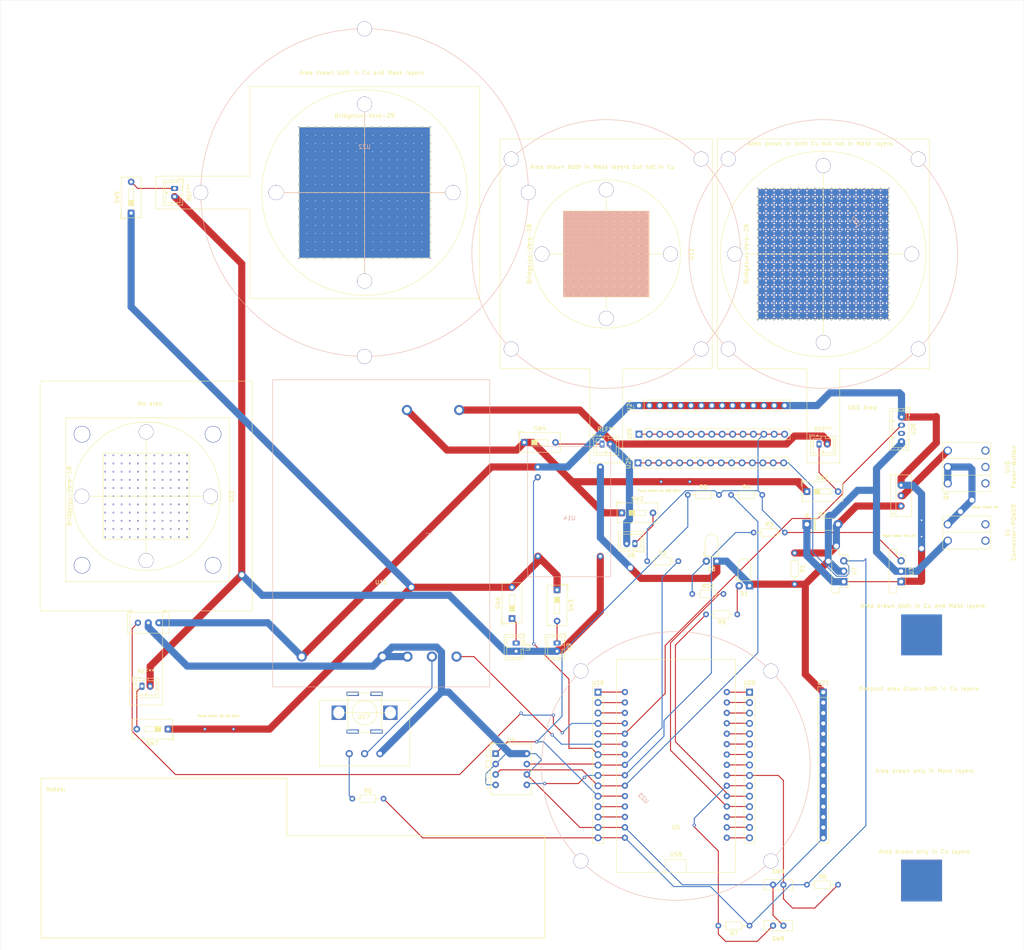
<source format=kicad_pcb>
(kicad_pcb (version 20171130) (host pcbnew 5.1.6-c6e7f7d~87~ubuntu19.10.1)
  (layers (0 F.Cu signal) (31 B.Cu signal) (34 B.Paste user) (35 F.Paste user) (36 B.SilkS user) (37 F.SilkS user) (38 B.Mask user) (39 F.Mask user) (44 Edge.Cuts user))
  (net 0 "")
  (net 1 GND)
  (net 2 "Net-(D1-Pad2)")
  (net 3 +12V)
  (net 4 "Net-(D2-Pad2)")
  (net 5 "Net-(D3-Pad2)")
  (net 6 "Net-(Q1-Pad2)")
  (net 7 +3V3)
  (net 8 SW4)
  (net 9 SW3)
  (net 10 SW2)
  (net 11 SW1)
  (net 12 +5V)
  (net 13 "Net-(R6-Pad1)")
  (net 14 BUTTON1)
  (net 15 BUTTON2)
  (net 16 FEEDBACK-LED1)
  (net 17 FEEDBACK-LED2)
  (net 18 45B_OUT+)
  (net 19 "Net-(SW1-Pad2)")
  (net 20 "Net-(SW2-Pad2)")
  (net 21 LDD_1200_OUT+)
  (net 22 "Net-(SW3-Pad2)")
  (net 23 "Net-(SW4-Pad2)")
  (net 24 "Net-(SW5-Pad2)")
  (net 25 "Net-(SW6-Pad1)")
  (net 26 "Net-(SW7-Pad2)")
  (net 27 LDD_1200_OUT-)
  (net 28 "Net-(U16-Pad1)")
  (net 29 "Net-(U16-Pad2)")
  (net 30 "Net-(U16-Pad3)")
  (net 31 FAN-PWM)
  (net 32 LDH_45B-DIM)
  (net 33 LDD_1200-DIM)
  (net 34 "Net-(U16-Pad12)")
  (net 35 "Net-(U16-Pad13)")
  (net 36 "Net-(U20-Pad15)")
  (net 37 "Net-(U20-Pad14)")
  (net 38 "Net-(U20-Pad13)")
  (net 39 "Net-(U20-Pad8)")
  (net 40 "Net-(U20-Pad7)")
  (net 41 "Net-(U20-Pad6)")
  (net 42 "Net-(U20-Pad5)")
  (net 43 "Net-(U20-Pad4)")
  (net 44 "Net-(U20-Pad3)")
  (net 45 "Net-(U20-Pad2)")
  (net 46 "Net-(U20-Pad1)")
  (net 47 45B_OUT-)
  (net 48 "Net-(U6-Pad0)")
  (net 49 POTI-45-B)
  (net 50 "Net-(U12-Pad0)")
  (net 51 "Net-(U13-Pad0)")
  (net 52 "Net-(U15-Pad0)")
  (net 53 "Net-(U18-Pad0)")
  (net 54 "Net-(U22-Pad0)")
  (net 55 "Net-(U23-Pad0)")
  (net 56 "Net-(U19-Pad0)")
  (net 57 "Net-(U27-Pad0)")
  (net 58 NILS-PWM+)
  (net 59 POWER-IN-)
  (net 60 POWER-IN+)
  (module ariadne:Heatsink-HP20S-CALBL-001 (layer B.Cu) (at 185 207 135)
    (fp_text reference U23 (at 0 -11.175999 -45) (layer B.SilkS) (effects (justify mirror)))
    (fp_text value Heatsink-HP20S-CALBL-001)
    (pad 0 thru_hole circle (at -32.8 0 135) (size 3.6 3.6) (drill 3.5) (layers *.Cu *.Mask) (net 55 "Net-(U23-Pad0)"))
    (pad 0 thru_hole circle (at -0.01 32.8 135) (size 3.6 3.6) (drill 3.5) (layers *.Cu *.Mask) (net 55 "Net-(U23-Pad0)"))
    (pad 0 thru_hole circle (at 32.8 0 135) (size 3.6 3.6) (drill 3.5) (layers *.Cu *.Mask) (net 55 "Net-(U23-Pad0)"))
    (pad 0 thru_hole circle (at -0.01 -32.8 135) (size 3.6 3.6) (drill 3.5) (layers *.Cu *.Mask) (net 55 "Net-(U23-Pad0)"))
  )
  (module ariadne:Vero-29 (layer F.Cu) (at 221 82 90)
    (fp_text reference U6 (at 0 20.8 90) (layer F.SilkS))
    (fp_text value Bridgelux-Vero-29 (at 0 -18.8 90) (layer F.SilkS))
    (fp_text user REF** (at -42.81 -0.04) (layer F.SilkS))
    (pad 1 thru_hole roundrect (at -46.4 -1.02) (size 1.2 1.75) (drill 0.75) (layers *.Cu *.Mask) (roundrect_rratio 0.208333) (net 19 "Net-(SW1-Pad2)"))
    (pad 2 thru_hole oval (at -46.4 0.98) (size 1.2 1.75) (drill 0.75) (layers *.Cu *.Mask) (net 47 45B_OUT-))
    (pad 0 thru_hole circle (at -21.6 0 90) (size 3.6 3.6) (drill 3.5) (layers *.Cu *.Mask) (net 48 "Net-(U6-Pad0)"))
    (pad 0 thru_hole circle (at 21.6 0 90) (size 3.6 3.6) (drill 3.5) (layers *.Cu *.Mask) (net 48 "Net-(U6-Pad0)"))
    (pad 0 thru_hole circle (at 0 21.6 90) (size 3.6 3.6) (drill 3.5) (layers *.Cu *.Mask) (net 48 "Net-(U6-Pad0)"))
    (pad 0 thru_hole circle (at 0 -21.6 90) (size 3.6 3.6) (drill 3.5) (layers *.Cu *.Mask) (net 48 "Net-(U6-Pad0)"))
    (pad 0 thru_hole circle (at 14 16 90) (size 0.4 0.4) (drill 0.2) (layers *.Cu *.Mask) (net 48 "Net-(U6-Pad0)"))
    (pad 0 thru_hole circle (at -14 16 90) (size 0.4 0.4) (drill 0.2) (layers *.Cu *.Mask) (net 48 "Net-(U6-Pad0)"))
    (pad 0 thru_hole circle (at -10 16 90) (size 0.4 0.4) (drill 0.2) (layers *.Cu *.Mask) (net 48 "Net-(U6-Pad0)"))
    (pad 0 thru_hole circle (at 12 16 90) (size 0.4 0.4) (drill 0.2) (layers *.Cu *.Mask) (net 48 "Net-(U6-Pad0)"))
    (pad 0 thru_hole circle (at 2 16 90) (size 0.4 0.4) (drill 0.2) (layers *.Cu *.Mask) (net 48 "Net-(U6-Pad0)"))
    (pad 0 thru_hole circle (at 4 16 90) (size 0.4 0.4) (drill 0.2) (layers *.Cu *.Mask) (net 48 "Net-(U6-Pad0)"))
    (pad 0 thru_hole circle (at -8 16 90) (size 0.4 0.4) (drill 0.2) (layers *.Cu *.Mask) (net 48 "Net-(U6-Pad0)"))
    (pad 0 thru_hole circle (at -16 16 90) (size 0.4 0.4) (drill 0.2) (layers *.Cu *.Mask) (net 48 "Net-(U6-Pad0)"))
    (pad 0 thru_hole circle (at 16 16 90) (size 0.4 0.4) (drill 0.2) (layers *.Cu *.Mask) (net 48 "Net-(U6-Pad0)"))
    (pad 0 thru_hole circle (at -4 16 90) (size 0.4 0.4) (drill 0.2) (layers *.Cu *.Mask) (net 48 "Net-(U6-Pad0)"))
    (pad 0 thru_hole circle (at 0 16 90) (size 0.4 0.4) (drill 0.2) (layers *.Cu *.Mask) (net 48 "Net-(U6-Pad0)"))
    (pad 0 thru_hole circle (at 6 16 90) (size 0.4 0.4) (drill 0.2) (layers *.Cu *.Mask) (net 48 "Net-(U6-Pad0)"))
    (pad 0 thru_hole circle (at -2 16 90) (size 0.4 0.4) (drill 0.2) (layers *.Cu *.Mask) (net 48 "Net-(U6-Pad0)"))
    (pad 0 thru_hole circle (at 8 16 90) (size 0.4 0.4) (drill 0.2) (layers *.Cu *.Mask) (net 48 "Net-(U6-Pad0)"))
    (pad 0 thru_hole circle (at 10 16 90) (size 0.4 0.4) (drill 0.2) (layers *.Cu *.Mask) (net 48 "Net-(U6-Pad0)"))
    (pad 0 thru_hole circle (at -6 16 90) (size 0.4 0.4) (drill 0.2) (layers *.Cu *.Mask) (net 48 "Net-(U6-Pad0)"))
    (pad 0 thru_hole circle (at -12 16 90) (size 0.4 0.4) (drill 0.2) (layers *.Cu *.Mask) (net 48 "Net-(U6-Pad0)"))
    (pad 0 thru_hole circle (at 2 6 90) (size 0.4 0.4) (drill 0.2) (layers *.Cu *.Mask) (net 48 "Net-(U6-Pad0)"))
    (pad 0 thru_hole circle (at 6 12 90) (size 0.4 0.4) (drill 0.2) (layers *.Cu *.Mask) (net 48 "Net-(U6-Pad0)"))
    (pad 0 thru_hole circle (at -2 10 90) (size 0.4 0.4) (drill 0.2) (layers *.Cu *.Mask) (net 48 "Net-(U6-Pad0)"))
    (pad 0 thru_hole circle (at -6 8 90) (size 0.4 0.4) (drill 0.2) (layers *.Cu *.Mask) (net 48 "Net-(U6-Pad0)"))
    (pad 0 thru_hole circle (at 14 4 90) (size 0.4 0.4) (drill 0.2) (layers *.Cu *.Mask) (net 48 "Net-(U6-Pad0)"))
    (pad 0 thru_hole circle (at -16 2 90) (size 0.4 0.4) (drill 0.2) (layers *.Cu *.Mask) (net 48 "Net-(U6-Pad0)"))
    (pad 0 thru_hole circle (at 8 0 90) (size 0.4 0.4) (drill 0.2) (layers *.Cu *.Mask) (net 48 "Net-(U6-Pad0)"))
    (pad 0 thru_hole circle (at 8 6 90) (size 0.4 0.4) (drill 0.2) (layers *.Cu *.Mask) (net 48 "Net-(U6-Pad0)"))
    (pad 0 thru_hole circle (at -6 6 90) (size 0.4 0.4) (drill 0.2) (layers *.Cu *.Mask) (net 48 "Net-(U6-Pad0)"))
    (pad 0 thru_hole circle (at 6 14 90) (size 0.4 0.4) (drill 0.2) (layers *.Cu *.Mask) (net 48 "Net-(U6-Pad0)"))
    (pad 0 thru_hole circle (at 8 10 90) (size 0.4 0.4) (drill 0.2) (layers *.Cu *.Mask) (net 48 "Net-(U6-Pad0)"))
    (pad 0 thru_hole circle (at -14 8 90) (size 0.4 0.4) (drill 0.2) (layers *.Cu *.Mask) (net 48 "Net-(U6-Pad0)"))
    (pad 0 thru_hole circle (at 16 0 90) (size 0.4 0.4) (drill 0.2) (layers *.Cu *.Mask) (net 48 "Net-(U6-Pad0)"))
    (pad 0 thru_hole circle (at 8 12 90) (size 0.4 0.4) (drill 0.2) (layers *.Cu *.Mask) (net 48 "Net-(U6-Pad0)"))
    (pad 0 thru_hole circle (at 6 10 90) (size 0.4 0.4) (drill 0.2) (layers *.Cu *.Mask) (net 48 "Net-(U6-Pad0)"))
    (pad 0 thru_hole circle (at -6 2 90) (size 0.4 0.4) (drill 0.2) (layers *.Cu *.Mask) (net 48 "Net-(U6-Pad0)"))
    (pad 0 thru_hole circle (at 6 6 90) (size 0.4 0.4) (drill 0.2) (layers *.Cu *.Mask) (net 48 "Net-(U6-Pad0)"))
    (pad 0 thru_hole circle (at -8 10 90) (size 0.4 0.4) (drill 0.2) (layers *.Cu *.Mask) (net 48 "Net-(U6-Pad0)"))
    (pad 0 thru_hole circle (at -2 12 90) (size 0.4 0.4) (drill 0.2) (layers *.Cu *.Mask) (net 48 "Net-(U6-Pad0)"))
    (pad 0 thru_hole circle (at -14 14 90) (size 0.4 0.4) (drill 0.2) (layers *.Cu *.Mask) (net 48 "Net-(U6-Pad0)"))
    (pad 0 thru_hole circle (at -10 14 90) (size 0.4 0.4) (drill 0.2) (layers *.Cu *.Mask) (net 48 "Net-(U6-Pad0)"))
    (pad 0 thru_hole circle (at 6 0 90) (size 0.4 0.4) (drill 0.2) (layers *.Cu *.Mask) (net 48 "Net-(U6-Pad0)"))
    (pad 0 thru_hole circle (at -6 10 90) (size 0.4 0.4) (drill 0.2) (layers *.Cu *.Mask) (net 48 "Net-(U6-Pad0)"))
    (pad 0 thru_hole circle (at 0 12 90) (size 0.4 0.4) (drill 0.2) (layers *.Cu *.Mask) (net 48 "Net-(U6-Pad0)"))
    (pad 0 thru_hole circle (at -6 14 90) (size 0.4 0.4) (drill 0.2) (layers *.Cu *.Mask) (net 48 "Net-(U6-Pad0)"))
    (pad 0 thru_hole circle (at 6 8 90) (size 0.4 0.4) (drill 0.2) (layers *.Cu *.Mask) (net 48 "Net-(U6-Pad0)"))
    (pad 0 thru_hole circle (at -14 2 90) (size 0.4 0.4) (drill 0.2) (layers *.Cu *.Mask) (net 48 "Net-(U6-Pad0)"))
    (pad 0 thru_hole circle (at -8 8 90) (size 0.4 0.4) (drill 0.2) (layers *.Cu *.Mask) (net 48 "Net-(U6-Pad0)"))
    (pad 0 thru_hole circle (at 10 12 90) (size 0.4 0.4) (drill 0.2) (layers *.Cu *.Mask) (net 48 "Net-(U6-Pad0)"))
    (pad 0 thru_hole circle (at 10 4 90) (size 0.4 0.4) (drill 0.2) (layers *.Cu *.Mask) (net 48 "Net-(U6-Pad0)"))
    (pad 0 thru_hole circle (at 12 12 90) (size 0.4 0.4) (drill 0.2) (layers *.Cu *.Mask) (net 48 "Net-(U6-Pad0)"))
    (pad 0 thru_hole circle (at -12 8 90) (size 0.4 0.4) (drill 0.2) (layers *.Cu *.Mask) (net 48 "Net-(U6-Pad0)"))
    (pad 0 thru_hole circle (at 14 6 90) (size 0.4 0.4) (drill 0.2) (layers *.Cu *.Mask) (net 48 "Net-(U6-Pad0)"))
    (pad 0 thru_hole circle (at -8 0 90) (size 0.4 0.4) (drill 0.2) (layers *.Cu *.Mask) (net 48 "Net-(U6-Pad0)"))
    (pad 0 thru_hole circle (at -12 12 90) (size 0.4 0.4) (drill 0.2) (layers *.Cu *.Mask) (net 48 "Net-(U6-Pad0)"))
    (pad 0 thru_hole circle (at 16 14 90) (size 0.4 0.4) (drill 0.2) (layers *.Cu *.Mask) (net 48 "Net-(U6-Pad0)"))
    (pad 0 thru_hole circle (at 0 8 90) (size 0.4 0.4) (drill 0.2) (layers *.Cu *.Mask) (net 48 "Net-(U6-Pad0)"))
    (pad 0 thru_hole circle (at -16 10 90) (size 0.4 0.4) (drill 0.2) (layers *.Cu *.Mask) (net 48 "Net-(U6-Pad0)"))
    (pad 0 thru_hole circle (at -16 12 90) (size 0.4 0.4) (drill 0.2) (layers *.Cu *.Mask) (net 48 "Net-(U6-Pad0)"))
    (pad 0 thru_hole circle (at 0 0 90) (size 0.4 0.4) (drill 0.2) (layers *.Cu *.Mask) (net 48 "Net-(U6-Pad0)"))
    (pad 0 thru_hole circle (at 2 0 90) (size 0.4 0.4) (drill 0.2) (layers *.Cu *.Mask) (net 48 "Net-(U6-Pad0)"))
    (pad 0 thru_hole circle (at -16 0 90) (size 0.4 0.4) (drill 0.2) (layers *.Cu *.Mask) (net 48 "Net-(U6-Pad0)"))
    (pad 0 thru_hole circle (at 10 6 90) (size 0.4 0.4) (drill 0.2) (layers *.Cu *.Mask) (net 48 "Net-(U6-Pad0)"))
    (pad 0 thru_hole circle (at 12 6 90) (size 0.4 0.4) (drill 0.2) (layers *.Cu *.Mask) (net 48 "Net-(U6-Pad0)"))
    (pad 0 thru_hole circle (at -16 4 90) (size 0.4 0.4) (drill 0.2) (layers *.Cu *.Mask) (net 48 "Net-(U6-Pad0)"))
    (pad 0 thru_hole circle (at -14 4 90) (size 0.4 0.4) (drill 0.2) (layers *.Cu *.Mask) (net 48 "Net-(U6-Pad0)"))
    (pad 0 thru_hole circle (at 6 2 90) (size 0.4 0.4) (drill 0.2) (layers *.Cu *.Mask) (net 48 "Net-(U6-Pad0)"))
    (pad 0 thru_hole circle (at 8 14 90) (size 0.4 0.4) (drill 0.2) (layers *.Cu *.Mask) (net 48 "Net-(U6-Pad0)"))
    (pad 0 thru_hole circle (at 4 2 90) (size 0.4 0.4) (drill 0.2) (layers *.Cu *.Mask) (net 48 "Net-(U6-Pad0)"))
    (pad 0 thru_hole circle (at 0 14 90) (size 0.4 0.4) (drill 0.2) (layers *.Cu *.Mask) (net 48 "Net-(U6-Pad0)"))
    (pad 0 thru_hole circle (at -10 12 90) (size 0.4 0.4) (drill 0.2) (layers *.Cu *.Mask) (net 48 "Net-(U6-Pad0)"))
    (pad 0 thru_hole circle (at 12 10 90) (size 0.4 0.4) (drill 0.2) (layers *.Cu *.Mask) (net 48 "Net-(U6-Pad0)"))
    (pad 0 thru_hole circle (at 14 2 90) (size 0.4 0.4) (drill 0.2) (layers *.Cu *.Mask) (net 48 "Net-(U6-Pad0)"))
    (pad 0 thru_hole circle (at 16 6 90) (size 0.4 0.4) (drill 0.2) (layers *.Cu *.Mask) (net 48 "Net-(U6-Pad0)"))
    (pad 0 thru_hole circle (at 0 10 90) (size 0.4 0.4) (drill 0.2) (layers *.Cu *.Mask) (net 48 "Net-(U6-Pad0)"))
    (pad 0 thru_hole circle (at -2 6 90) (size 0.4 0.4) (drill 0.2) (layers *.Cu *.Mask) (net 48 "Net-(U6-Pad0)"))
    (pad 0 thru_hole circle (at 14 8 90) (size 0.4 0.4) (drill 0.2) (layers *.Cu *.Mask) (net 48 "Net-(U6-Pad0)"))
    (pad 0 thru_hole circle (at -14 12 90) (size 0.4 0.4) (drill 0.2) (layers *.Cu *.Mask) (net 48 "Net-(U6-Pad0)"))
    (pad 0 thru_hole circle (at -12 0 90) (size 0.4 0.4) (drill 0.2) (layers *.Cu *.Mask) (net 48 "Net-(U6-Pad0)"))
    (pad 0 thru_hole circle (at 12 14 90) (size 0.4 0.4) (drill 0.2) (layers *.Cu *.Mask) (net 48 "Net-(U6-Pad0)"))
    (pad 0 thru_hole circle (at 14 10 90) (size 0.4 0.4) (drill 0.2) (layers *.Cu *.Mask) (net 48 "Net-(U6-Pad0)"))
    (pad 0 thru_hole circle (at -4 14 90) (size 0.4 0.4) (drill 0.2) (layers *.Cu *.Mask) (net 48 "Net-(U6-Pad0)"))
    (pad 0 thru_hole circle (at 8 2 90) (size 0.4 0.4) (drill 0.2) (layers *.Cu *.Mask) (net 48 "Net-(U6-Pad0)"))
    (pad 0 thru_hole circle (at -10 0 90) (size 0.4 0.4) (drill 0.2) (layers *.Cu *.Mask) (net 48 "Net-(U6-Pad0)"))
    (pad 0 thru_hole circle (at -8 2 90) (size 0.4 0.4) (drill 0.2) (layers *.Cu *.Mask) (net 48 "Net-(U6-Pad0)"))
    (pad 0 thru_hole circle (at -16 8 90) (size 0.4 0.4) (drill 0.2) (layers *.Cu *.Mask) (net 48 "Net-(U6-Pad0)"))
    (pad 0 thru_hole circle (at -16 6 90) (size 0.4 0.4) (drill 0.2) (layers *.Cu *.Mask) (net 48 "Net-(U6-Pad0)"))
    (pad 0 thru_hole circle (at 2 4 90) (size 0.4 0.4) (drill 0.2) (layers *.Cu *.Mask) (net 48 "Net-(U6-Pad0)"))
    (pad 0 thru_hole circle (at -14 10 90) (size 0.4 0.4) (drill 0.2) (layers *.Cu *.Mask) (net 48 "Net-(U6-Pad0)"))
    (pad 0 thru_hole circle (at -14 0 90) (size 0.4 0.4) (drill 0.2) (layers *.Cu *.Mask) (net 48 "Net-(U6-Pad0)"))
    (pad 0 thru_hole circle (at 4 10 90) (size 0.4 0.4) (drill 0.2) (layers *.Cu *.Mask) (net 48 "Net-(U6-Pad0)"))
    (pad 0 thru_hole circle (at 12 4 90) (size 0.4 0.4) (drill 0.2) (layers *.Cu *.Mask) (net 48 "Net-(U6-Pad0)"))
    (pad 0 thru_hole circle (at -8 12 90) (size 0.4 0.4) (drill 0.2) (layers *.Cu *.Mask) (net 48 "Net-(U6-Pad0)"))
    (pad 0 thru_hole circle (at 10 0 90) (size 0.4 0.4) (drill 0.2) (layers *.Cu *.Mask) (net 48 "Net-(U6-Pad0)"))
    (pad 0 thru_hole circle (at -12 2 90) (size 0.4 0.4) (drill 0.2) (layers *.Cu *.Mask) (net 48 "Net-(U6-Pad0)"))
    (pad 0 thru_hole circle (at 2 12 90) (size 0.4 0.4) (drill 0.2) (layers *.Cu *.Mask) (net 48 "Net-(U6-Pad0)"))
    (pad 0 thru_hole circle (at 10 14 90) (size 0.4 0.4) (drill 0.2) (layers *.Cu *.Mask) (net 48 "Net-(U6-Pad0)"))
    (pad 0 thru_hole circle (at -4 0 90) (size 0.4 0.4) (drill 0.2) (layers *.Cu *.Mask) (net 48 "Net-(U6-Pad0)"))
    (pad 0 thru_hole circle (at -10 2 90) (size 0.4 0.4) (drill 0.2) (layers *.Cu *.Mask) (net 48 "Net-(U6-Pad0)"))
    (pad 0 thru_hole circle (at -14 6 90) (size 0.4 0.4) (drill 0.2) (layers *.Cu *.Mask) (net 48 "Net-(U6-Pad0)"))
    (pad 0 thru_hole circle (at -12 4 90) (size 0.4 0.4) (drill 0.2) (layers *.Cu *.Mask) (net 48 "Net-(U6-Pad0)"))
    (pad 0 thru_hole circle (at 16 2 90) (size 0.4 0.4) (drill 0.2) (layers *.Cu *.Mask) (net 48 "Net-(U6-Pad0)"))
    (pad 0 thru_hole circle (at -16 14 90) (size 0.4 0.4) (drill 0.2) (layers *.Cu *.Mask) (net 48 "Net-(U6-Pad0)"))
    (pad 0 thru_hole circle (at 4 0 90) (size 0.4 0.4) (drill 0.2) (layers *.Cu *.Mask) (net 48 "Net-(U6-Pad0)"))
    (pad 0 thru_hole circle (at 10 2 90) (size 0.4 0.4) (drill 0.2) (layers *.Cu *.Mask) (net 48 "Net-(U6-Pad0)"))
    (pad 0 thru_hole circle (at -12 10 90) (size 0.4 0.4) (drill 0.2) (layers *.Cu *.Mask) (net 48 "Net-(U6-Pad0)"))
    (pad 0 thru_hole circle (at 4 8 90) (size 0.4 0.4) (drill 0.2) (layers *.Cu *.Mask) (net 48 "Net-(U6-Pad0)"))
    (pad 0 thru_hole circle (at -8 6 90) (size 0.4 0.4) (drill 0.2) (layers *.Cu *.Mask) (net 48 "Net-(U6-Pad0)"))
    (pad 0 thru_hole circle (at 6 4 90) (size 0.4 0.4) (drill 0.2) (layers *.Cu *.Mask) (net 48 "Net-(U6-Pad0)"))
    (pad 0 thru_hole circle (at 0 2 90) (size 0.4 0.4) (drill 0.2) (layers *.Cu *.Mask) (net 48 "Net-(U6-Pad0)"))
    (pad 0 thru_hole circle (at -10 4 90) (size 0.4 0.4) (drill 0.2) (layers *.Cu *.Mask) (net 48 "Net-(U6-Pad0)"))
    (pad 0 thru_hole circle (at -10 6 90) (size 0.4 0.4) (drill 0.2) (layers *.Cu *.Mask) (net 48 "Net-(U6-Pad0)"))
    (pad 0 thru_hole circle (at 10 10 90) (size 0.4 0.4) (drill 0.2) (layers *.Cu *.Mask) (net 48 "Net-(U6-Pad0)"))
    (pad 0 thru_hole circle (at -4 2 90) (size 0.4 0.4) (drill 0.2) (layers *.Cu *.Mask) (net 48 "Net-(U6-Pad0)"))
    (pad 0 thru_hole circle (at -10 10 90) (size 0.4 0.4) (drill 0.2) (layers *.Cu *.Mask) (net 48 "Net-(U6-Pad0)"))
    (pad 0 thru_hole circle (at 0 6 90) (size 0.4 0.4) (drill 0.2) (layers *.Cu *.Mask) (net 48 "Net-(U6-Pad0)"))
    (pad 0 thru_hole circle (at 16 10 90) (size 0.4 0.4) (drill 0.2) (layers *.Cu *.Mask) (net 48 "Net-(U6-Pad0)"))
    (pad 0 thru_hole circle (at 8 4 90) (size 0.4 0.4) (drill 0.2) (layers *.Cu *.Mask) (net 48 "Net-(U6-Pad0)"))
    (pad 0 thru_hole circle (at 12 2 90) (size 0.4 0.4) (drill 0.2) (layers *.Cu *.Mask) (net 48 "Net-(U6-Pad0)"))
    (pad 0 thru_hole circle (at -4 4 90) (size 0.4 0.4) (drill 0.2) (layers *.Cu *.Mask) (net 48 "Net-(U6-Pad0)"))
    (pad 0 thru_hole circle (at 4 4 90) (size 0.4 0.4) (drill 0.2) (layers *.Cu *.Mask) (net 48 "Net-(U6-Pad0)"))
    (pad 0 thru_hole circle (at -8 4 90) (size 0.4 0.4) (drill 0.2) (layers *.Cu *.Mask) (net 48 "Net-(U6-Pad0)"))
    (pad 0 thru_hole circle (at -6 4 90) (size 0.4 0.4) (drill 0.2) (layers *.Cu *.Mask) (net 48 "Net-(U6-Pad0)"))
    (pad 0 thru_hole circle (at -2 14 90) (size 0.4 0.4) (drill 0.2) (layers *.Cu *.Mask) (net 48 "Net-(U6-Pad0)"))
    (pad 0 thru_hole circle (at 4 14 90) (size 0.4 0.4) (drill 0.2) (layers *.Cu *.Mask) (net 48 "Net-(U6-Pad0)"))
    (pad 0 thru_hole circle (at 14 12 90) (size 0.4 0.4) (drill 0.2) (layers *.Cu *.Mask) (net 48 "Net-(U6-Pad0)"))
    (pad 0 thru_hole circle (at 16 8 90) (size 0.4 0.4) (drill 0.2) (layers *.Cu *.Mask) (net 48 "Net-(U6-Pad0)"))
    (pad 0 thru_hole circle (at -2 4 90) (size 0.4 0.4) (drill 0.2) (layers *.Cu *.Mask) (net 48 "Net-(U6-Pad0)"))
    (pad 0 thru_hole circle (at -4 8 90) (size 0.4 0.4) (drill 0.2) (layers *.Cu *.Mask) (net 48 "Net-(U6-Pad0)"))
    (pad 0 thru_hole circle (at 2 8 90) (size 0.4 0.4) (drill 0.2) (layers *.Cu *.Mask) (net 48 "Net-(U6-Pad0)"))
    (pad 0 thru_hole circle (at 14 14 90) (size 0.4 0.4) (drill 0.2) (layers *.Cu *.Mask) (net 48 "Net-(U6-Pad0)"))
    (pad 0 thru_hole circle (at -4 12 90) (size 0.4 0.4) (drill 0.2) (layers *.Cu *.Mask) (net 48 "Net-(U6-Pad0)"))
    (pad 0 thru_hole circle (at 2 14 90) (size 0.4 0.4) (drill 0.2) (layers *.Cu *.Mask) (net 48 "Net-(U6-Pad0)"))
    (pad 0 thru_hole circle (at -4 10 90) (size 0.4 0.4) (drill 0.2) (layers *.Cu *.Mask) (net 48 "Net-(U6-Pad0)"))
    (pad 0 thru_hole circle (at -10 8 90) (size 0.4 0.4) (drill 0.2) (layers *.Cu *.Mask) (net 48 "Net-(U6-Pad0)"))
    (pad 0 thru_hole circle (at 2 10 90) (size 0.4 0.4) (drill 0.2) (layers *.Cu *.Mask) (net 48 "Net-(U6-Pad0)"))
    (pad 0 thru_hole circle (at -12 6 90) (size 0.4 0.4) (drill 0.2) (layers *.Cu *.Mask) (net 48 "Net-(U6-Pad0)"))
    (pad 0 thru_hole circle (at 2 2 90) (size 0.4 0.4) (drill 0.2) (layers *.Cu *.Mask) (net 48 "Net-(U6-Pad0)"))
    (pad 0 thru_hole circle (at 8 8 90) (size 0.4 0.4) (drill 0.2) (layers *.Cu *.Mask) (net 48 "Net-(U6-Pad0)"))
    (pad 0 thru_hole circle (at 4 6 90) (size 0.4 0.4) (drill 0.2) (layers *.Cu *.Mask) (net 48 "Net-(U6-Pad0)"))
    (pad 0 thru_hole circle (at 0 4 90) (size 0.4 0.4) (drill 0.2) (layers *.Cu *.Mask) (net 48 "Net-(U6-Pad0)"))
    (pad 0 thru_hole circle (at 4 12 90) (size 0.4 0.4) (drill 0.2) (layers *.Cu *.Mask) (net 48 "Net-(U6-Pad0)"))
    (pad 0 thru_hole circle (at -12 14 90) (size 0.4 0.4) (drill 0.2) (layers *.Cu *.Mask) (net 48 "Net-(U6-Pad0)"))
    (pad 0 thru_hole circle (at 16 4 90) (size 0.4 0.4) (drill 0.2) (layers *.Cu *.Mask) (net 48 "Net-(U6-Pad0)"))
    (pad 0 thru_hole circle (at 12 0 90) (size 0.4 0.4) (drill 0.2) (layers *.Cu *.Mask) (net 48 "Net-(U6-Pad0)"))
    (pad 0 thru_hole circle (at -4 6 90) (size 0.4 0.4) (drill 0.2) (layers *.Cu *.Mask) (net 48 "Net-(U6-Pad0)"))
    (pad 0 thru_hole circle (at -8 14 90) (size 0.4 0.4) (drill 0.2) (layers *.Cu *.Mask) (net 48 "Net-(U6-Pad0)"))
    (pad 0 thru_hole circle (at 14 0 90) (size 0.4 0.4) (drill 0.2) (layers *.Cu *.Mask) (net 48 "Net-(U6-Pad0)"))
    (pad 0 thru_hole circle (at 12 8 90) (size 0.4 0.4) (drill 0.2) (layers *.Cu *.Mask) (net 48 "Net-(U6-Pad0)"))
    (pad 0 thru_hole circle (at -6 12 90) (size 0.4 0.4) (drill 0.2) (layers *.Cu *.Mask) (net 48 "Net-(U6-Pad0)"))
    (pad 0 thru_hole circle (at -2 2 90) (size 0.4 0.4) (drill 0.2) (layers *.Cu *.Mask) (net 48 "Net-(U6-Pad0)"))
    (pad 0 thru_hole circle (at -6 0 90) (size 0.4 0.4) (drill 0.2) (layers *.Cu *.Mask) (net 48 "Net-(U6-Pad0)"))
    (pad 0 thru_hole circle (at -2 8 90) (size 0.4 0.4) (drill 0.2) (layers *.Cu *.Mask) (net 48 "Net-(U6-Pad0)"))
    (pad 0 thru_hole circle (at 16 12 90) (size 0.4 0.4) (drill 0.2) (layers *.Cu *.Mask) (net 48 "Net-(U6-Pad0)"))
    (pad 0 thru_hole circle (at 10 8 90) (size 0.4 0.4) (drill 0.2) (layers *.Cu *.Mask) (net 48 "Net-(U6-Pad0)"))
    (pad 0 thru_hole circle (at -2 0 90) (size 0.4 0.4) (drill 0.2) (layers *.Cu *.Mask) (net 48 "Net-(U6-Pad0)"))
    (pad 0 thru_hole circle (at 2 -2 90) (size 0.4 0.4) (drill 0.2) (layers *.Cu *.Mask) (net 48 "Net-(U6-Pad0)"))
    (pad 0 thru_hole circle (at 14 -4 90) (size 0.4 0.4) (drill 0.2) (layers *.Cu *.Mask) (net 48 "Net-(U6-Pad0)"))
    (pad 0 thru_hole circle (at -16 -6 90) (size 0.4 0.4) (drill 0.2) (layers *.Cu *.Mask) (net 48 "Net-(U6-Pad0)"))
    (pad 0 thru_hole circle (at 8 -8 90) (size 0.4 0.4) (drill 0.2) (layers *.Cu *.Mask) (net 48 "Net-(U6-Pad0)"))
    (pad 0 thru_hole circle (at 8 -2 90) (size 0.4 0.4) (drill 0.2) (layers *.Cu *.Mask) (net 48 "Net-(U6-Pad0)"))
    (pad 0 thru_hole circle (at -6 -2 90) (size 0.4 0.4) (drill 0.2) (layers *.Cu *.Mask) (net 48 "Net-(U6-Pad0)"))
    (pad 0 thru_hole circle (at 16 -8 90) (size 0.4 0.4) (drill 0.2) (layers *.Cu *.Mask) (net 48 "Net-(U6-Pad0)"))
    (pad 0 thru_hole circle (at -6 -6 90) (size 0.4 0.4) (drill 0.2) (layers *.Cu *.Mask) (net 48 "Net-(U6-Pad0)"))
    (pad 0 thru_hole circle (at 6 -2 90) (size 0.4 0.4) (drill 0.2) (layers *.Cu *.Mask) (net 48 "Net-(U6-Pad0)"))
    (pad 0 thru_hole circle (at 6 -8 90) (size 0.4 0.4) (drill 0.2) (layers *.Cu *.Mask) (net 48 "Net-(U6-Pad0)"))
    (pad 0 thru_hole circle (at -14 -6 90) (size 0.4 0.4) (drill 0.2) (layers *.Cu *.Mask) (net 48 "Net-(U6-Pad0)"))
    (pad 0 thru_hole circle (at 10 -4 90) (size 0.4 0.4) (drill 0.2) (layers *.Cu *.Mask) (net 48 "Net-(U6-Pad0)"))
    (pad 0 thru_hole circle (at 14 -2 90) (size 0.4 0.4) (drill 0.2) (layers *.Cu *.Mask) (net 48 "Net-(U6-Pad0)"))
    (pad 0 thru_hole circle (at -8 -8 90) (size 0.4 0.4) (drill 0.2) (layers *.Cu *.Mask) (net 48 "Net-(U6-Pad0)"))
    (pad 0 thru_hole circle (at 0 -8 90) (size 0.4 0.4) (drill 0.2) (layers *.Cu *.Mask) (net 48 "Net-(U6-Pad0)"))
    (pad 0 thru_hole circle (at 2 -8 90) (size 0.4 0.4) (drill 0.2) (layers *.Cu *.Mask) (net 48 "Net-(U6-Pad0)"))
    (pad 0 thru_hole circle (at -16 -8 90) (size 0.4 0.4) (drill 0.2) (layers *.Cu *.Mask) (net 48 "Net-(U6-Pad0)"))
    (pad 0 thru_hole circle (at 10 -2 90) (size 0.4 0.4) (drill 0.2) (layers *.Cu *.Mask) (net 48 "Net-(U6-Pad0)"))
    (pad 0 thru_hole circle (at 12 -2 90) (size 0.4 0.4) (drill 0.2) (layers *.Cu *.Mask) (net 48 "Net-(U6-Pad0)"))
    (pad 0 thru_hole circle (at -16 -4 90) (size 0.4 0.4) (drill 0.2) (layers *.Cu *.Mask) (net 48 "Net-(U6-Pad0)"))
    (pad 0 thru_hole circle (at -14 -4 90) (size 0.4 0.4) (drill 0.2) (layers *.Cu *.Mask) (net 48 "Net-(U6-Pad0)"))
    (pad 0 thru_hole circle (at 6 -6 90) (size 0.4 0.4) (drill 0.2) (layers *.Cu *.Mask) (net 48 "Net-(U6-Pad0)"))
    (pad 0 thru_hole circle (at 4 -6 90) (size 0.4 0.4) (drill 0.2) (layers *.Cu *.Mask) (net 48 "Net-(U6-Pad0)"))
    (pad 0 thru_hole circle (at 14 -6 90) (size 0.4 0.4) (drill 0.2) (layers *.Cu *.Mask) (net 48 "Net-(U6-Pad0)"))
    (pad 0 thru_hole circle (at 16 -2 90) (size 0.4 0.4) (drill 0.2) (layers *.Cu *.Mask) (net 48 "Net-(U6-Pad0)"))
    (pad 0 thru_hole circle (at -2 -2 90) (size 0.4 0.4) (drill 0.2) (layers *.Cu *.Mask) (net 48 "Net-(U6-Pad0)"))
    (pad 0 thru_hole circle (at -12 -8 90) (size 0.4 0.4) (drill 0.2) (layers *.Cu *.Mask) (net 48 "Net-(U6-Pad0)"))
    (pad 0 thru_hole circle (at 8 -6 90) (size 0.4 0.4) (drill 0.2) (layers *.Cu *.Mask) (net 48 "Net-(U6-Pad0)"))
    (pad 0 thru_hole circle (at -10 -8 90) (size 0.4 0.4) (drill 0.2) (layers *.Cu *.Mask) (net 48 "Net-(U6-Pad0)"))
    (pad 0 thru_hole circle (at -8 -6 90) (size 0.4 0.4) (drill 0.2) (layers *.Cu *.Mask) (net 48 "Net-(U6-Pad0)"))
    (pad 0 thru_hole circle (at -16 -2 90) (size 0.4 0.4) (drill 0.2) (layers *.Cu *.Mask) (net 48 "Net-(U6-Pad0)"))
    (pad 0 thru_hole circle (at 2 -4 90) (size 0.4 0.4) (drill 0.2) (layers *.Cu *.Mask) (net 48 "Net-(U6-Pad0)"))
    (pad 0 thru_hole circle (at -14 -8 90) (size 0.4 0.4) (drill 0.2) (layers *.Cu *.Mask) (net 48 "Net-(U6-Pad0)"))
    (pad 0 thru_hole circle (at 12 -4 90) (size 0.4 0.4) (drill 0.2) (layers *.Cu *.Mask) (net 48 "Net-(U6-Pad0)"))
    (pad 0 thru_hole circle (at 10 -8 90) (size 0.4 0.4) (drill 0.2) (layers *.Cu *.Mask) (net 48 "Net-(U6-Pad0)"))
    (pad 0 thru_hole circle (at -12 -6 90) (size 0.4 0.4) (drill 0.2) (layers *.Cu *.Mask) (net 48 "Net-(U6-Pad0)"))
    (pad 0 thru_hole circle (at -4 -8 90) (size 0.4 0.4) (drill 0.2) (layers *.Cu *.Mask) (net 48 "Net-(U6-Pad0)"))
    (pad 0 thru_hole circle (at -10 -6 90) (size 0.4 0.4) (drill 0.2) (layers *.Cu *.Mask) (net 48 "Net-(U6-Pad0)"))
    (pad 0 thru_hole circle (at -14 -2 90) (size 0.4 0.4) (drill 0.2) (layers *.Cu *.Mask) (net 48 "Net-(U6-Pad0)"))
    (pad 0 thru_hole circle (at -12 -4 90) (size 0.4 0.4) (drill 0.2) (layers *.Cu *.Mask) (net 48 "Net-(U6-Pad0)"))
    (pad 0 thru_hole circle (at 16 -6 90) (size 0.4 0.4) (drill 0.2) (layers *.Cu *.Mask) (net 48 "Net-(U6-Pad0)"))
    (pad 0 thru_hole circle (at 4 -8 90) (size 0.4 0.4) (drill 0.2) (layers *.Cu *.Mask) (net 48 "Net-(U6-Pad0)"))
    (pad 0 thru_hole circle (at 10 -6 90) (size 0.4 0.4) (drill 0.2) (layers *.Cu *.Mask) (net 48 "Net-(U6-Pad0)"))
    (pad 0 thru_hole circle (at -8 -2 90) (size 0.4 0.4) (drill 0.2) (layers *.Cu *.Mask) (net 48 "Net-(U6-Pad0)"))
    (pad 0 thru_hole circle (at 6 -4 90) (size 0.4 0.4) (drill 0.2) (layers *.Cu *.Mask) (net 48 "Net-(U6-Pad0)"))
    (pad 0 thru_hole circle (at 0 -6 90) (size 0.4 0.4) (drill 0.2) (layers *.Cu *.Mask) (net 48 "Net-(U6-Pad0)"))
    (pad 0 thru_hole circle (at -10 -4 90) (size 0.4 0.4) (drill 0.2) (layers *.Cu *.Mask) (net 48 "Net-(U6-Pad0)"))
    (pad 0 thru_hole circle (at -10 -2 90) (size 0.4 0.4) (drill 0.2) (layers *.Cu *.Mask) (net 48 "Net-(U6-Pad0)"))
    (pad 0 thru_hole circle (at -4 -6 90) (size 0.4 0.4) (drill 0.2) (layers *.Cu *.Mask) (net 48 "Net-(U6-Pad0)"))
    (pad 0 thru_hole circle (at 0 -2 90) (size 0.4 0.4) (drill 0.2) (layers *.Cu *.Mask) (net 48 "Net-(U6-Pad0)"))
    (pad 0 thru_hole circle (at 8 -4 90) (size 0.4 0.4) (drill 0.2) (layers *.Cu *.Mask) (net 48 "Net-(U6-Pad0)"))
    (pad 0 thru_hole circle (at 12 -6 90) (size 0.4 0.4) (drill 0.2) (layers *.Cu *.Mask) (net 48 "Net-(U6-Pad0)"))
    (pad 0 thru_hole circle (at -4 -4 90) (size 0.4 0.4) (drill 0.2) (layers *.Cu *.Mask) (net 48 "Net-(U6-Pad0)"))
    (pad 0 thru_hole circle (at 4 -4 90) (size 0.4 0.4) (drill 0.2) (layers *.Cu *.Mask) (net 48 "Net-(U6-Pad0)"))
    (pad 0 thru_hole circle (at -8 -4 90) (size 0.4 0.4) (drill 0.2) (layers *.Cu *.Mask) (net 48 "Net-(U6-Pad0)"))
    (pad 0 thru_hole circle (at -6 -4 90) (size 0.4 0.4) (drill 0.2) (layers *.Cu *.Mask) (net 48 "Net-(U6-Pad0)"))
    (pad 0 thru_hole circle (at -2 -4 90) (size 0.4 0.4) (drill 0.2) (layers *.Cu *.Mask) (net 48 "Net-(U6-Pad0)"))
    (pad 0 thru_hole circle (at -12 -2 90) (size 0.4 0.4) (drill 0.2) (layers *.Cu *.Mask) (net 48 "Net-(U6-Pad0)"))
    (pad 0 thru_hole circle (at 2 -6 90) (size 0.4 0.4) (drill 0.2) (layers *.Cu *.Mask) (net 48 "Net-(U6-Pad0)"))
    (pad 0 thru_hole circle (at 4 -2 90) (size 0.4 0.4) (drill 0.2) (layers *.Cu *.Mask) (net 48 "Net-(U6-Pad0)"))
    (pad 0 thru_hole circle (at 0 -4 90) (size 0.4 0.4) (drill 0.2) (layers *.Cu *.Mask) (net 48 "Net-(U6-Pad0)"))
    (pad 0 thru_hole circle (at 16 -4 90) (size 0.4 0.4) (drill 0.2) (layers *.Cu *.Mask) (net 48 "Net-(U6-Pad0)"))
    (pad 0 thru_hole circle (at 12 -8 90) (size 0.4 0.4) (drill 0.2) (layers *.Cu *.Mask) (net 48 "Net-(U6-Pad0)"))
    (pad 0 thru_hole circle (at -4 -2 90) (size 0.4 0.4) (drill 0.2) (layers *.Cu *.Mask) (net 48 "Net-(U6-Pad0)"))
    (pad 0 thru_hole circle (at 14 -8 90) (size 0.4 0.4) (drill 0.2) (layers *.Cu *.Mask) (net 48 "Net-(U6-Pad0)"))
    (pad 0 thru_hole circle (at -2 -6 90) (size 0.4 0.4) (drill 0.2) (layers *.Cu *.Mask) (net 48 "Net-(U6-Pad0)"))
    (pad 0 thru_hole circle (at -6 -8 90) (size 0.4 0.4) (drill 0.2) (layers *.Cu *.Mask) (net 48 "Net-(U6-Pad0)"))
    (pad 0 thru_hole circle (at -2 -8 90) (size 0.4 0.4) (drill 0.2) (layers *.Cu *.Mask) (net 48 "Net-(U6-Pad0)"))
    (pad 0 thru_hole circle (at -16 -10 90) (size 0.4 0.4) (drill 0.2) (layers *.Cu *.Mask) (net 48 "Net-(U6-Pad0)"))
    (pad 0 thru_hole circle (at 8 -12 90) (size 0.4 0.4) (drill 0.2) (layers *.Cu *.Mask) (net 48 "Net-(U6-Pad0)"))
    (pad 0 thru_hole circle (at 16 -12 90) (size 0.4 0.4) (drill 0.2) (layers *.Cu *.Mask) (net 48 "Net-(U6-Pad0)"))
    (pad 0 thru_hole circle (at -6 -10 90) (size 0.4 0.4) (drill 0.2) (layers *.Cu *.Mask) (net 48 "Net-(U6-Pad0)"))
    (pad 0 thru_hole circle (at 6 -12 90) (size 0.4 0.4) (drill 0.2) (layers *.Cu *.Mask) (net 48 "Net-(U6-Pad0)"))
    (pad 0 thru_hole circle (at -14 -10 90) (size 0.4 0.4) (drill 0.2) (layers *.Cu *.Mask) (net 48 "Net-(U6-Pad0)"))
    (pad 0 thru_hole circle (at -8 -12 90) (size 0.4 0.4) (drill 0.2) (layers *.Cu *.Mask) (net 48 "Net-(U6-Pad0)"))
    (pad 0 thru_hole circle (at 0 -12 90) (size 0.4 0.4) (drill 0.2) (layers *.Cu *.Mask) (net 48 "Net-(U6-Pad0)"))
    (pad 0 thru_hole circle (at 2 -12 90) (size 0.4 0.4) (drill 0.2) (layers *.Cu *.Mask) (net 48 "Net-(U6-Pad0)"))
    (pad 0 thru_hole circle (at -16 -12 90) (size 0.4 0.4) (drill 0.2) (layers *.Cu *.Mask) (net 48 "Net-(U6-Pad0)"))
    (pad 0 thru_hole circle (at 6 -10 90) (size 0.4 0.4) (drill 0.2) (layers *.Cu *.Mask) (net 48 "Net-(U6-Pad0)"))
    (pad 0 thru_hole circle (at 4 -10 90) (size 0.4 0.4) (drill 0.2) (layers *.Cu *.Mask) (net 48 "Net-(U6-Pad0)"))
    (pad 0 thru_hole circle (at 14 -10 90) (size 0.4 0.4) (drill 0.2) (layers *.Cu *.Mask) (net 48 "Net-(U6-Pad0)"))
    (pad 0 thru_hole circle (at -12 -12 90) (size 0.4 0.4) (drill 0.2) (layers *.Cu *.Mask) (net 48 "Net-(U6-Pad0)"))
    (pad 0 thru_hole circle (at 8 -10 90) (size 0.4 0.4) (drill 0.2) (layers *.Cu *.Mask) (net 48 "Net-(U6-Pad0)"))
    (pad 0 thru_hole circle (at -10 -12 90) (size 0.4 0.4) (drill 0.2) (layers *.Cu *.Mask) (net 48 "Net-(U6-Pad0)"))
    (pad 0 thru_hole circle (at -8 -10 90) (size 0.4 0.4) (drill 0.2) (layers *.Cu *.Mask) (net 48 "Net-(U6-Pad0)"))
    (pad 0 thru_hole circle (at -14 -12 90) (size 0.4 0.4) (drill 0.2) (layers *.Cu *.Mask) (net 48 "Net-(U6-Pad0)"))
    (pad 0 thru_hole circle (at 10 -12 90) (size 0.4 0.4) (drill 0.2) (layers *.Cu *.Mask) (net 48 "Net-(U6-Pad0)"))
    (pad 0 thru_hole circle (at -12 -10 90) (size 0.4 0.4) (drill 0.2) (layers *.Cu *.Mask) (net 48 "Net-(U6-Pad0)"))
    (pad 0 thru_hole circle (at -4 -12 90) (size 0.4 0.4) (drill 0.2) (layers *.Cu *.Mask) (net 48 "Net-(U6-Pad0)"))
    (pad 0 thru_hole circle (at -10 -10 90) (size 0.4 0.4) (drill 0.2) (layers *.Cu *.Mask) (net 48 "Net-(U6-Pad0)"))
    (pad 0 thru_hole circle (at 16 -10 90) (size 0.4 0.4) (drill 0.2) (layers *.Cu *.Mask) (net 48 "Net-(U6-Pad0)"))
    (pad 0 thru_hole circle (at 4 -12 90) (size 0.4 0.4) (drill 0.2) (layers *.Cu *.Mask) (net 48 "Net-(U6-Pad0)"))
    (pad 0 thru_hole circle (at 10 -10 90) (size 0.4 0.4) (drill 0.2) (layers *.Cu *.Mask) (net 48 "Net-(U6-Pad0)"))
    (pad 0 thru_hole circle (at 0 -10 90) (size 0.4 0.4) (drill 0.2) (layers *.Cu *.Mask) (net 48 "Net-(U6-Pad0)"))
    (pad 0 thru_hole circle (at -4 -10 90) (size 0.4 0.4) (drill 0.2) (layers *.Cu *.Mask) (net 48 "Net-(U6-Pad0)"))
    (pad 0 thru_hole circle (at 12 -10 90) (size 0.4 0.4) (drill 0.2) (layers *.Cu *.Mask) (net 48 "Net-(U6-Pad0)"))
    (pad 0 thru_hole circle (at 2 -10 90) (size 0.4 0.4) (drill 0.2) (layers *.Cu *.Mask) (net 48 "Net-(U6-Pad0)"))
    (pad 0 thru_hole circle (at 12 -12 90) (size 0.4 0.4) (drill 0.2) (layers *.Cu *.Mask) (net 48 "Net-(U6-Pad0)"))
    (pad 0 thru_hole circle (at 14 -12 90) (size 0.4 0.4) (drill 0.2) (layers *.Cu *.Mask) (net 48 "Net-(U6-Pad0)"))
    (pad 0 thru_hole circle (at -2 -10 90) (size 0.4 0.4) (drill 0.2) (layers *.Cu *.Mask) (net 48 "Net-(U6-Pad0)"))
    (pad 0 thru_hole circle (at -6 -12 90) (size 0.4 0.4) (drill 0.2) (layers *.Cu *.Mask) (net 48 "Net-(U6-Pad0)"))
    (pad 0 thru_hole circle (at -2 -12 90) (size 0.4 0.4) (drill 0.2) (layers *.Cu *.Mask) (net 48 "Net-(U6-Pad0)"))
    (pad 0 thru_hole circle (at 8 -14 90) (size 0.4 0.4) (drill 0.2) (layers *.Cu *.Mask) (net 48 "Net-(U6-Pad0)"))
    (pad 0 thru_hole circle (at 6 -14 90) (size 0.4 0.4) (drill 0.2) (layers *.Cu *.Mask) (net 48 "Net-(U6-Pad0)"))
    (pad 0 thru_hole circle (at -8 -14 90) (size 0.4 0.4) (drill 0.2) (layers *.Cu *.Mask) (net 48 "Net-(U6-Pad0)"))
    (pad 0 thru_hole circle (at 0 -14 90) (size 0.4 0.4) (drill 0.2) (layers *.Cu *.Mask) (net 48 "Net-(U6-Pad0)"))
    (pad 0 thru_hole circle (at 2 -14 90) (size 0.4 0.4) (drill 0.2) (layers *.Cu *.Mask) (net 48 "Net-(U6-Pad0)"))
    (pad 0 thru_hole circle (at -16 -14 90) (size 0.4 0.4) (drill 0.2) (layers *.Cu *.Mask) (net 48 "Net-(U6-Pad0)"))
    (pad 0 thru_hole circle (at -12 -14 90) (size 0.4 0.4) (drill 0.2) (layers *.Cu *.Mask) (net 48 "Net-(U6-Pad0)"))
    (pad 0 thru_hole circle (at -10 -14 90) (size 0.4 0.4) (drill 0.2) (layers *.Cu *.Mask) (net 48 "Net-(U6-Pad0)"))
    (pad 0 thru_hole circle (at -14 -14 90) (size 0.4 0.4) (drill 0.2) (layers *.Cu *.Mask) (net 48 "Net-(U6-Pad0)"))
    (pad 0 thru_hole circle (at 10 -14 90) (size 0.4 0.4) (drill 0.2) (layers *.Cu *.Mask) (net 48 "Net-(U6-Pad0)"))
    (pad 0 thru_hole circle (at -4 -14 90) (size 0.4 0.4) (drill 0.2) (layers *.Cu *.Mask) (net 48 "Net-(U6-Pad0)"))
    (pad 0 thru_hole circle (at 4 -14 90) (size 0.4 0.4) (drill 0.2) (layers *.Cu *.Mask) (net 48 "Net-(U6-Pad0)"))
    (pad 0 thru_hole circle (at 12 -14 90) (size 0.4 0.4) (drill 0.2) (layers *.Cu *.Mask) (net 48 "Net-(U6-Pad0)"))
    (pad 0 thru_hole circle (at 14 -14 90) (size 0.4 0.4) (drill 0.2) (layers *.Cu *.Mask) (net 48 "Net-(U6-Pad0)"))
    (pad 0 thru_hole circle (at -6 -14 90) (size 0.4 0.4) (drill 0.2) (layers *.Cu *.Mask) (net 48 "Net-(U6-Pad0)"))
    (pad 0 thru_hole circle (at -2 -14 90) (size 0.4 0.4) (drill 0.2) (layers *.Cu *.Mask) (net 48 "Net-(U6-Pad0)"))
    (pad 0 thru_hole circle (at 16 -14 90) (size 0.4 0.4) (drill 0.2) (layers *.Cu *.Mask) (net 48 "Net-(U6-Pad0)"))
    (pad 0 thru_hole circle (at 16 -16 90) (size 0.4 0.4) (drill 0.2) (layers *.Cu *.Mask) (net 48 "Net-(U6-Pad0)"))
    (pad 0 thru_hole circle (at 8 -16 90) (size 0.4 0.4) (drill 0.2) (layers *.Cu *.Mask) (net 48 "Net-(U6-Pad0)"))
    (pad 0 thru_hole circle (at 0 -16 90) (size 0.4 0.4) (drill 0.2) (layers *.Cu *.Mask) (net 48 "Net-(U6-Pad0)"))
    (pad 0 thru_hole circle (at 6 -16 90) (size 0.4 0.4) (drill 0.2) (layers *.Cu *.Mask) (net 48 "Net-(U6-Pad0)"))
    (pad 0 thru_hole circle (at 10 -16 90) (size 0.4 0.4) (drill 0.2) (layers *.Cu *.Mask) (net 48 "Net-(U6-Pad0)"))
    (pad 0 thru_hole circle (at 14 -16 90) (size 0.4 0.4) (drill 0.2) (layers *.Cu *.Mask) (net 48 "Net-(U6-Pad0)"))
    (pad 0 thru_hole circle (at 4 -16 90) (size 0.4 0.4) (drill 0.2) (layers *.Cu *.Mask) (net 48 "Net-(U6-Pad0)"))
    (pad 0 thru_hole circle (at 2 -16 90) (size 0.4 0.4) (drill 0.2) (layers *.Cu *.Mask) (net 48 "Net-(U6-Pad0)"))
    (pad 0 thru_hole circle (at 12 -16 90) (size 0.4 0.4) (drill 0.2) (layers *.Cu *.Mask) (net 48 "Net-(U6-Pad0)"))
    (pad 0 thru_hole circle (at -8 -16 90) (size 0.4 0.4) (drill 0.2) (layers *.Cu *.Mask) (net 48 "Net-(U6-Pad0)"))
    (pad 0 thru_hole circle (at -2 -16 90) (size 0.4 0.4) (drill 0.2) (layers *.Cu *.Mask) (net 48 "Net-(U6-Pad0)"))
    (pad 0 thru_hole circle (at -4 -16 90) (size 0.4 0.4) (drill 0.2) (layers *.Cu *.Mask) (net 48 "Net-(U6-Pad0)"))
    (pad 0 thru_hole circle (at -6 -16 90) (size 0.4 0.4) (drill 0.2) (layers *.Cu *.Mask) (net 48 "Net-(U6-Pad0)"))
    (pad 0 thru_hole circle (at -12 -16 90) (size 0.4 0.4) (drill 0.2) (layers *.Cu *.Mask) (net 48 "Net-(U6-Pad0)"))
    (pad 0 thru_hole circle (at -10 -16 90) (size 0.4 0.4) (drill 0.2) (layers *.Cu *.Mask) (net 48 "Net-(U6-Pad0)"))
    (pad 0 thru_hole circle (at -14 -16 90) (size 0.4 0.4) (drill 0.2) (layers *.Cu *.Mask) (net 48 "Net-(U6-Pad0)"))
    (pad 0 thru_hole circle (at -16 -16 90) (size 0.4 0.4) (drill 0.2) (layers *.Cu *.Mask) (net 48 "Net-(U6-Pad0)"))
  )
  (module ariadne:Vero-18 (layer F.Cu) (at 168 82 90)
    (fp_text reference U12 (at 0 20.8 90) (layer F.SilkS))
    (fp_text value Bridgelux-Vero-18 (at 0 -18.8 90) (layer F.SilkS))
    (fp_text user REF** (at -42.81 -0.04) (layer F.SilkS))
    (pad 1 thru_hole roundrect (at -46.4 -1.02) (size 1.2 1.75) (drill 0.75) (layers *.Cu *.Mask) (roundrect_rratio 0.208333) (net 23 "Net-(SW4-Pad2)"))
    (pad 2 thru_hole oval (at -46.4 0.98) (size 1.2 1.75) (drill 0.75) (layers *.Cu *.Mask) (net 47 45B_OUT-))
    (pad 0 thru_hole circle (at -15.7 0 90) (size 3.6 3.6) (drill 3.5) (layers *.Cu *.Mask) (net 50 "Net-(U12-Pad0)"))
    (pad 0 thru_hole circle (at 15.7 0 90) (size 3.6 3.6) (drill 3.5) (layers *.Cu *.Mask) (net 50 "Net-(U12-Pad0)"))
    (pad 0 thru_hole circle (at 0 15.7 90) (size 3.6 3.6) (drill 3.5) (layers *.Cu *.Mask) (net 50 "Net-(U12-Pad0)"))
    (pad 0 thru_hole circle (at 0 -15.7 90) (size 3.6 3.6) (drill 3.5) (layers *.Cu *.Mask) (net 50 "Net-(U12-Pad0)"))
    (pad 0 thru_hole circle (at 2 6 90) (size 0.4 0.4) (drill 0.2) (layers *.Cu *.Mask) (net 50 "Net-(U12-Pad0)"))
    (pad 0 thru_hole circle (at -2 10 90) (size 0.4 0.4) (drill 0.2) (layers *.Cu *.Mask) (net 50 "Net-(U12-Pad0)"))
    (pad 0 thru_hole circle (at -6 8 90) (size 0.4 0.4) (drill 0.2) (layers *.Cu *.Mask) (net 50 "Net-(U12-Pad0)"))
    (pad 0 thru_hole circle (at 8 0 90) (size 0.4 0.4) (drill 0.2) (layers *.Cu *.Mask) (net 50 "Net-(U12-Pad0)"))
    (pad 0 thru_hole circle (at 8 6 90) (size 0.4 0.4) (drill 0.2) (layers *.Cu *.Mask) (net 50 "Net-(U12-Pad0)"))
    (pad 0 thru_hole circle (at -6 6 90) (size 0.4 0.4) (drill 0.2) (layers *.Cu *.Mask) (net 50 "Net-(U12-Pad0)"))
    (pad 0 thru_hole circle (at 8 10 90) (size 0.4 0.4) (drill 0.2) (layers *.Cu *.Mask) (net 50 "Net-(U12-Pad0)"))
    (pad 0 thru_hole circle (at 6 10 90) (size 0.4 0.4) (drill 0.2) (layers *.Cu *.Mask) (net 50 "Net-(U12-Pad0)"))
    (pad 0 thru_hole circle (at -6 2 90) (size 0.4 0.4) (drill 0.2) (layers *.Cu *.Mask) (net 50 "Net-(U12-Pad0)"))
    (pad 0 thru_hole circle (at 6 6 90) (size 0.4 0.4) (drill 0.2) (layers *.Cu *.Mask) (net 50 "Net-(U12-Pad0)"))
    (pad 0 thru_hole circle (at -8 10 90) (size 0.4 0.4) (drill 0.2) (layers *.Cu *.Mask) (net 50 "Net-(U12-Pad0)"))
    (pad 0 thru_hole circle (at 6 0 90) (size 0.4 0.4) (drill 0.2) (layers *.Cu *.Mask) (net 50 "Net-(U12-Pad0)"))
    (pad 0 thru_hole circle (at -6 10 90) (size 0.4 0.4) (drill 0.2) (layers *.Cu *.Mask) (net 50 "Net-(U12-Pad0)"))
    (pad 0 thru_hole circle (at 6 8 90) (size 0.4 0.4) (drill 0.2) (layers *.Cu *.Mask) (net 50 "Net-(U12-Pad0)"))
    (pad 0 thru_hole circle (at -8 8 90) (size 0.4 0.4) (drill 0.2) (layers *.Cu *.Mask) (net 50 "Net-(U12-Pad0)"))
    (pad 0 thru_hole circle (at 10 4 90) (size 0.4 0.4) (drill 0.2) (layers *.Cu *.Mask) (net 50 "Net-(U12-Pad0)"))
    (pad 0 thru_hole circle (at -8 0 90) (size 0.4 0.4) (drill 0.2) (layers *.Cu *.Mask) (net 50 "Net-(U12-Pad0)"))
    (pad 0 thru_hole circle (at 0 8 90) (size 0.4 0.4) (drill 0.2) (layers *.Cu *.Mask) (net 50 "Net-(U12-Pad0)"))
    (pad 0 thru_hole circle (at 0 0 90) (size 0.4 0.4) (drill 0.2) (layers *.Cu *.Mask) (net 50 "Net-(U12-Pad0)"))
    (pad 0 thru_hole circle (at 2 0 90) (size 0.4 0.4) (drill 0.2) (layers *.Cu *.Mask) (net 50 "Net-(U12-Pad0)"))
    (pad 0 thru_hole circle (at 10 6 90) (size 0.4 0.4) (drill 0.2) (layers *.Cu *.Mask) (net 50 "Net-(U12-Pad0)"))
    (pad 0 thru_hole circle (at 6 2 90) (size 0.4 0.4) (drill 0.2) (layers *.Cu *.Mask) (net 50 "Net-(U12-Pad0)"))
    (pad 0 thru_hole circle (at 4 2 90) (size 0.4 0.4) (drill 0.2) (layers *.Cu *.Mask) (net 50 "Net-(U12-Pad0)"))
    (pad 0 thru_hole circle (at 0 10 90) (size 0.4 0.4) (drill 0.2) (layers *.Cu *.Mask) (net 50 "Net-(U12-Pad0)"))
    (pad 0 thru_hole circle (at -2 6 90) (size 0.4 0.4) (drill 0.2) (layers *.Cu *.Mask) (net 50 "Net-(U12-Pad0)"))
    (pad 0 thru_hole circle (at 8 2 90) (size 0.4 0.4) (drill 0.2) (layers *.Cu *.Mask) (net 50 "Net-(U12-Pad0)"))
    (pad 0 thru_hole circle (at -10 0 90) (size 0.4 0.4) (drill 0.2) (layers *.Cu *.Mask) (net 50 "Net-(U12-Pad0)"))
    (pad 0 thru_hole circle (at -8 2 90) (size 0.4 0.4) (drill 0.2) (layers *.Cu *.Mask) (net 50 "Net-(U12-Pad0)"))
    (pad 0 thru_hole circle (at 2 4 90) (size 0.4 0.4) (drill 0.2) (layers *.Cu *.Mask) (net 50 "Net-(U12-Pad0)"))
    (pad 0 thru_hole circle (at 4 10 90) (size 0.4 0.4) (drill 0.2) (layers *.Cu *.Mask) (net 50 "Net-(U12-Pad0)"))
    (pad 0 thru_hole circle (at 10 0 90) (size 0.4 0.4) (drill 0.2) (layers *.Cu *.Mask) (net 50 "Net-(U12-Pad0)"))
    (pad 0 thru_hole circle (at -4 0 90) (size 0.4 0.4) (drill 0.2) (layers *.Cu *.Mask) (net 50 "Net-(U12-Pad0)"))
    (pad 0 thru_hole circle (at -10 2 90) (size 0.4 0.4) (drill 0.2) (layers *.Cu *.Mask) (net 50 "Net-(U12-Pad0)"))
    (pad 0 thru_hole circle (at 4 0 90) (size 0.4 0.4) (drill 0.2) (layers *.Cu *.Mask) (net 50 "Net-(U12-Pad0)"))
    (pad 0 thru_hole circle (at 10 2 90) (size 0.4 0.4) (drill 0.2) (layers *.Cu *.Mask) (net 50 "Net-(U12-Pad0)"))
    (pad 0 thru_hole circle (at 4 8 90) (size 0.4 0.4) (drill 0.2) (layers *.Cu *.Mask) (net 50 "Net-(U12-Pad0)"))
    (pad 0 thru_hole circle (at -8 6 90) (size 0.4 0.4) (drill 0.2) (layers *.Cu *.Mask) (net 50 "Net-(U12-Pad0)"))
    (pad 0 thru_hole circle (at 6 4 90) (size 0.4 0.4) (drill 0.2) (layers *.Cu *.Mask) (net 50 "Net-(U12-Pad0)"))
    (pad 0 thru_hole circle (at 0 2 90) (size 0.4 0.4) (drill 0.2) (layers *.Cu *.Mask) (net 50 "Net-(U12-Pad0)"))
    (pad 0 thru_hole circle (at -10 4 90) (size 0.4 0.4) (drill 0.2) (layers *.Cu *.Mask) (net 50 "Net-(U12-Pad0)"))
    (pad 0 thru_hole circle (at -10 6 90) (size 0.4 0.4) (drill 0.2) (layers *.Cu *.Mask) (net 50 "Net-(U12-Pad0)"))
    (pad 0 thru_hole circle (at 10 10 90) (size 0.4 0.4) (drill 0.2) (layers *.Cu *.Mask) (net 50 "Net-(U12-Pad0)"))
    (pad 0 thru_hole circle (at -4 2 90) (size 0.4 0.4) (drill 0.2) (layers *.Cu *.Mask) (net 50 "Net-(U12-Pad0)"))
    (pad 0 thru_hole circle (at -10 10 90) (size 0.4 0.4) (drill 0.2) (layers *.Cu *.Mask) (net 50 "Net-(U12-Pad0)"))
    (pad 0 thru_hole circle (at 0 6 90) (size 0.4 0.4) (drill 0.2) (layers *.Cu *.Mask) (net 50 "Net-(U12-Pad0)"))
    (pad 0 thru_hole circle (at 8 4 90) (size 0.4 0.4) (drill 0.2) (layers *.Cu *.Mask) (net 50 "Net-(U12-Pad0)"))
    (pad 0 thru_hole circle (at -4 4 90) (size 0.4 0.4) (drill 0.2) (layers *.Cu *.Mask) (net 50 "Net-(U12-Pad0)"))
    (pad 0 thru_hole circle (at 4 4 90) (size 0.4 0.4) (drill 0.2) (layers *.Cu *.Mask) (net 50 "Net-(U12-Pad0)"))
    (pad 0 thru_hole circle (at -8 4 90) (size 0.4 0.4) (drill 0.2) (layers *.Cu *.Mask) (net 50 "Net-(U12-Pad0)"))
    (pad 0 thru_hole circle (at -6 4 90) (size 0.4 0.4) (drill 0.2) (layers *.Cu *.Mask) (net 50 "Net-(U12-Pad0)"))
    (pad 0 thru_hole circle (at -2 4 90) (size 0.4 0.4) (drill 0.2) (layers *.Cu *.Mask) (net 50 "Net-(U12-Pad0)"))
    (pad 0 thru_hole circle (at -4 8 90) (size 0.4 0.4) (drill 0.2) (layers *.Cu *.Mask) (net 50 "Net-(U12-Pad0)"))
    (pad 0 thru_hole circle (at 2 8 90) (size 0.4 0.4) (drill 0.2) (layers *.Cu *.Mask) (net 50 "Net-(U12-Pad0)"))
    (pad 0 thru_hole circle (at -4 10 90) (size 0.4 0.4) (drill 0.2) (layers *.Cu *.Mask) (net 50 "Net-(U12-Pad0)"))
    (pad 0 thru_hole circle (at -10 8 90) (size 0.4 0.4) (drill 0.2) (layers *.Cu *.Mask) (net 50 "Net-(U12-Pad0)"))
    (pad 0 thru_hole circle (at 2 10 90) (size 0.4 0.4) (drill 0.2) (layers *.Cu *.Mask) (net 50 "Net-(U12-Pad0)"))
    (pad 0 thru_hole circle (at 2 2 90) (size 0.4 0.4) (drill 0.2) (layers *.Cu *.Mask) (net 50 "Net-(U12-Pad0)"))
    (pad 0 thru_hole circle (at 8 8 90) (size 0.4 0.4) (drill 0.2) (layers *.Cu *.Mask) (net 50 "Net-(U12-Pad0)"))
    (pad 0 thru_hole circle (at 4 6 90) (size 0.4 0.4) (drill 0.2) (layers *.Cu *.Mask) (net 50 "Net-(U12-Pad0)"))
    (pad 0 thru_hole circle (at 0 4 90) (size 0.4 0.4) (drill 0.2) (layers *.Cu *.Mask) (net 50 "Net-(U12-Pad0)"))
    (pad 0 thru_hole circle (at -4 6 90) (size 0.4 0.4) (drill 0.2) (layers *.Cu *.Mask) (net 50 "Net-(U12-Pad0)"))
    (pad 0 thru_hole circle (at -2 2 90) (size 0.4 0.4) (drill 0.2) (layers *.Cu *.Mask) (net 50 "Net-(U12-Pad0)"))
    (pad 0 thru_hole circle (at -6 0 90) (size 0.4 0.4) (drill 0.2) (layers *.Cu *.Mask) (net 50 "Net-(U12-Pad0)"))
    (pad 0 thru_hole circle (at -2 8 90) (size 0.4 0.4) (drill 0.2) (layers *.Cu *.Mask) (net 50 "Net-(U12-Pad0)"))
    (pad 0 thru_hole circle (at 10 8 90) (size 0.4 0.4) (drill 0.2) (layers *.Cu *.Mask) (net 50 "Net-(U12-Pad0)"))
    (pad 0 thru_hole circle (at -2 0 90) (size 0.4 0.4) (drill 0.2) (layers *.Cu *.Mask) (net 50 "Net-(U12-Pad0)"))
    (pad 0 thru_hole circle (at 2 -2 90) (size 0.4 0.4) (drill 0.2) (layers *.Cu *.Mask) (net 50 "Net-(U12-Pad0)"))
    (pad 0 thru_hole circle (at 8 -8 90) (size 0.4 0.4) (drill 0.2) (layers *.Cu *.Mask) (net 50 "Net-(U12-Pad0)"))
    (pad 0 thru_hole circle (at 8 -2 90) (size 0.4 0.4) (drill 0.2) (layers *.Cu *.Mask) (net 50 "Net-(U12-Pad0)"))
    (pad 0 thru_hole circle (at -6 -2 90) (size 0.4 0.4) (drill 0.2) (layers *.Cu *.Mask) (net 50 "Net-(U12-Pad0)"))
    (pad 0 thru_hole circle (at -6 -6 90) (size 0.4 0.4) (drill 0.2) (layers *.Cu *.Mask) (net 50 "Net-(U12-Pad0)"))
    (pad 0 thru_hole circle (at 6 -2 90) (size 0.4 0.4) (drill 0.2) (layers *.Cu *.Mask) (net 50 "Net-(U12-Pad0)"))
    (pad 0 thru_hole circle (at 6 -8 90) (size 0.4 0.4) (drill 0.2) (layers *.Cu *.Mask) (net 50 "Net-(U12-Pad0)"))
    (pad 0 thru_hole circle (at 10 -4 90) (size 0.4 0.4) (drill 0.2) (layers *.Cu *.Mask) (net 50 "Net-(U12-Pad0)"))
    (pad 0 thru_hole circle (at -8 -8 90) (size 0.4 0.4) (drill 0.2) (layers *.Cu *.Mask) (net 50 "Net-(U12-Pad0)"))
    (pad 0 thru_hole circle (at 0 -8 90) (size 0.4 0.4) (drill 0.2) (layers *.Cu *.Mask) (net 50 "Net-(U12-Pad0)"))
    (pad 0 thru_hole circle (at 2 -8 90) (size 0.4 0.4) (drill 0.2) (layers *.Cu *.Mask) (net 50 "Net-(U12-Pad0)"))
    (pad 0 thru_hole circle (at 10 -2 90) (size 0.4 0.4) (drill 0.2) (layers *.Cu *.Mask) (net 50 "Net-(U12-Pad0)"))
    (pad 0 thru_hole circle (at 6 -6 90) (size 0.4 0.4) (drill 0.2) (layers *.Cu *.Mask) (net 50 "Net-(U12-Pad0)"))
    (pad 0 thru_hole circle (at 4 -6 90) (size 0.4 0.4) (drill 0.2) (layers *.Cu *.Mask) (net 50 "Net-(U12-Pad0)"))
    (pad 0 thru_hole circle (at -2 -2 90) (size 0.4 0.4) (drill 0.2) (layers *.Cu *.Mask) (net 50 "Net-(U12-Pad0)"))
    (pad 0 thru_hole circle (at 8 -6 90) (size 0.4 0.4) (drill 0.2) (layers *.Cu *.Mask) (net 50 "Net-(U12-Pad0)"))
    (pad 0 thru_hole circle (at -10 -8 90) (size 0.4 0.4) (drill 0.2) (layers *.Cu *.Mask) (net 50 "Net-(U12-Pad0)"))
    (pad 0 thru_hole circle (at -8 -6 90) (size 0.4 0.4) (drill 0.2) (layers *.Cu *.Mask) (net 50 "Net-(U12-Pad0)"))
    (pad 0 thru_hole circle (at 2 -4 90) (size 0.4 0.4) (drill 0.2) (layers *.Cu *.Mask) (net 50 "Net-(U12-Pad0)"))
    (pad 0 thru_hole circle (at 10 -8 90) (size 0.4 0.4) (drill 0.2) (layers *.Cu *.Mask) (net 50 "Net-(U12-Pad0)"))
    (pad 0 thru_hole circle (at -4 -8 90) (size 0.4 0.4) (drill 0.2) (layers *.Cu *.Mask) (net 50 "Net-(U12-Pad0)"))
    (pad 0 thru_hole circle (at -10 -6 90) (size 0.4 0.4) (drill 0.2) (layers *.Cu *.Mask) (net 50 "Net-(U12-Pad0)"))
    (pad 0 thru_hole circle (at 4 -8 90) (size 0.4 0.4) (drill 0.2) (layers *.Cu *.Mask) (net 50 "Net-(U12-Pad0)"))
    (pad 0 thru_hole circle (at 10 -6 90) (size 0.4 0.4) (drill 0.2) (layers *.Cu *.Mask) (net 50 "Net-(U12-Pad0)"))
    (pad 0 thru_hole circle (at -8 -2 90) (size 0.4 0.4) (drill 0.2) (layers *.Cu *.Mask) (net 50 "Net-(U12-Pad0)"))
    (pad 0 thru_hole circle (at 6 -4 90) (size 0.4 0.4) (drill 0.2) (layers *.Cu *.Mask) (net 50 "Net-(U12-Pad0)"))
    (pad 0 thru_hole circle (at 0 -6 90) (size 0.4 0.4) (drill 0.2) (layers *.Cu *.Mask) (net 50 "Net-(U12-Pad0)"))
    (pad 0 thru_hole circle (at -10 -4 90) (size 0.4 0.4) (drill 0.2) (layers *.Cu *.Mask) (net 50 "Net-(U12-Pad0)"))
    (pad 0 thru_hole circle (at -10 -2 90) (size 0.4 0.4) (drill 0.2) (layers *.Cu *.Mask) (net 50 "Net-(U12-Pad0)"))
    (pad 0 thru_hole circle (at -4 -6 90) (size 0.4 0.4) (drill 0.2) (layers *.Cu *.Mask) (net 50 "Net-(U12-Pad0)"))
    (pad 0 thru_hole circle (at 0 -2 90) (size 0.4 0.4) (drill 0.2) (layers *.Cu *.Mask) (net 50 "Net-(U12-Pad0)"))
    (pad 0 thru_hole circle (at 8 -4 90) (size 0.4 0.4) (drill 0.2) (layers *.Cu *.Mask) (net 50 "Net-(U12-Pad0)"))
    (pad 0 thru_hole circle (at -4 -4 90) (size 0.4 0.4) (drill 0.2) (layers *.Cu *.Mask) (net 50 "Net-(U12-Pad0)"))
    (pad 0 thru_hole circle (at 4 -4 90) (size 0.4 0.4) (drill 0.2) (layers *.Cu *.Mask) (net 50 "Net-(U12-Pad0)"))
    (pad 0 thru_hole circle (at -8 -4 90) (size 0.4 0.4) (drill 0.2) (layers *.Cu *.Mask) (net 50 "Net-(U12-Pad0)"))
    (pad 0 thru_hole circle (at -6 -4 90) (size 0.4 0.4) (drill 0.2) (layers *.Cu *.Mask) (net 50 "Net-(U12-Pad0)"))
    (pad 0 thru_hole circle (at -2 -4 90) (size 0.4 0.4) (drill 0.2) (layers *.Cu *.Mask) (net 50 "Net-(U12-Pad0)"))
    (pad 0 thru_hole circle (at 2 -6 90) (size 0.4 0.4) (drill 0.2) (layers *.Cu *.Mask) (net 50 "Net-(U12-Pad0)"))
    (pad 0 thru_hole circle (at 4 -2 90) (size 0.4 0.4) (drill 0.2) (layers *.Cu *.Mask) (net 50 "Net-(U12-Pad0)"))
    (pad 0 thru_hole circle (at 0 -4 90) (size 0.4 0.4) (drill 0.2) (layers *.Cu *.Mask) (net 50 "Net-(U12-Pad0)"))
    (pad 0 thru_hole circle (at -4 -2 90) (size 0.4 0.4) (drill 0.2) (layers *.Cu *.Mask) (net 50 "Net-(U12-Pad0)"))
    (pad 0 thru_hole circle (at -2 -6 90) (size 0.4 0.4) (drill 0.2) (layers *.Cu *.Mask) (net 50 "Net-(U12-Pad0)"))
    (pad 0 thru_hole circle (at -6 -8 90) (size 0.4 0.4) (drill 0.2) (layers *.Cu *.Mask) (net 50 "Net-(U12-Pad0)"))
    (pad 0 thru_hole circle (at -2 -8 90) (size 0.4 0.4) (drill 0.2) (layers *.Cu *.Mask) (net 50 "Net-(U12-Pad0)"))
    (pad 0 thru_hole circle (at -6 -10 90) (size 0.4 0.4) (drill 0.2) (layers *.Cu *.Mask) (net 50 "Net-(U12-Pad0)"))
    (pad 0 thru_hole circle (at 6 -10 90) (size 0.4 0.4) (drill 0.2) (layers *.Cu *.Mask) (net 50 "Net-(U12-Pad0)"))
    (pad 0 thru_hole circle (at 4 -10 90) (size 0.4 0.4) (drill 0.2) (layers *.Cu *.Mask) (net 50 "Net-(U12-Pad0)"))
    (pad 0 thru_hole circle (at 8 -10 90) (size 0.4 0.4) (drill 0.2) (layers *.Cu *.Mask) (net 50 "Net-(U12-Pad0)"))
    (pad 0 thru_hole circle (at -8 -10 90) (size 0.4 0.4) (drill 0.2) (layers *.Cu *.Mask) (net 50 "Net-(U12-Pad0)"))
    (pad 0 thru_hole circle (at -10 -10 90) (size 0.4 0.4) (drill 0.2) (layers *.Cu *.Mask) (net 50 "Net-(U12-Pad0)"))
    (pad 0 thru_hole circle (at 10 -10 90) (size 0.4 0.4) (drill 0.2) (layers *.Cu *.Mask) (net 50 "Net-(U12-Pad0)"))
    (pad 0 thru_hole circle (at 0 -10 90) (size 0.4 0.4) (drill 0.2) (layers *.Cu *.Mask) (net 50 "Net-(U12-Pad0)"))
    (pad 0 thru_hole circle (at -4 -10 90) (size 0.4 0.4) (drill 0.2) (layers *.Cu *.Mask) (net 50 "Net-(U12-Pad0)"))
    (pad 0 thru_hole circle (at 2 -10 90) (size 0.4 0.4) (drill 0.2) (layers *.Cu *.Mask) (net 50 "Net-(U12-Pad0)"))
    (pad 0 thru_hole circle (at -2 -10 90) (size 0.4 0.4) (drill 0.2) (layers *.Cu *.Mask) (net 50 "Net-(U12-Pad0)"))
  )
  (module ariadne:Vero-18 (layer F.Cu) (at 55.660001 141.139999 90)
    (fp_text reference U15 (at 0 20.8 90) (layer F.SilkS))
    (fp_text value Bridgelux-Vero-18 (at 0 -18.8 90) (layer F.SilkS))
    (fp_text user REF** (at -42.81 -0.04) (layer F.SilkS))
    (pad 1 thru_hole roundrect (at -46.4 -1.02) (size 1.2 1.75) (drill 0.75) (layers *.Cu *.Mask) (roundrect_rratio 0.208333) (net 26 "Net-(SW7-Pad2)"))
    (pad 2 thru_hole oval (at -46.4 0.98) (size 1.2 1.75) (drill 0.75) (layers *.Cu *.Mask) (net 27 LDD_1200_OUT-))
    (pad 0 thru_hole circle (at -15.7 0 90) (size 3.6 3.6) (drill 3.5) (layers *.Cu *.Mask) (net 52 "Net-(U15-Pad0)"))
    (pad 0 thru_hole circle (at 15.7 0 90) (size 3.6 3.6) (drill 3.5) (layers *.Cu *.Mask) (net 52 "Net-(U15-Pad0)"))
    (pad 0 thru_hole circle (at 0 15.7 90) (size 3.6 3.6) (drill 3.5) (layers *.Cu *.Mask) (net 52 "Net-(U15-Pad0)"))
    (pad 0 thru_hole circle (at 0 -15.7 90) (size 3.6 3.6) (drill 3.5) (layers *.Cu *.Mask) (net 52 "Net-(U15-Pad0)"))
    (pad 0 thru_hole circle (at 2 6 90) (size 0.4 0.4) (drill 0.2) (layers *.Cu *.Mask) (net 52 "Net-(U15-Pad0)"))
    (pad 0 thru_hole circle (at -2 10 90) (size 0.4 0.4) (drill 0.2) (layers *.Cu *.Mask) (net 52 "Net-(U15-Pad0)"))
    (pad 0 thru_hole circle (at -6 8 90) (size 0.4 0.4) (drill 0.2) (layers *.Cu *.Mask) (net 52 "Net-(U15-Pad0)"))
    (pad 0 thru_hole circle (at 8 0 90) (size 0.4 0.4) (drill 0.2) (layers *.Cu *.Mask) (net 52 "Net-(U15-Pad0)"))
    (pad 0 thru_hole circle (at 8 6 90) (size 0.4 0.4) (drill 0.2) (layers *.Cu *.Mask) (net 52 "Net-(U15-Pad0)"))
    (pad 0 thru_hole circle (at -6 6 90) (size 0.4 0.4) (drill 0.2) (layers *.Cu *.Mask) (net 52 "Net-(U15-Pad0)"))
    (pad 0 thru_hole circle (at 8 10 90) (size 0.4 0.4) (drill 0.2) (layers *.Cu *.Mask) (net 52 "Net-(U15-Pad0)"))
    (pad 0 thru_hole circle (at 6 10 90) (size 0.4 0.4) (drill 0.2) (layers *.Cu *.Mask) (net 52 "Net-(U15-Pad0)"))
    (pad 0 thru_hole circle (at -6 2 90) (size 0.4 0.4) (drill 0.2) (layers *.Cu *.Mask) (net 52 "Net-(U15-Pad0)"))
    (pad 0 thru_hole circle (at 6 6 90) (size 0.4 0.4) (drill 0.2) (layers *.Cu *.Mask) (net 52 "Net-(U15-Pad0)"))
    (pad 0 thru_hole circle (at -8 10 90) (size 0.4 0.4) (drill 0.2) (layers *.Cu *.Mask) (net 52 "Net-(U15-Pad0)"))
    (pad 0 thru_hole circle (at 6 0 90) (size 0.4 0.4) (drill 0.2) (layers *.Cu *.Mask) (net 52 "Net-(U15-Pad0)"))
    (pad 0 thru_hole circle (at -6 10 90) (size 0.4 0.4) (drill 0.2) (layers *.Cu *.Mask) (net 52 "Net-(U15-Pad0)"))
    (pad 0 thru_hole circle (at 6 8 90) (size 0.4 0.4) (drill 0.2) (layers *.Cu *.Mask) (net 52 "Net-(U15-Pad0)"))
    (pad 0 thru_hole circle (at -8 8 90) (size 0.4 0.4) (drill 0.2) (layers *.Cu *.Mask) (net 52 "Net-(U15-Pad0)"))
    (pad 0 thru_hole circle (at 10 4 90) (size 0.4 0.4) (drill 0.2) (layers *.Cu *.Mask) (net 52 "Net-(U15-Pad0)"))
    (pad 0 thru_hole circle (at -8 0 90) (size 0.4 0.4) (drill 0.2) (layers *.Cu *.Mask) (net 52 "Net-(U15-Pad0)"))
    (pad 0 thru_hole circle (at 0 8 90) (size 0.4 0.4) (drill 0.2) (layers *.Cu *.Mask) (net 52 "Net-(U15-Pad0)"))
    (pad 0 thru_hole circle (at 0 0 90) (size 0.4 0.4) (drill 0.2) (layers *.Cu *.Mask) (net 52 "Net-(U15-Pad0)"))
    (pad 0 thru_hole circle (at 2 0 90) (size 0.4 0.4) (drill 0.2) (layers *.Cu *.Mask) (net 52 "Net-(U15-Pad0)"))
    (pad 0 thru_hole circle (at 10 6 90) (size 0.4 0.4) (drill 0.2) (layers *.Cu *.Mask) (net 52 "Net-(U15-Pad0)"))
    (pad 0 thru_hole circle (at 6 2 90) (size 0.4 0.4) (drill 0.2) (layers *.Cu *.Mask) (net 52 "Net-(U15-Pad0)"))
    (pad 0 thru_hole circle (at 4 2 90) (size 0.4 0.4) (drill 0.2) (layers *.Cu *.Mask) (net 52 "Net-(U15-Pad0)"))
    (pad 0 thru_hole circle (at 0 10 90) (size 0.4 0.4) (drill 0.2) (layers *.Cu *.Mask) (net 52 "Net-(U15-Pad0)"))
    (pad 0 thru_hole circle (at -2 6 90) (size 0.4 0.4) (drill 0.2) (layers *.Cu *.Mask) (net 52 "Net-(U15-Pad0)"))
    (pad 0 thru_hole circle (at 8 2 90) (size 0.4 0.4) (drill 0.2) (layers *.Cu *.Mask) (net 52 "Net-(U15-Pad0)"))
    (pad 0 thru_hole circle (at -10 0 90) (size 0.4 0.4) (drill 0.2) (layers *.Cu *.Mask) (net 52 "Net-(U15-Pad0)"))
    (pad 0 thru_hole circle (at -8 2 90) (size 0.4 0.4) (drill 0.2) (layers *.Cu *.Mask) (net 52 "Net-(U15-Pad0)"))
    (pad 0 thru_hole circle (at 2 4 90) (size 0.4 0.4) (drill 0.2) (layers *.Cu *.Mask) (net 52 "Net-(U15-Pad0)"))
    (pad 0 thru_hole circle (at 4 10 90) (size 0.4 0.4) (drill 0.2) (layers *.Cu *.Mask) (net 52 "Net-(U15-Pad0)"))
    (pad 0 thru_hole circle (at 10 0 90) (size 0.4 0.4) (drill 0.2) (layers *.Cu *.Mask) (net 52 "Net-(U15-Pad0)"))
    (pad 0 thru_hole circle (at -4 0 90) (size 0.4 0.4) (drill 0.2) (layers *.Cu *.Mask) (net 52 "Net-(U15-Pad0)"))
    (pad 0 thru_hole circle (at -10 2 90) (size 0.4 0.4) (drill 0.2) (layers *.Cu *.Mask) (net 52 "Net-(U15-Pad0)"))
    (pad 0 thru_hole circle (at 4 0 90) (size 0.4 0.4) (drill 0.2) (layers *.Cu *.Mask) (net 52 "Net-(U15-Pad0)"))
    (pad 0 thru_hole circle (at 10 2 90) (size 0.4 0.4) (drill 0.2) (layers *.Cu *.Mask) (net 52 "Net-(U15-Pad0)"))
    (pad 0 thru_hole circle (at 4 8 90) (size 0.4 0.4) (drill 0.2) (layers *.Cu *.Mask) (net 52 "Net-(U15-Pad0)"))
    (pad 0 thru_hole circle (at -8 6 90) (size 0.4 0.4) (drill 0.2) (layers *.Cu *.Mask) (net 52 "Net-(U15-Pad0)"))
    (pad 0 thru_hole circle (at 6 4 90) (size 0.4 0.4) (drill 0.2) (layers *.Cu *.Mask) (net 52 "Net-(U15-Pad0)"))
    (pad 0 thru_hole circle (at 0 2 90) (size 0.4 0.4) (drill 0.2) (layers *.Cu *.Mask) (net 52 "Net-(U15-Pad0)"))
    (pad 0 thru_hole circle (at -10 4 90) (size 0.4 0.4) (drill 0.2) (layers *.Cu *.Mask) (net 52 "Net-(U15-Pad0)"))
    (pad 0 thru_hole circle (at -10 6 90) (size 0.4 0.4) (drill 0.2) (layers *.Cu *.Mask) (net 52 "Net-(U15-Pad0)"))
    (pad 0 thru_hole circle (at 10 10 90) (size 0.4 0.4) (drill 0.2) (layers *.Cu *.Mask) (net 52 "Net-(U15-Pad0)"))
    (pad 0 thru_hole circle (at -4 2 90) (size 0.4 0.4) (drill 0.2) (layers *.Cu *.Mask) (net 52 "Net-(U15-Pad0)"))
    (pad 0 thru_hole circle (at -10 10 90) (size 0.4 0.4) (drill 0.2) (layers *.Cu *.Mask) (net 52 "Net-(U15-Pad0)"))
    (pad 0 thru_hole circle (at 0 6 90) (size 0.4 0.4) (drill 0.2) (layers *.Cu *.Mask) (net 52 "Net-(U15-Pad0)"))
    (pad 0 thru_hole circle (at 8 4 90) (size 0.4 0.4) (drill 0.2) (layers *.Cu *.Mask) (net 52 "Net-(U15-Pad0)"))
    (pad 0 thru_hole circle (at -4 4 90) (size 0.4 0.4) (drill 0.2) (layers *.Cu *.Mask) (net 52 "Net-(U15-Pad0)"))
    (pad 0 thru_hole circle (at 4 4 90) (size 0.4 0.4) (drill 0.2) (layers *.Cu *.Mask) (net 52 "Net-(U15-Pad0)"))
    (pad 0 thru_hole circle (at -8 4 90) (size 0.4 0.4) (drill 0.2) (layers *.Cu *.Mask) (net 52 "Net-(U15-Pad0)"))
    (pad 0 thru_hole circle (at -6 4 90) (size 0.4 0.4) (drill 0.2) (layers *.Cu *.Mask) (net 52 "Net-(U15-Pad0)"))
    (pad 0 thru_hole circle (at -2 4 90) (size 0.4 0.4) (drill 0.2) (layers *.Cu *.Mask) (net 52 "Net-(U15-Pad0)"))
    (pad 0 thru_hole circle (at -4 8 90) (size 0.4 0.4) (drill 0.2) (layers *.Cu *.Mask) (net 52 "Net-(U15-Pad0)"))
    (pad 0 thru_hole circle (at 2 8 90) (size 0.4 0.4) (drill 0.2) (layers *.Cu *.Mask) (net 52 "Net-(U15-Pad0)"))
    (pad 0 thru_hole circle (at -4 10 90) (size 0.4 0.4) (drill 0.2) (layers *.Cu *.Mask) (net 52 "Net-(U15-Pad0)"))
    (pad 0 thru_hole circle (at -10 8 90) (size 0.4 0.4) (drill 0.2) (layers *.Cu *.Mask) (net 52 "Net-(U15-Pad0)"))
    (pad 0 thru_hole circle (at 2 10 90) (size 0.4 0.4) (drill 0.2) (layers *.Cu *.Mask) (net 52 "Net-(U15-Pad0)"))
    (pad 0 thru_hole circle (at 2 2 90) (size 0.4 0.4) (drill 0.2) (layers *.Cu *.Mask) (net 52 "Net-(U15-Pad0)"))
    (pad 0 thru_hole circle (at 8 8 90) (size 0.4 0.4) (drill 0.2) (layers *.Cu *.Mask) (net 52 "Net-(U15-Pad0)"))
    (pad 0 thru_hole circle (at 4 6 90) (size 0.4 0.4) (drill 0.2) (layers *.Cu *.Mask) (net 52 "Net-(U15-Pad0)"))
    (pad 0 thru_hole circle (at 0 4 90) (size 0.4 0.4) (drill 0.2) (layers *.Cu *.Mask) (net 52 "Net-(U15-Pad0)"))
    (pad 0 thru_hole circle (at -4 6 90) (size 0.4 0.4) (drill 0.2) (layers *.Cu *.Mask) (net 52 "Net-(U15-Pad0)"))
    (pad 0 thru_hole circle (at -2 2 90) (size 0.4 0.4) (drill 0.2) (layers *.Cu *.Mask) (net 52 "Net-(U15-Pad0)"))
    (pad 0 thru_hole circle (at -6 0 90) (size 0.4 0.4) (drill 0.2) (layers *.Cu *.Mask) (net 52 "Net-(U15-Pad0)"))
    (pad 0 thru_hole circle (at -2 8 90) (size 0.4 0.4) (drill 0.2) (layers *.Cu *.Mask) (net 52 "Net-(U15-Pad0)"))
    (pad 0 thru_hole circle (at 10 8 90) (size 0.4 0.4) (drill 0.2) (layers *.Cu *.Mask) (net 52 "Net-(U15-Pad0)"))
    (pad 0 thru_hole circle (at -2 0 90) (size 0.4 0.4) (drill 0.2) (layers *.Cu *.Mask) (net 52 "Net-(U15-Pad0)"))
    (pad 0 thru_hole circle (at 2 -2 90) (size 0.4 0.4) (drill 0.2) (layers *.Cu *.Mask) (net 52 "Net-(U15-Pad0)"))
    (pad 0 thru_hole circle (at 8 -8 90) (size 0.4 0.4) (drill 0.2) (layers *.Cu *.Mask) (net 52 "Net-(U15-Pad0)"))
    (pad 0 thru_hole circle (at 8 -2 90) (size 0.4 0.4) (drill 0.2) (layers *.Cu *.Mask) (net 52 "Net-(U15-Pad0)"))
    (pad 0 thru_hole circle (at -6 -2 90) (size 0.4 0.4) (drill 0.2) (layers *.Cu *.Mask) (net 52 "Net-(U15-Pad0)"))
    (pad 0 thru_hole circle (at -6 -6 90) (size 0.4 0.4) (drill 0.2) (layers *.Cu *.Mask) (net 52 "Net-(U15-Pad0)"))
    (pad 0 thru_hole circle (at 6 -2 90) (size 0.4 0.4) (drill 0.2) (layers *.Cu *.Mask) (net 52 "Net-(U15-Pad0)"))
    (pad 0 thru_hole circle (at 6 -8 90) (size 0.4 0.4) (drill 0.2) (layers *.Cu *.Mask) (net 52 "Net-(U15-Pad0)"))
    (pad 0 thru_hole circle (at 10 -4 90) (size 0.4 0.4) (drill 0.2) (layers *.Cu *.Mask) (net 52 "Net-(U15-Pad0)"))
    (pad 0 thru_hole circle (at -8 -8 90) (size 0.4 0.4) (drill 0.2) (layers *.Cu *.Mask) (net 52 "Net-(U15-Pad0)"))
    (pad 0 thru_hole circle (at 0 -8 90) (size 0.4 0.4) (drill 0.2) (layers *.Cu *.Mask) (net 52 "Net-(U15-Pad0)"))
    (pad 0 thru_hole circle (at 2 -8 90) (size 0.4 0.4) (drill 0.2) (layers *.Cu *.Mask) (net 52 "Net-(U15-Pad0)"))
    (pad 0 thru_hole circle (at 10 -2 90) (size 0.4 0.4) (drill 0.2) (layers *.Cu *.Mask) (net 52 "Net-(U15-Pad0)"))
    (pad 0 thru_hole circle (at 6 -6 90) (size 0.4 0.4) (drill 0.2) (layers *.Cu *.Mask) (net 52 "Net-(U15-Pad0)"))
    (pad 0 thru_hole circle (at 4 -6 90) (size 0.4 0.4) (drill 0.2) (layers *.Cu *.Mask) (net 52 "Net-(U15-Pad0)"))
    (pad 0 thru_hole circle (at -2 -2 90) (size 0.4 0.4) (drill 0.2) (layers *.Cu *.Mask) (net 52 "Net-(U15-Pad0)"))
    (pad 0 thru_hole circle (at 8 -6 90) (size 0.4 0.4) (drill 0.2) (layers *.Cu *.Mask) (net 52 "Net-(U15-Pad0)"))
    (pad 0 thru_hole circle (at -10 -8 90) (size 0.4 0.4) (drill 0.2) (layers *.Cu *.Mask) (net 52 "Net-(U15-Pad0)"))
    (pad 0 thru_hole circle (at -8 -6 90) (size 0.4 0.4) (drill 0.2) (layers *.Cu *.Mask) (net 52 "Net-(U15-Pad0)"))
    (pad 0 thru_hole circle (at 2 -4 90) (size 0.4 0.4) (drill 0.2) (layers *.Cu *.Mask) (net 52 "Net-(U15-Pad0)"))
    (pad 0 thru_hole circle (at 10 -8 90) (size 0.4 0.4) (drill 0.2) (layers *.Cu *.Mask) (net 52 "Net-(U15-Pad0)"))
    (pad 0 thru_hole circle (at -4 -8 90) (size 0.4 0.4) (drill 0.2) (layers *.Cu *.Mask) (net 52 "Net-(U15-Pad0)"))
    (pad 0 thru_hole circle (at -10 -6 90) (size 0.4 0.4) (drill 0.2) (layers *.Cu *.Mask) (net 52 "Net-(U15-Pad0)"))
    (pad 0 thru_hole circle (at 4 -8 90) (size 0.4 0.4) (drill 0.2) (layers *.Cu *.Mask) (net 52 "Net-(U15-Pad0)"))
    (pad 0 thru_hole circle (at 10 -6 90) (size 0.4 0.4) (drill 0.2) (layers *.Cu *.Mask) (net 52 "Net-(U15-Pad0)"))
    (pad 0 thru_hole circle (at -8 -2 90) (size 0.4 0.4) (drill 0.2) (layers *.Cu *.Mask) (net 52 "Net-(U15-Pad0)"))
    (pad 0 thru_hole circle (at 6 -4 90) (size 0.4 0.4) (drill 0.2) (layers *.Cu *.Mask) (net 52 "Net-(U15-Pad0)"))
    (pad 0 thru_hole circle (at 0 -6 90) (size 0.4 0.4) (drill 0.2) (layers *.Cu *.Mask) (net 52 "Net-(U15-Pad0)"))
    (pad 0 thru_hole circle (at -10 -4 90) (size 0.4 0.4) (drill 0.2) (layers *.Cu *.Mask) (net 52 "Net-(U15-Pad0)"))
    (pad 0 thru_hole circle (at -10 -2 90) (size 0.4 0.4) (drill 0.2) (layers *.Cu *.Mask) (net 52 "Net-(U15-Pad0)"))
    (pad 0 thru_hole circle (at -4 -6 90) (size 0.4 0.4) (drill 0.2) (layers *.Cu *.Mask) (net 52 "Net-(U15-Pad0)"))
    (pad 0 thru_hole circle (at 0 -2 90) (size 0.4 0.4) (drill 0.2) (layers *.Cu *.Mask) (net 52 "Net-(U15-Pad0)"))
    (pad 0 thru_hole circle (at 8 -4 90) (size 0.4 0.4) (drill 0.2) (layers *.Cu *.Mask) (net 52 "Net-(U15-Pad0)"))
    (pad 0 thru_hole circle (at -4 -4 90) (size 0.4 0.4) (drill 0.2) (layers *.Cu *.Mask) (net 52 "Net-(U15-Pad0)"))
    (pad 0 thru_hole circle (at 4 -4 90) (size 0.4 0.4) (drill 0.2) (layers *.Cu *.Mask) (net 52 "Net-(U15-Pad0)"))
    (pad 0 thru_hole circle (at -8 -4 90) (size 0.4 0.4) (drill 0.2) (layers *.Cu *.Mask) (net 52 "Net-(U15-Pad0)"))
    (pad 0 thru_hole circle (at -6 -4 90) (size 0.4 0.4) (drill 0.2) (layers *.Cu *.Mask) (net 52 "Net-(U15-Pad0)"))
    (pad 0 thru_hole circle (at -2 -4 90) (size 0.4 0.4) (drill 0.2) (layers *.Cu *.Mask) (net 52 "Net-(U15-Pad0)"))
    (pad 0 thru_hole circle (at 2 -6 90) (size 0.4 0.4) (drill 0.2) (layers *.Cu *.Mask) (net 52 "Net-(U15-Pad0)"))
    (pad 0 thru_hole circle (at 4 -2 90) (size 0.4 0.4) (drill 0.2) (layers *.Cu *.Mask) (net 52 "Net-(U15-Pad0)"))
    (pad 0 thru_hole circle (at 0 -4 90) (size 0.4 0.4) (drill 0.2) (layers *.Cu *.Mask) (net 52 "Net-(U15-Pad0)"))
    (pad 0 thru_hole circle (at -4 -2 90) (size 0.4 0.4) (drill 0.2) (layers *.Cu *.Mask) (net 52 "Net-(U15-Pad0)"))
    (pad 0 thru_hole circle (at -2 -6 90) (size 0.4 0.4) (drill 0.2) (layers *.Cu *.Mask) (net 52 "Net-(U15-Pad0)"))
    (pad 0 thru_hole circle (at -6 -8 90) (size 0.4 0.4) (drill 0.2) (layers *.Cu *.Mask) (net 52 "Net-(U15-Pad0)"))
    (pad 0 thru_hole circle (at -2 -8 90) (size 0.4 0.4) (drill 0.2) (layers *.Cu *.Mask) (net 52 "Net-(U15-Pad0)"))
    (pad 0 thru_hole circle (at -6 -10 90) (size 0.4 0.4) (drill 0.2) (layers *.Cu *.Mask) (net 52 "Net-(U15-Pad0)"))
    (pad 0 thru_hole circle (at 6 -10 90) (size 0.4 0.4) (drill 0.2) (layers *.Cu *.Mask) (net 52 "Net-(U15-Pad0)"))
    (pad 0 thru_hole circle (at 4 -10 90) (size 0.4 0.4) (drill 0.2) (layers *.Cu *.Mask) (net 52 "Net-(U15-Pad0)"))
    (pad 0 thru_hole circle (at 8 -10 90) (size 0.4 0.4) (drill 0.2) (layers *.Cu *.Mask) (net 52 "Net-(U15-Pad0)"))
    (pad 0 thru_hole circle (at -8 -10 90) (size 0.4 0.4) (drill 0.2) (layers *.Cu *.Mask) (net 52 "Net-(U15-Pad0)"))
    (pad 0 thru_hole circle (at -10 -10 90) (size 0.4 0.4) (drill 0.2) (layers *.Cu *.Mask) (net 52 "Net-(U15-Pad0)"))
    (pad 0 thru_hole circle (at 10 -10 90) (size 0.4 0.4) (drill 0.2) (layers *.Cu *.Mask) (net 52 "Net-(U15-Pad0)"))
    (pad 0 thru_hole circle (at 0 -10 90) (size 0.4 0.4) (drill 0.2) (layers *.Cu *.Mask) (net 52 "Net-(U15-Pad0)"))
    (pad 0 thru_hole circle (at -4 -10 90) (size 0.4 0.4) (drill 0.2) (layers *.Cu *.Mask) (net 52 "Net-(U15-Pad0)"))
    (pad 0 thru_hole circle (at 2 -10 90) (size 0.4 0.4) (drill 0.2) (layers *.Cu *.Mask) (net 52 "Net-(U15-Pad0)"))
    (pad 0 thru_hole circle (at -2 -10 90) (size 0.4 0.4) (drill 0.2) (layers *.Cu *.Mask) (net 52 "Net-(U15-Pad0)"))
  )
  (module ariadne:Vero-29 (layer F.Cu) (at 109 67)
    (fp_text reference U13 (at 0 20.8) (layer F.SilkS))
    (fp_text value Bridgelux-Vero-29 (at 0 -18.8) (layer F.SilkS))
    (fp_text user REF** (at -42.81 -0.04 270) (layer F.SilkS))
    (pad 1 thru_hole roundrect (at -46.4 -1.02 270) (size 1.2 1.75) (drill 0.75) (layers *.Cu *.Mask) (roundrect_rratio 0.208333) (net 24 "Net-(SW5-Pad2)"))
    (pad 2 thru_hole oval (at -46.4 0.98 270) (size 1.2 1.75) (drill 0.75) (layers *.Cu *.Mask) (net 27 LDD_1200_OUT-))
    (pad 0 thru_hole circle (at -21.6 0) (size 3.6 3.6) (drill 3.5) (layers *.Cu *.Mask) (net 51 "Net-(U13-Pad0)"))
    (pad 0 thru_hole circle (at 21.6 0) (size 3.6 3.6) (drill 3.5) (layers *.Cu *.Mask) (net 51 "Net-(U13-Pad0)"))
    (pad 0 thru_hole circle (at 0 21.6) (size 3.6 3.6) (drill 3.5) (layers *.Cu *.Mask) (net 51 "Net-(U13-Pad0)"))
    (pad 0 thru_hole circle (at 0 -21.6) (size 3.6 3.6) (drill 3.5) (layers *.Cu *.Mask) (net 51 "Net-(U13-Pad0)"))
    (pad 0 thru_hole circle (at 14 16) (size 0.4 0.4) (drill 0.2) (layers *.Cu *.Mask) (net 51 "Net-(U13-Pad0)"))
    (pad 0 thru_hole circle (at -14 16) (size 0.4 0.4) (drill 0.2) (layers *.Cu *.Mask) (net 51 "Net-(U13-Pad0)"))
    (pad 0 thru_hole circle (at -10 16) (size 0.4 0.4) (drill 0.2) (layers *.Cu *.Mask) (net 51 "Net-(U13-Pad0)"))
    (pad 0 thru_hole circle (at 12 16) (size 0.4 0.4) (drill 0.2) (layers *.Cu *.Mask) (net 51 "Net-(U13-Pad0)"))
    (pad 0 thru_hole circle (at 2 16) (size 0.4 0.4) (drill 0.2) (layers *.Cu *.Mask) (net 51 "Net-(U13-Pad0)"))
    (pad 0 thru_hole circle (at 4 16) (size 0.4 0.4) (drill 0.2) (layers *.Cu *.Mask) (net 51 "Net-(U13-Pad0)"))
    (pad 0 thru_hole circle (at -8 16) (size 0.4 0.4) (drill 0.2) (layers *.Cu *.Mask) (net 51 "Net-(U13-Pad0)"))
    (pad 0 thru_hole circle (at -16 16) (size 0.4 0.4) (drill 0.2) (layers *.Cu *.Mask) (net 51 "Net-(U13-Pad0)"))
    (pad 0 thru_hole circle (at 16 16) (size 0.4 0.4) (drill 0.2) (layers *.Cu *.Mask) (net 51 "Net-(U13-Pad0)"))
    (pad 0 thru_hole circle (at -4 16) (size 0.4 0.4) (drill 0.2) (layers *.Cu *.Mask) (net 51 "Net-(U13-Pad0)"))
    (pad 0 thru_hole circle (at 0 16) (size 0.4 0.4) (drill 0.2) (layers *.Cu *.Mask) (net 51 "Net-(U13-Pad0)"))
    (pad 0 thru_hole circle (at 6 16) (size 0.4 0.4) (drill 0.2) (layers *.Cu *.Mask) (net 51 "Net-(U13-Pad0)"))
    (pad 0 thru_hole circle (at -2 16) (size 0.4 0.4) (drill 0.2) (layers *.Cu *.Mask) (net 51 "Net-(U13-Pad0)"))
    (pad 0 thru_hole circle (at 8 16) (size 0.4 0.4) (drill 0.2) (layers *.Cu *.Mask) (net 51 "Net-(U13-Pad0)"))
    (pad 0 thru_hole circle (at 10 16) (size 0.4 0.4) (drill 0.2) (layers *.Cu *.Mask) (net 51 "Net-(U13-Pad0)"))
    (pad 0 thru_hole circle (at -6 16) (size 0.4 0.4) (drill 0.2) (layers *.Cu *.Mask) (net 51 "Net-(U13-Pad0)"))
    (pad 0 thru_hole circle (at -12 16) (size 0.4 0.4) (drill 0.2) (layers *.Cu *.Mask) (net 51 "Net-(U13-Pad0)"))
    (pad 0 thru_hole circle (at 2 6) (size 0.4 0.4) (drill 0.2) (layers *.Cu *.Mask) (net 51 "Net-(U13-Pad0)"))
    (pad 0 thru_hole circle (at 6 12) (size 0.4 0.4) (drill 0.2) (layers *.Cu *.Mask) (net 51 "Net-(U13-Pad0)"))
    (pad 0 thru_hole circle (at -2 10) (size 0.4 0.4) (drill 0.2) (layers *.Cu *.Mask) (net 51 "Net-(U13-Pad0)"))
    (pad 0 thru_hole circle (at -6 8) (size 0.4 0.4) (drill 0.2) (layers *.Cu *.Mask) (net 51 "Net-(U13-Pad0)"))
    (pad 0 thru_hole circle (at 14 4) (size 0.4 0.4) (drill 0.2) (layers *.Cu *.Mask) (net 51 "Net-(U13-Pad0)"))
    (pad 0 thru_hole circle (at -16 2) (size 0.4 0.4) (drill 0.2) (layers *.Cu *.Mask) (net 51 "Net-(U13-Pad0)"))
    (pad 0 thru_hole circle (at 8 0) (size 0.4 0.4) (drill 0.2) (layers *.Cu *.Mask) (net 51 "Net-(U13-Pad0)"))
    (pad 0 thru_hole circle (at 8 6) (size 0.4 0.4) (drill 0.2) (layers *.Cu *.Mask) (net 51 "Net-(U13-Pad0)"))
    (pad 0 thru_hole circle (at -6 6) (size 0.4 0.4) (drill 0.2) (layers *.Cu *.Mask) (net 51 "Net-(U13-Pad0)"))
    (pad 0 thru_hole circle (at 6 14) (size 0.4 0.4) (drill 0.2) (layers *.Cu *.Mask) (net 51 "Net-(U13-Pad0)"))
    (pad 0 thru_hole circle (at 8 10) (size 0.4 0.4) (drill 0.2) (layers *.Cu *.Mask) (net 51 "Net-(U13-Pad0)"))
    (pad 0 thru_hole circle (at -14 8) (size 0.4 0.4) (drill 0.2) (layers *.Cu *.Mask) (net 51 "Net-(U13-Pad0)"))
    (pad 0 thru_hole circle (at 16 0) (size 0.4 0.4) (drill 0.2) (layers *.Cu *.Mask) (net 51 "Net-(U13-Pad0)"))
    (pad 0 thru_hole circle (at 8 12) (size 0.4 0.4) (drill 0.2) (layers *.Cu *.Mask) (net 51 "Net-(U13-Pad0)"))
    (pad 0 thru_hole circle (at 6 10) (size 0.4 0.4) (drill 0.2) (layers *.Cu *.Mask) (net 51 "Net-(U13-Pad0)"))
    (pad 0 thru_hole circle (at -6 2) (size 0.4 0.4) (drill 0.2) (layers *.Cu *.Mask) (net 51 "Net-(U13-Pad0)"))
    (pad 0 thru_hole circle (at 6 6) (size 0.4 0.4) (drill 0.2) (layers *.Cu *.Mask) (net 51 "Net-(U13-Pad0)"))
    (pad 0 thru_hole circle (at -8 10) (size 0.4 0.4) (drill 0.2) (layers *.Cu *.Mask) (net 51 "Net-(U13-Pad0)"))
    (pad 0 thru_hole circle (at -2 12) (size 0.4 0.4) (drill 0.2) (layers *.Cu *.Mask) (net 51 "Net-(U13-Pad0)"))
    (pad 0 thru_hole circle (at -14 14) (size 0.4 0.4) (drill 0.2) (layers *.Cu *.Mask) (net 51 "Net-(U13-Pad0)"))
    (pad 0 thru_hole circle (at -10 14) (size 0.4 0.4) (drill 0.2) (layers *.Cu *.Mask) (net 51 "Net-(U13-Pad0)"))
    (pad 0 thru_hole circle (at 6 0) (size 0.4 0.4) (drill 0.2) (layers *.Cu *.Mask) (net 51 "Net-(U13-Pad0)"))
    (pad 0 thru_hole circle (at -6 10) (size 0.4 0.4) (drill 0.2) (layers *.Cu *.Mask) (net 51 "Net-(U13-Pad0)"))
    (pad 0 thru_hole circle (at 0 12) (size 0.4 0.4) (drill 0.2) (layers *.Cu *.Mask) (net 51 "Net-(U13-Pad0)"))
    (pad 0 thru_hole circle (at -6 14) (size 0.4 0.4) (drill 0.2) (layers *.Cu *.Mask) (net 51 "Net-(U13-Pad0)"))
    (pad 0 thru_hole circle (at 6 8) (size 0.4 0.4) (drill 0.2) (layers *.Cu *.Mask) (net 51 "Net-(U13-Pad0)"))
    (pad 0 thru_hole circle (at -14 2) (size 0.4 0.4) (drill 0.2) (layers *.Cu *.Mask) (net 51 "Net-(U13-Pad0)"))
    (pad 0 thru_hole circle (at -8 8) (size 0.4 0.4) (drill 0.2) (layers *.Cu *.Mask) (net 51 "Net-(U13-Pad0)"))
    (pad 0 thru_hole circle (at 10 12) (size 0.4 0.4) (drill 0.2) (layers *.Cu *.Mask) (net 51 "Net-(U13-Pad0)"))
    (pad 0 thru_hole circle (at 10 4) (size 0.4 0.4) (drill 0.2) (layers *.Cu *.Mask) (net 51 "Net-(U13-Pad0)"))
    (pad 0 thru_hole circle (at 12 12) (size 0.4 0.4) (drill 0.2) (layers *.Cu *.Mask) (net 51 "Net-(U13-Pad0)"))
    (pad 0 thru_hole circle (at -12 8) (size 0.4 0.4) (drill 0.2) (layers *.Cu *.Mask) (net 51 "Net-(U13-Pad0)"))
    (pad 0 thru_hole circle (at 14 6) (size 0.4 0.4) (drill 0.2) (layers *.Cu *.Mask) (net 51 "Net-(U13-Pad0)"))
    (pad 0 thru_hole circle (at -8 0) (size 0.4 0.4) (drill 0.2) (layers *.Cu *.Mask) (net 51 "Net-(U13-Pad0)"))
    (pad 0 thru_hole circle (at -12 12) (size 0.4 0.4) (drill 0.2) (layers *.Cu *.Mask) (net 51 "Net-(U13-Pad0)"))
    (pad 0 thru_hole circle (at 16 14) (size 0.4 0.4) (drill 0.2) (layers *.Cu *.Mask) (net 51 "Net-(U13-Pad0)"))
    (pad 0 thru_hole circle (at 0 8) (size 0.4 0.4) (drill 0.2) (layers *.Cu *.Mask) (net 51 "Net-(U13-Pad0)"))
    (pad 0 thru_hole circle (at -16 10) (size 0.4 0.4) (drill 0.2) (layers *.Cu *.Mask) (net 51 "Net-(U13-Pad0)"))
    (pad 0 thru_hole circle (at -16 12) (size 0.4 0.4) (drill 0.2) (layers *.Cu *.Mask) (net 51 "Net-(U13-Pad0)"))
    (pad 0 thru_hole circle (at 0 0) (size 0.4 0.4) (drill 0.2) (layers *.Cu *.Mask) (net 51 "Net-(U13-Pad0)"))
    (pad 0 thru_hole circle (at 2 0) (size 0.4 0.4) (drill 0.2) (layers *.Cu *.Mask) (net 51 "Net-(U13-Pad0)"))
    (pad 0 thru_hole circle (at -16 0) (size 0.4 0.4) (drill 0.2) (layers *.Cu *.Mask) (net 51 "Net-(U13-Pad0)"))
    (pad 0 thru_hole circle (at 10 6) (size 0.4 0.4) (drill 0.2) (layers *.Cu *.Mask) (net 51 "Net-(U13-Pad0)"))
    (pad 0 thru_hole circle (at 12 6) (size 0.4 0.4) (drill 0.2) (layers *.Cu *.Mask) (net 51 "Net-(U13-Pad0)"))
    (pad 0 thru_hole circle (at -16 4) (size 0.4 0.4) (drill 0.2) (layers *.Cu *.Mask) (net 51 "Net-(U13-Pad0)"))
    (pad 0 thru_hole circle (at -14 4) (size 0.4 0.4) (drill 0.2) (layers *.Cu *.Mask) (net 51 "Net-(U13-Pad0)"))
    (pad 0 thru_hole circle (at 6 2) (size 0.4 0.4) (drill 0.2) (layers *.Cu *.Mask) (net 51 "Net-(U13-Pad0)"))
    (pad 0 thru_hole circle (at 8 14) (size 0.4 0.4) (drill 0.2) (layers *.Cu *.Mask) (net 51 "Net-(U13-Pad0)"))
    (pad 0 thru_hole circle (at 4 2) (size 0.4 0.4) (drill 0.2) (layers *.Cu *.Mask) (net 51 "Net-(U13-Pad0)"))
    (pad 0 thru_hole circle (at 0 14) (size 0.4 0.4) (drill 0.2) (layers *.Cu *.Mask) (net 51 "Net-(U13-Pad0)"))
    (pad 0 thru_hole circle (at -10 12) (size 0.4 0.4) (drill 0.2) (layers *.Cu *.Mask) (net 51 "Net-(U13-Pad0)"))
    (pad 0 thru_hole circle (at 12 10) (size 0.4 0.4) (drill 0.2) (layers *.Cu *.Mask) (net 51 "Net-(U13-Pad0)"))
    (pad 0 thru_hole circle (at 14 2) (size 0.4 0.4) (drill 0.2) (layers *.Cu *.Mask) (net 51 "Net-(U13-Pad0)"))
    (pad 0 thru_hole circle (at 16 6) (size 0.4 0.4) (drill 0.2) (layers *.Cu *.Mask) (net 51 "Net-(U13-Pad0)"))
    (pad 0 thru_hole circle (at 0 10) (size 0.4 0.4) (drill 0.2) (layers *.Cu *.Mask) (net 51 "Net-(U13-Pad0)"))
    (pad 0 thru_hole circle (at -2 6) (size 0.4 0.4) (drill 0.2) (layers *.Cu *.Mask) (net 51 "Net-(U13-Pad0)"))
    (pad 0 thru_hole circle (at 14 8) (size 0.4 0.4) (drill 0.2) (layers *.Cu *.Mask) (net 51 "Net-(U13-Pad0)"))
    (pad 0 thru_hole circle (at -14 12) (size 0.4 0.4) (drill 0.2) (layers *.Cu *.Mask) (net 51 "Net-(U13-Pad0)"))
    (pad 0 thru_hole circle (at -12 0) (size 0.4 0.4) (drill 0.2) (layers *.Cu *.Mask) (net 51 "Net-(U13-Pad0)"))
    (pad 0 thru_hole circle (at 12 14) (size 0.4 0.4) (drill 0.2) (layers *.Cu *.Mask) (net 51 "Net-(U13-Pad0)"))
    (pad 0 thru_hole circle (at 14 10) (size 0.4 0.4) (drill 0.2) (layers *.Cu *.Mask) (net 51 "Net-(U13-Pad0)"))
    (pad 0 thru_hole circle (at -4 14) (size 0.4 0.4) (drill 0.2) (layers *.Cu *.Mask) (net 51 "Net-(U13-Pad0)"))
    (pad 0 thru_hole circle (at 8 2) (size 0.4 0.4) (drill 0.2) (layers *.Cu *.Mask) (net 51 "Net-(U13-Pad0)"))
    (pad 0 thru_hole circle (at -10 0) (size 0.4 0.4) (drill 0.2) (layers *.Cu *.Mask) (net 51 "Net-(U13-Pad0)"))
    (pad 0 thru_hole circle (at -8 2) (size 0.4 0.4) (drill 0.2) (layers *.Cu *.Mask) (net 51 "Net-(U13-Pad0)"))
    (pad 0 thru_hole circle (at -16 8) (size 0.4 0.4) (drill 0.2) (layers *.Cu *.Mask) (net 51 "Net-(U13-Pad0)"))
    (pad 0 thru_hole circle (at -16 6) (size 0.4 0.4) (drill 0.2) (layers *.Cu *.Mask) (net 51 "Net-(U13-Pad0)"))
    (pad 0 thru_hole circle (at 2 4) (size 0.4 0.4) (drill 0.2) (layers *.Cu *.Mask) (net 51 "Net-(U13-Pad0)"))
    (pad 0 thru_hole circle (at -14 10) (size 0.4 0.4) (drill 0.2) (layers *.Cu *.Mask) (net 51 "Net-(U13-Pad0)"))
    (pad 0 thru_hole circle (at -14 0) (size 0.4 0.4) (drill 0.2) (layers *.Cu *.Mask) (net 51 "Net-(U13-Pad0)"))
    (pad 0 thru_hole circle (at 4 10) (size 0.4 0.4) (drill 0.2) (layers *.Cu *.Mask) (net 51 "Net-(U13-Pad0)"))
    (pad 0 thru_hole circle (at 12 4) (size 0.4 0.4) (drill 0.2) (layers *.Cu *.Mask) (net 51 "Net-(U13-Pad0)"))
    (pad 0 thru_hole circle (at -8 12) (size 0.4 0.4) (drill 0.2) (layers *.Cu *.Mask) (net 51 "Net-(U13-Pad0)"))
    (pad 0 thru_hole circle (at 10 0) (size 0.4 0.4) (drill 0.2) (layers *.Cu *.Mask) (net 51 "Net-(U13-Pad0)"))
    (pad 0 thru_hole circle (at -12 2) (size 0.4 0.4) (drill 0.2) (layers *.Cu *.Mask) (net 51 "Net-(U13-Pad0)"))
    (pad 0 thru_hole circle (at 2 12) (size 0.4 0.4) (drill 0.2) (layers *.Cu *.Mask) (net 51 "Net-(U13-Pad0)"))
    (pad 0 thru_hole circle (at 10 14) (size 0.4 0.4) (drill 0.2) (layers *.Cu *.Mask) (net 51 "Net-(U13-Pad0)"))
    (pad 0 thru_hole circle (at -4 0) (size 0.4 0.4) (drill 0.2) (layers *.Cu *.Mask) (net 51 "Net-(U13-Pad0)"))
    (pad 0 thru_hole circle (at -10 2) (size 0.4 0.4) (drill 0.2) (layers *.Cu *.Mask) (net 51 "Net-(U13-Pad0)"))
    (pad 0 thru_hole circle (at -14 6) (size 0.4 0.4) (drill 0.2) (layers *.Cu *.Mask) (net 51 "Net-(U13-Pad0)"))
    (pad 0 thru_hole circle (at -12 4) (size 0.4 0.4) (drill 0.2) (layers *.Cu *.Mask) (net 51 "Net-(U13-Pad0)"))
    (pad 0 thru_hole circle (at 16 2) (size 0.4 0.4) (drill 0.2) (layers *.Cu *.Mask) (net 51 "Net-(U13-Pad0)"))
    (pad 0 thru_hole circle (at -16 14) (size 0.4 0.4) (drill 0.2) (layers *.Cu *.Mask) (net 51 "Net-(U13-Pad0)"))
    (pad 0 thru_hole circle (at 4 0) (size 0.4 0.4) (drill 0.2) (layers *.Cu *.Mask) (net 51 "Net-(U13-Pad0)"))
    (pad 0 thru_hole circle (at 10 2) (size 0.4 0.4) (drill 0.2) (layers *.Cu *.Mask) (net 51 "Net-(U13-Pad0)"))
    (pad 0 thru_hole circle (at -12 10) (size 0.4 0.4) (drill 0.2) (layers *.Cu *.Mask) (net 51 "Net-(U13-Pad0)"))
    (pad 0 thru_hole circle (at 4 8) (size 0.4 0.4) (drill 0.2) (layers *.Cu *.Mask) (net 51 "Net-(U13-Pad0)"))
    (pad 0 thru_hole circle (at -8 6) (size 0.4 0.4) (drill 0.2) (layers *.Cu *.Mask) (net 51 "Net-(U13-Pad0)"))
    (pad 0 thru_hole circle (at 6 4) (size 0.4 0.4) (drill 0.2) (layers *.Cu *.Mask) (net 51 "Net-(U13-Pad0)"))
    (pad 0 thru_hole circle (at 0 2) (size 0.4 0.4) (drill 0.2) (layers *.Cu *.Mask) (net 51 "Net-(U13-Pad0)"))
    (pad 0 thru_hole circle (at -10 4) (size 0.4 0.4) (drill 0.2) (layers *.Cu *.Mask) (net 51 "Net-(U13-Pad0)"))
    (pad 0 thru_hole circle (at -10 6) (size 0.4 0.4) (drill 0.2) (layers *.Cu *.Mask) (net 51 "Net-(U13-Pad0)"))
    (pad 0 thru_hole circle (at 10 10) (size 0.4 0.4) (drill 0.2) (layers *.Cu *.Mask) (net 51 "Net-(U13-Pad0)"))
    (pad 0 thru_hole circle (at -4 2) (size 0.4 0.4) (drill 0.2) (layers *.Cu *.Mask) (net 51 "Net-(U13-Pad0)"))
    (pad 0 thru_hole circle (at -10 10) (size 0.4 0.4) (drill 0.2) (layers *.Cu *.Mask) (net 51 "Net-(U13-Pad0)"))
    (pad 0 thru_hole circle (at 0 6) (size 0.4 0.4) (drill 0.2) (layers *.Cu *.Mask) (net 51 "Net-(U13-Pad0)"))
    (pad 0 thru_hole circle (at 16 10) (size 0.4 0.4) (drill 0.2) (layers *.Cu *.Mask) (net 51 "Net-(U13-Pad0)"))
    (pad 0 thru_hole circle (at 8 4) (size 0.4 0.4) (drill 0.2) (layers *.Cu *.Mask) (net 51 "Net-(U13-Pad0)"))
    (pad 0 thru_hole circle (at 12 2) (size 0.4 0.4) (drill 0.2) (layers *.Cu *.Mask) (net 51 "Net-(U13-Pad0)"))
    (pad 0 thru_hole circle (at -4 4) (size 0.4 0.4) (drill 0.2) (layers *.Cu *.Mask) (net 51 "Net-(U13-Pad0)"))
    (pad 0 thru_hole circle (at 4 4) (size 0.4 0.4) (drill 0.2) (layers *.Cu *.Mask) (net 51 "Net-(U13-Pad0)"))
    (pad 0 thru_hole circle (at -8 4) (size 0.4 0.4) (drill 0.2) (layers *.Cu *.Mask) (net 51 "Net-(U13-Pad0)"))
    (pad 0 thru_hole circle (at -6 4) (size 0.4 0.4) (drill 0.2) (layers *.Cu *.Mask) (net 51 "Net-(U13-Pad0)"))
    (pad 0 thru_hole circle (at -2 14) (size 0.4 0.4) (drill 0.2) (layers *.Cu *.Mask) (net 51 "Net-(U13-Pad0)"))
    (pad 0 thru_hole circle (at 4 14) (size 0.4 0.4) (drill 0.2) (layers *.Cu *.Mask) (net 51 "Net-(U13-Pad0)"))
    (pad 0 thru_hole circle (at 14 12) (size 0.4 0.4) (drill 0.2) (layers *.Cu *.Mask) (net 51 "Net-(U13-Pad0)"))
    (pad 0 thru_hole circle (at 16 8) (size 0.4 0.4) (drill 0.2) (layers *.Cu *.Mask) (net 51 "Net-(U13-Pad0)"))
    (pad 0 thru_hole circle (at -2 4) (size 0.4 0.4) (drill 0.2) (layers *.Cu *.Mask) (net 51 "Net-(U13-Pad0)"))
    (pad 0 thru_hole circle (at -4 8) (size 0.4 0.4) (drill 0.2) (layers *.Cu *.Mask) (net 51 "Net-(U13-Pad0)"))
    (pad 0 thru_hole circle (at 2 8) (size 0.4 0.4) (drill 0.2) (layers *.Cu *.Mask) (net 51 "Net-(U13-Pad0)"))
    (pad 0 thru_hole circle (at 14 14) (size 0.4 0.4) (drill 0.2) (layers *.Cu *.Mask) (net 51 "Net-(U13-Pad0)"))
    (pad 0 thru_hole circle (at -4 12) (size 0.4 0.4) (drill 0.2) (layers *.Cu *.Mask) (net 51 "Net-(U13-Pad0)"))
    (pad 0 thru_hole circle (at 2 14) (size 0.4 0.4) (drill 0.2) (layers *.Cu *.Mask) (net 51 "Net-(U13-Pad0)"))
    (pad 0 thru_hole circle (at -4 10) (size 0.4 0.4) (drill 0.2) (layers *.Cu *.Mask) (net 51 "Net-(U13-Pad0)"))
    (pad 0 thru_hole circle (at -10 8) (size 0.4 0.4) (drill 0.2) (layers *.Cu *.Mask) (net 51 "Net-(U13-Pad0)"))
    (pad 0 thru_hole circle (at 2 10) (size 0.4 0.4) (drill 0.2) (layers *.Cu *.Mask) (net 51 "Net-(U13-Pad0)"))
    (pad 0 thru_hole circle (at -12 6) (size 0.4 0.4) (drill 0.2) (layers *.Cu *.Mask) (net 51 "Net-(U13-Pad0)"))
    (pad 0 thru_hole circle (at 2 2) (size 0.4 0.4) (drill 0.2) (layers *.Cu *.Mask) (net 51 "Net-(U13-Pad0)"))
    (pad 0 thru_hole circle (at 8 8) (size 0.4 0.4) (drill 0.2) (layers *.Cu *.Mask) (net 51 "Net-(U13-Pad0)"))
    (pad 0 thru_hole circle (at 4 6) (size 0.4 0.4) (drill 0.2) (layers *.Cu *.Mask) (net 51 "Net-(U13-Pad0)"))
    (pad 0 thru_hole circle (at 0 4) (size 0.4 0.4) (drill 0.2) (layers *.Cu *.Mask) (net 51 "Net-(U13-Pad0)"))
    (pad 0 thru_hole circle (at 4 12) (size 0.4 0.4) (drill 0.2) (layers *.Cu *.Mask) (net 51 "Net-(U13-Pad0)"))
    (pad 0 thru_hole circle (at -12 14) (size 0.4 0.4) (drill 0.2) (layers *.Cu *.Mask) (net 51 "Net-(U13-Pad0)"))
    (pad 0 thru_hole circle (at 16 4) (size 0.4 0.4) (drill 0.2) (layers *.Cu *.Mask) (net 51 "Net-(U13-Pad0)"))
    (pad 0 thru_hole circle (at 12 0) (size 0.4 0.4) (drill 0.2) (layers *.Cu *.Mask) (net 51 "Net-(U13-Pad0)"))
    (pad 0 thru_hole circle (at -4 6) (size 0.4 0.4) (drill 0.2) (layers *.Cu *.Mask) (net 51 "Net-(U13-Pad0)"))
    (pad 0 thru_hole circle (at -8 14) (size 0.4 0.4) (drill 0.2) (layers *.Cu *.Mask) (net 51 "Net-(U13-Pad0)"))
    (pad 0 thru_hole circle (at 14 0) (size 0.4 0.4) (drill 0.2) (layers *.Cu *.Mask) (net 51 "Net-(U13-Pad0)"))
    (pad 0 thru_hole circle (at 12 8) (size 0.4 0.4) (drill 0.2) (layers *.Cu *.Mask) (net 51 "Net-(U13-Pad0)"))
    (pad 0 thru_hole circle (at -6 12) (size 0.4 0.4) (drill 0.2) (layers *.Cu *.Mask) (net 51 "Net-(U13-Pad0)"))
    (pad 0 thru_hole circle (at -2 2) (size 0.4 0.4) (drill 0.2) (layers *.Cu *.Mask) (net 51 "Net-(U13-Pad0)"))
    (pad 0 thru_hole circle (at -6 0) (size 0.4 0.4) (drill 0.2) (layers *.Cu *.Mask) (net 51 "Net-(U13-Pad0)"))
    (pad 0 thru_hole circle (at -2 8) (size 0.4 0.4) (drill 0.2) (layers *.Cu *.Mask) (net 51 "Net-(U13-Pad0)"))
    (pad 0 thru_hole circle (at 16 12) (size 0.4 0.4) (drill 0.2) (layers *.Cu *.Mask) (net 51 "Net-(U13-Pad0)"))
    (pad 0 thru_hole circle (at 10 8) (size 0.4 0.4) (drill 0.2) (layers *.Cu *.Mask) (net 51 "Net-(U13-Pad0)"))
    (pad 0 thru_hole circle (at -2 0) (size 0.4 0.4) (drill 0.2) (layers *.Cu *.Mask) (net 51 "Net-(U13-Pad0)"))
    (pad 0 thru_hole circle (at 2 -2) (size 0.4 0.4) (drill 0.2) (layers *.Cu *.Mask) (net 51 "Net-(U13-Pad0)"))
    (pad 0 thru_hole circle (at 14 -4) (size 0.4 0.4) (drill 0.2) (layers *.Cu *.Mask) (net 51 "Net-(U13-Pad0)"))
    (pad 0 thru_hole circle (at -16 -6) (size 0.4 0.4) (drill 0.2) (layers *.Cu *.Mask) (net 51 "Net-(U13-Pad0)"))
    (pad 0 thru_hole circle (at 8 -8) (size 0.4 0.4) (drill 0.2) (layers *.Cu *.Mask) (net 51 "Net-(U13-Pad0)"))
    (pad 0 thru_hole circle (at 8 -2) (size 0.4 0.4) (drill 0.2) (layers *.Cu *.Mask) (net 51 "Net-(U13-Pad0)"))
    (pad 0 thru_hole circle (at -6 -2) (size 0.4 0.4) (drill 0.2) (layers *.Cu *.Mask) (net 51 "Net-(U13-Pad0)"))
    (pad 0 thru_hole circle (at 16 -8) (size 0.4 0.4) (drill 0.2) (layers *.Cu *.Mask) (net 51 "Net-(U13-Pad0)"))
    (pad 0 thru_hole circle (at -6 -6) (size 0.4 0.4) (drill 0.2) (layers *.Cu *.Mask) (net 51 "Net-(U13-Pad0)"))
    (pad 0 thru_hole circle (at 6 -2) (size 0.4 0.4) (drill 0.2) (layers *.Cu *.Mask) (net 51 "Net-(U13-Pad0)"))
    (pad 0 thru_hole circle (at 6 -8) (size 0.4 0.4) (drill 0.2) (layers *.Cu *.Mask) (net 51 "Net-(U13-Pad0)"))
    (pad 0 thru_hole circle (at -14 -6) (size 0.4 0.4) (drill 0.2) (layers *.Cu *.Mask) (net 51 "Net-(U13-Pad0)"))
    (pad 0 thru_hole circle (at 10 -4) (size 0.4 0.4) (drill 0.2) (layers *.Cu *.Mask) (net 51 "Net-(U13-Pad0)"))
    (pad 0 thru_hole circle (at 14 -2) (size 0.4 0.4) (drill 0.2) (layers *.Cu *.Mask) (net 51 "Net-(U13-Pad0)"))
    (pad 0 thru_hole circle (at -8 -8) (size 0.4 0.4) (drill 0.2) (layers *.Cu *.Mask) (net 51 "Net-(U13-Pad0)"))
    (pad 0 thru_hole circle (at 0 -8) (size 0.4 0.4) (drill 0.2) (layers *.Cu *.Mask) (net 51 "Net-(U13-Pad0)"))
    (pad 0 thru_hole circle (at 2 -8) (size 0.4 0.4) (drill 0.2) (layers *.Cu *.Mask) (net 51 "Net-(U13-Pad0)"))
    (pad 0 thru_hole circle (at -16 -8) (size 0.4 0.4) (drill 0.2) (layers *.Cu *.Mask) (net 51 "Net-(U13-Pad0)"))
    (pad 0 thru_hole circle (at 10 -2) (size 0.4 0.4) (drill 0.2) (layers *.Cu *.Mask) (net 51 "Net-(U13-Pad0)"))
    (pad 0 thru_hole circle (at 12 -2) (size 0.4 0.4) (drill 0.2) (layers *.Cu *.Mask) (net 51 "Net-(U13-Pad0)"))
    (pad 0 thru_hole circle (at -16 -4) (size 0.4 0.4) (drill 0.2) (layers *.Cu *.Mask) (net 51 "Net-(U13-Pad0)"))
    (pad 0 thru_hole circle (at -14 -4) (size 0.4 0.4) (drill 0.2) (layers *.Cu *.Mask) (net 51 "Net-(U13-Pad0)"))
    (pad 0 thru_hole circle (at 6 -6) (size 0.4 0.4) (drill 0.2) (layers *.Cu *.Mask) (net 51 "Net-(U13-Pad0)"))
    (pad 0 thru_hole circle (at 4 -6) (size 0.4 0.4) (drill 0.2) (layers *.Cu *.Mask) (net 51 "Net-(U13-Pad0)"))
    (pad 0 thru_hole circle (at 14 -6) (size 0.4 0.4) (drill 0.2) (layers *.Cu *.Mask) (net 51 "Net-(U13-Pad0)"))
    (pad 0 thru_hole circle (at 16 -2) (size 0.4 0.4) (drill 0.2) (layers *.Cu *.Mask) (net 51 "Net-(U13-Pad0)"))
    (pad 0 thru_hole circle (at -2 -2) (size 0.4 0.4) (drill 0.2) (layers *.Cu *.Mask) (net 51 "Net-(U13-Pad0)"))
    (pad 0 thru_hole circle (at -12 -8) (size 0.4 0.4) (drill 0.2) (layers *.Cu *.Mask) (net 51 "Net-(U13-Pad0)"))
    (pad 0 thru_hole circle (at 8 -6) (size 0.4 0.4) (drill 0.2) (layers *.Cu *.Mask) (net 51 "Net-(U13-Pad0)"))
    (pad 0 thru_hole circle (at -10 -8) (size 0.4 0.4) (drill 0.2) (layers *.Cu *.Mask) (net 51 "Net-(U13-Pad0)"))
    (pad 0 thru_hole circle (at -8 -6) (size 0.4 0.4) (drill 0.2) (layers *.Cu *.Mask) (net 51 "Net-(U13-Pad0)"))
    (pad 0 thru_hole circle (at -16 -2) (size 0.4 0.4) (drill 0.2) (layers *.Cu *.Mask) (net 51 "Net-(U13-Pad0)"))
    (pad 0 thru_hole circle (at 2 -4) (size 0.4 0.4) (drill 0.2) (layers *.Cu *.Mask) (net 51 "Net-(U13-Pad0)"))
    (pad 0 thru_hole circle (at -14 -8) (size 0.4 0.4) (drill 0.2) (layers *.Cu *.Mask) (net 51 "Net-(U13-Pad0)"))
    (pad 0 thru_hole circle (at 12 -4) (size 0.4 0.4) (drill 0.2) (layers *.Cu *.Mask) (net 51 "Net-(U13-Pad0)"))
    (pad 0 thru_hole circle (at 10 -8) (size 0.4 0.4) (drill 0.2) (layers *.Cu *.Mask) (net 51 "Net-(U13-Pad0)"))
    (pad 0 thru_hole circle (at -12 -6) (size 0.4 0.4) (drill 0.2) (layers *.Cu *.Mask) (net 51 "Net-(U13-Pad0)"))
    (pad 0 thru_hole circle (at -4 -8) (size 0.4 0.4) (drill 0.2) (layers *.Cu *.Mask) (net 51 "Net-(U13-Pad0)"))
    (pad 0 thru_hole circle (at -10 -6) (size 0.4 0.4) (drill 0.2) (layers *.Cu *.Mask) (net 51 "Net-(U13-Pad0)"))
    (pad 0 thru_hole circle (at -14 -2) (size 0.4 0.4) (drill 0.2) (layers *.Cu *.Mask) (net 51 "Net-(U13-Pad0)"))
    (pad 0 thru_hole circle (at -12 -4) (size 0.4 0.4) (drill 0.2) (layers *.Cu *.Mask) (net 51 "Net-(U13-Pad0)"))
    (pad 0 thru_hole circle (at 16 -6) (size 0.4 0.4) (drill 0.2) (layers *.Cu *.Mask) (net 51 "Net-(U13-Pad0)"))
    (pad 0 thru_hole circle (at 4 -8) (size 0.4 0.4) (drill 0.2) (layers *.Cu *.Mask) (net 51 "Net-(U13-Pad0)"))
    (pad 0 thru_hole circle (at 10 -6) (size 0.4 0.4) (drill 0.2) (layers *.Cu *.Mask) (net 51 "Net-(U13-Pad0)"))
    (pad 0 thru_hole circle (at -8 -2) (size 0.4 0.4) (drill 0.2) (layers *.Cu *.Mask) (net 51 "Net-(U13-Pad0)"))
    (pad 0 thru_hole circle (at 6 -4) (size 0.4 0.4) (drill 0.2) (layers *.Cu *.Mask) (net 51 "Net-(U13-Pad0)"))
    (pad 0 thru_hole circle (at 0 -6) (size 0.4 0.4) (drill 0.2) (layers *.Cu *.Mask) (net 51 "Net-(U13-Pad0)"))
    (pad 0 thru_hole circle (at -10 -4) (size 0.4 0.4) (drill 0.2) (layers *.Cu *.Mask) (net 51 "Net-(U13-Pad0)"))
    (pad 0 thru_hole circle (at -10 -2) (size 0.4 0.4) (drill 0.2) (layers *.Cu *.Mask) (net 51 "Net-(U13-Pad0)"))
    (pad 0 thru_hole circle (at -4 -6) (size 0.4 0.4) (drill 0.2) (layers *.Cu *.Mask) (net 51 "Net-(U13-Pad0)"))
    (pad 0 thru_hole circle (at 0 -2) (size 0.4 0.4) (drill 0.2) (layers *.Cu *.Mask) (net 51 "Net-(U13-Pad0)"))
    (pad 0 thru_hole circle (at 8 -4) (size 0.4 0.4) (drill 0.2) (layers *.Cu *.Mask) (net 51 "Net-(U13-Pad0)"))
    (pad 0 thru_hole circle (at 12 -6) (size 0.4 0.4) (drill 0.2) (layers *.Cu *.Mask) (net 51 "Net-(U13-Pad0)"))
    (pad 0 thru_hole circle (at -4 -4) (size 0.4 0.4) (drill 0.2) (layers *.Cu *.Mask) (net 51 "Net-(U13-Pad0)"))
    (pad 0 thru_hole circle (at 4 -4) (size 0.4 0.4) (drill 0.2) (layers *.Cu *.Mask) (net 51 "Net-(U13-Pad0)"))
    (pad 0 thru_hole circle (at -8 -4) (size 0.4 0.4) (drill 0.2) (layers *.Cu *.Mask) (net 51 "Net-(U13-Pad0)"))
    (pad 0 thru_hole circle (at -6 -4) (size 0.4 0.4) (drill 0.2) (layers *.Cu *.Mask) (net 51 "Net-(U13-Pad0)"))
    (pad 0 thru_hole circle (at -2 -4) (size 0.4 0.4) (drill 0.2) (layers *.Cu *.Mask) (net 51 "Net-(U13-Pad0)"))
    (pad 0 thru_hole circle (at -12 -2) (size 0.4 0.4) (drill 0.2) (layers *.Cu *.Mask) (net 51 "Net-(U13-Pad0)"))
    (pad 0 thru_hole circle (at 2 -6) (size 0.4 0.4) (drill 0.2) (layers *.Cu *.Mask) (net 51 "Net-(U13-Pad0)"))
    (pad 0 thru_hole circle (at 4 -2) (size 0.4 0.4) (drill 0.2) (layers *.Cu *.Mask) (net 51 "Net-(U13-Pad0)"))
    (pad 0 thru_hole circle (at 0 -4) (size 0.4 0.4) (drill 0.2) (layers *.Cu *.Mask) (net 51 "Net-(U13-Pad0)"))
    (pad 0 thru_hole circle (at 16 -4) (size 0.4 0.4) (drill 0.2) (layers *.Cu *.Mask) (net 51 "Net-(U13-Pad0)"))
    (pad 0 thru_hole circle (at 12 -8) (size 0.4 0.4) (drill 0.2) (layers *.Cu *.Mask) (net 51 "Net-(U13-Pad0)"))
    (pad 0 thru_hole circle (at -4 -2) (size 0.4 0.4) (drill 0.2) (layers *.Cu *.Mask) (net 51 "Net-(U13-Pad0)"))
    (pad 0 thru_hole circle (at 14 -8) (size 0.4 0.4) (drill 0.2) (layers *.Cu *.Mask) (net 51 "Net-(U13-Pad0)"))
    (pad 0 thru_hole circle (at -2 -6) (size 0.4 0.4) (drill 0.2) (layers *.Cu *.Mask) (net 51 "Net-(U13-Pad0)"))
    (pad 0 thru_hole circle (at -6 -8) (size 0.4 0.4) (drill 0.2) (layers *.Cu *.Mask) (net 51 "Net-(U13-Pad0)"))
    (pad 0 thru_hole circle (at -2 -8) (size 0.4 0.4) (drill 0.2) (layers *.Cu *.Mask) (net 51 "Net-(U13-Pad0)"))
    (pad 0 thru_hole circle (at -16 -10) (size 0.4 0.4) (drill 0.2) (layers *.Cu *.Mask) (net 51 "Net-(U13-Pad0)"))
    (pad 0 thru_hole circle (at 8 -12) (size 0.4 0.4) (drill 0.2) (layers *.Cu *.Mask) (net 51 "Net-(U13-Pad0)"))
    (pad 0 thru_hole circle (at 16 -12) (size 0.4 0.4) (drill 0.2) (layers *.Cu *.Mask) (net 51 "Net-(U13-Pad0)"))
    (pad 0 thru_hole circle (at -6 -10) (size 0.4 0.4) (drill 0.2) (layers *.Cu *.Mask) (net 51 "Net-(U13-Pad0)"))
    (pad 0 thru_hole circle (at 6 -12) (size 0.4 0.4) (drill 0.2) (layers *.Cu *.Mask) (net 51 "Net-(U13-Pad0)"))
    (pad 0 thru_hole circle (at -14 -10) (size 0.4 0.4) (drill 0.2) (layers *.Cu *.Mask) (net 51 "Net-(U13-Pad0)"))
    (pad 0 thru_hole circle (at -8 -12) (size 0.4 0.4) (drill 0.2) (layers *.Cu *.Mask) (net 51 "Net-(U13-Pad0)"))
    (pad 0 thru_hole circle (at 0 -12) (size 0.4 0.4) (drill 0.2) (layers *.Cu *.Mask) (net 51 "Net-(U13-Pad0)"))
    (pad 0 thru_hole circle (at 2 -12) (size 0.4 0.4) (drill 0.2) (layers *.Cu *.Mask) (net 51 "Net-(U13-Pad0)"))
    (pad 0 thru_hole circle (at -16 -12) (size 0.4 0.4) (drill 0.2) (layers *.Cu *.Mask) (net 51 "Net-(U13-Pad0)"))
    (pad 0 thru_hole circle (at 6 -10) (size 0.4 0.4) (drill 0.2) (layers *.Cu *.Mask) (net 51 "Net-(U13-Pad0)"))
    (pad 0 thru_hole circle (at 4 -10) (size 0.4 0.4) (drill 0.2) (layers *.Cu *.Mask) (net 51 "Net-(U13-Pad0)"))
    (pad 0 thru_hole circle (at 14 -10) (size 0.4 0.4) (drill 0.2) (layers *.Cu *.Mask) (net 51 "Net-(U13-Pad0)"))
    (pad 0 thru_hole circle (at -12 -12) (size 0.4 0.4) (drill 0.2) (layers *.Cu *.Mask) (net 51 "Net-(U13-Pad0)"))
    (pad 0 thru_hole circle (at 8 -10) (size 0.4 0.4) (drill 0.2) (layers *.Cu *.Mask) (net 51 "Net-(U13-Pad0)"))
    (pad 0 thru_hole circle (at -10 -12) (size 0.4 0.4) (drill 0.2) (layers *.Cu *.Mask) (net 51 "Net-(U13-Pad0)"))
    (pad 0 thru_hole circle (at -8 -10) (size 0.4 0.4) (drill 0.2) (layers *.Cu *.Mask) (net 51 "Net-(U13-Pad0)"))
    (pad 0 thru_hole circle (at -14 -12) (size 0.4 0.4) (drill 0.2) (layers *.Cu *.Mask) (net 51 "Net-(U13-Pad0)"))
    (pad 0 thru_hole circle (at 10 -12) (size 0.4 0.4) (drill 0.2) (layers *.Cu *.Mask) (net 51 "Net-(U13-Pad0)"))
    (pad 0 thru_hole circle (at -12 -10) (size 0.4 0.4) (drill 0.2) (layers *.Cu *.Mask) (net 51 "Net-(U13-Pad0)"))
    (pad 0 thru_hole circle (at -4 -12) (size 0.4 0.4) (drill 0.2) (layers *.Cu *.Mask) (net 51 "Net-(U13-Pad0)"))
    (pad 0 thru_hole circle (at -10 -10) (size 0.4 0.4) (drill 0.2) (layers *.Cu *.Mask) (net 51 "Net-(U13-Pad0)"))
    (pad 0 thru_hole circle (at 16 -10) (size 0.4 0.4) (drill 0.2) (layers *.Cu *.Mask) (net 51 "Net-(U13-Pad0)"))
    (pad 0 thru_hole circle (at 4 -12) (size 0.4 0.4) (drill 0.2) (layers *.Cu *.Mask) (net 51 "Net-(U13-Pad0)"))
    (pad 0 thru_hole circle (at 10 -10) (size 0.4 0.4) (drill 0.2) (layers *.Cu *.Mask) (net 51 "Net-(U13-Pad0)"))
    (pad 0 thru_hole circle (at 0 -10) (size 0.4 0.4) (drill 0.2) (layers *.Cu *.Mask) (net 51 "Net-(U13-Pad0)"))
    (pad 0 thru_hole circle (at -4 -10) (size 0.4 0.4) (drill 0.2) (layers *.Cu *.Mask) (net 51 "Net-(U13-Pad0)"))
    (pad 0 thru_hole circle (at 12 -10) (size 0.4 0.4) (drill 0.2) (layers *.Cu *.Mask) (net 51 "Net-(U13-Pad0)"))
    (pad 0 thru_hole circle (at 2 -10) (size 0.4 0.4) (drill 0.2) (layers *.Cu *.Mask) (net 51 "Net-(U13-Pad0)"))
    (pad 0 thru_hole circle (at 12 -12) (size 0.4 0.4) (drill 0.2) (layers *.Cu *.Mask) (net 51 "Net-(U13-Pad0)"))
    (pad 0 thru_hole circle (at 14 -12) (size 0.4 0.4) (drill 0.2) (layers *.Cu *.Mask) (net 51 "Net-(U13-Pad0)"))
    (pad 0 thru_hole circle (at -2 -10) (size 0.4 0.4) (drill 0.2) (layers *.Cu *.Mask) (net 51 "Net-(U13-Pad0)"))
    (pad 0 thru_hole circle (at -6 -12) (size 0.4 0.4) (drill 0.2) (layers *.Cu *.Mask) (net 51 "Net-(U13-Pad0)"))
    (pad 0 thru_hole circle (at -2 -12) (size 0.4 0.4) (drill 0.2) (layers *.Cu *.Mask) (net 51 "Net-(U13-Pad0)"))
    (pad 0 thru_hole circle (at 8 -14) (size 0.4 0.4) (drill 0.2) (layers *.Cu *.Mask) (net 51 "Net-(U13-Pad0)"))
    (pad 0 thru_hole circle (at 6 -14) (size 0.4 0.4) (drill 0.2) (layers *.Cu *.Mask) (net 51 "Net-(U13-Pad0)"))
    (pad 0 thru_hole circle (at -8 -14) (size 0.4 0.4) (drill 0.2) (layers *.Cu *.Mask) (net 51 "Net-(U13-Pad0)"))
    (pad 0 thru_hole circle (at 0 -14) (size 0.4 0.4) (drill 0.2) (layers *.Cu *.Mask) (net 51 "Net-(U13-Pad0)"))
    (pad 0 thru_hole circle (at 2 -14) (size 0.4 0.4) (drill 0.2) (layers *.Cu *.Mask) (net 51 "Net-(U13-Pad0)"))
    (pad 0 thru_hole circle (at -16 -14) (size 0.4 0.4) (drill 0.2) (layers *.Cu *.Mask) (net 51 "Net-(U13-Pad0)"))
    (pad 0 thru_hole circle (at -12 -14) (size 0.4 0.4) (drill 0.2) (layers *.Cu *.Mask) (net 51 "Net-(U13-Pad0)"))
    (pad 0 thru_hole circle (at -10 -14) (size 0.4 0.4) (drill 0.2) (layers *.Cu *.Mask) (net 51 "Net-(U13-Pad0)"))
    (pad 0 thru_hole circle (at -14 -14) (size 0.4 0.4) (drill 0.2) (layers *.Cu *.Mask) (net 51 "Net-(U13-Pad0)"))
    (pad 0 thru_hole circle (at 10 -14) (size 0.4 0.4) (drill 0.2) (layers *.Cu *.Mask) (net 51 "Net-(U13-Pad0)"))
    (pad 0 thru_hole circle (at -4 -14) (size 0.4 0.4) (drill 0.2) (layers *.Cu *.Mask) (net 51 "Net-(U13-Pad0)"))
    (pad 0 thru_hole circle (at 4 -14) (size 0.4 0.4) (drill 0.2) (layers *.Cu *.Mask) (net 51 "Net-(U13-Pad0)"))
    (pad 0 thru_hole circle (at 12 -14) (size 0.4 0.4) (drill 0.2) (layers *.Cu *.Mask) (net 51 "Net-(U13-Pad0)"))
    (pad 0 thru_hole circle (at 14 -14) (size 0.4 0.4) (drill 0.2) (layers *.Cu *.Mask) (net 51 "Net-(U13-Pad0)"))
    (pad 0 thru_hole circle (at -6 -14) (size 0.4 0.4) (drill 0.2) (layers *.Cu *.Mask) (net 51 "Net-(U13-Pad0)"))
    (pad 0 thru_hole circle (at -2 -14) (size 0.4 0.4) (drill 0.2) (layers *.Cu *.Mask) (net 51 "Net-(U13-Pad0)"))
    (pad 0 thru_hole circle (at 16 -14) (size 0.4 0.4) (drill 0.2) (layers *.Cu *.Mask) (net 51 "Net-(U13-Pad0)"))
    (pad 0 thru_hole circle (at 16 -16) (size 0.4 0.4) (drill 0.2) (layers *.Cu *.Mask) (net 51 "Net-(U13-Pad0)"))
    (pad 0 thru_hole circle (at 8 -16) (size 0.4 0.4) (drill 0.2) (layers *.Cu *.Mask) (net 51 "Net-(U13-Pad0)"))
    (pad 0 thru_hole circle (at 0 -16) (size 0.4 0.4) (drill 0.2) (layers *.Cu *.Mask) (net 51 "Net-(U13-Pad0)"))
    (pad 0 thru_hole circle (at 6 -16) (size 0.4 0.4) (drill 0.2) (layers *.Cu *.Mask) (net 51 "Net-(U13-Pad0)"))
    (pad 0 thru_hole circle (at 10 -16) (size 0.4 0.4) (drill 0.2) (layers *.Cu *.Mask) (net 51 "Net-(U13-Pad0)"))
    (pad 0 thru_hole circle (at 14 -16) (size 0.4 0.4) (drill 0.2) (layers *.Cu *.Mask) (net 51 "Net-(U13-Pad0)"))
    (pad 0 thru_hole circle (at 4 -16) (size 0.4 0.4) (drill 0.2) (layers *.Cu *.Mask) (net 51 "Net-(U13-Pad0)"))
    (pad 0 thru_hole circle (at 2 -16) (size 0.4 0.4) (drill 0.2) (layers *.Cu *.Mask) (net 51 "Net-(U13-Pad0)"))
    (pad 0 thru_hole circle (at 12 -16) (size 0.4 0.4) (drill 0.2) (layers *.Cu *.Mask) (net 51 "Net-(U13-Pad0)"))
    (pad 0 thru_hole circle (at -8 -16) (size 0.4 0.4) (drill 0.2) (layers *.Cu *.Mask) (net 51 "Net-(U13-Pad0)"))
    (pad 0 thru_hole circle (at -2 -16) (size 0.4 0.4) (drill 0.2) (layers *.Cu *.Mask) (net 51 "Net-(U13-Pad0)"))
    (pad 0 thru_hole circle (at -4 -16) (size 0.4 0.4) (drill 0.2) (layers *.Cu *.Mask) (net 51 "Net-(U13-Pad0)"))
    (pad 0 thru_hole circle (at -6 -16) (size 0.4 0.4) (drill 0.2) (layers *.Cu *.Mask) (net 51 "Net-(U13-Pad0)"))
    (pad 0 thru_hole circle (at -12 -16) (size 0.4 0.4) (drill 0.2) (layers *.Cu *.Mask) (net 51 "Net-(U13-Pad0)"))
    (pad 0 thru_hole circle (at -10 -16) (size 0.4 0.4) (drill 0.2) (layers *.Cu *.Mask) (net 51 "Net-(U13-Pad0)"))
    (pad 0 thru_hole circle (at -14 -16) (size 0.4 0.4) (drill 0.2) (layers *.Cu *.Mask) (net 51 "Net-(U13-Pad0)"))
    (pad 0 thru_hole circle (at -16 -16) (size 0.4 0.4) (drill 0.2) (layers *.Cu *.Mask) (net 51 "Net-(U13-Pad0)"))
  )
  (module ariadne:Noctua-NF-A4x10 (layer F.Cu) (at 56 142 90)
    (fp_text reference U18 (at 0.0254 15.8496 90) (layer F.SilkS))
    (fp_text value Noctua-NF-A4x10-Fan)
    (pad 0 thru_hole circle (at 16 -16 90) (size 4 4) (drill 3.8) (layers *.Cu *.Mask) (net 53 "Net-(U18-Pad0)"))
    (pad 0 thru_hole circle (at -16 -16 90) (size 4 4) (drill 3.8) (layers *.Cu *.Mask) (net 53 "Net-(U18-Pad0)"))
    (pad 0 thru_hole circle (at -16 16 90) (size 4 4) (drill 3.8) (layers *.Cu *.Mask) (net 53 "Net-(U18-Pad0)"))
    (pad 0 thru_hole circle (at 16 16 90) (size 4 4) (drill 3.8) (layers *.Cu *.Mask) (net 53 "Net-(U18-Pad0)"))
    (pad 3 thru_hole circle (at -30.048 2.73 90) (size 1.524 1.524) (drill 0.762) (layers *.Cu *.Mask) (net 3 +12V))
    (pad 2 thru_hole circle (at -30.048 0.19 90) (size 1.524 1.524) (drill 0.762) (layers *.Cu *.Mask) (net 59 POWER-IN-))
    (pad 1 thru_hole circle (at -30.048 -2.35 90) (size 1.524 1.524) (drill 0.762) (layers *.Cu *.Mask) (net 31 FAN-PWM))
  )
  (module ariadne:Heatsink-NX301117 (layer B.Cu) (at 109 67)
    (fp_text reference U22 (at 0 -11.176) (layer B.SilkS) (effects (justify mirror)))
    (fp_text value Heatsink-NX301117)
    (pad 0 thru_hole circle (at -0.01 40) (size 3.6 3.6) (drill 3.5) (layers *.Cu *.Mask) (net 54 "Net-(U22-Pad0)"))
    (pad 0 thru_hole circle (at -40.01 0) (size 3.6 3.6) (drill 3.5) (layers *.Cu *.Mask) (net 54 "Net-(U22-Pad0)"))
    (pad 0 thru_hole circle (at -0.01 -40) (size 3.6 3.6) (drill 3.5) (layers *.Cu *.Mask) (net 54 "Net-(U22-Pad0)"))
    (pad 0 thru_hole circle (at 39.99 0) (size 3.6 3.6) (drill 3.5) (layers *.Cu *.Mask) (net 54 "Net-(U22-Pad0)"))
    (pad 0 thru_hole circle (at -0.01 -21.59) (size 3.6 3.6) (drill 3.5) (layers *.Cu *.Mask) (net 54 "Net-(U22-Pad0)"))
    (pad 0 thru_hole circle (at 21.58 0) (size 3.6 3.6) (drill 3.5) (layers *.Cu *.Mask) (net 54 "Net-(U22-Pad0)"))
    (pad 0 thru_hole circle (at -0.01 21.59) (size 3.6 3.6) (drill 3.5) (layers *.Cu *.Mask) (net 54 "Net-(U22-Pad0)"))
    (pad 0 thru_hole circle (at -21.6 0) (size 3.6 3.6) (drill 3.5) (layers *.Cu *.Mask) (net 54 "Net-(U22-Pad0)"))
  )
  (module ariadne:Heatsink-HP20S-CALBL-001 (layer B.Cu) (at 168 82 315)
    (fp_text reference U19 (at 0 -11.175999 135) (layer B.SilkS) (effects (justify mirror)))
    (fp_text value Heatsink-HP20S-CALBL-001)
    (pad 0 thru_hole circle (at -0.01 -32.8 315) (size 3.6 3.6) (drill 3.5) (layers *.Cu *.Mask) (net 56 "Net-(U19-Pad0)"))
    (pad 0 thru_hole circle (at 32.8 0 315) (size 3.6 3.6) (drill 3.5) (layers *.Cu *.Mask) (net 56 "Net-(U19-Pad0)"))
    (pad 0 thru_hole circle (at -0.01 32.8 315) (size 3.6 3.6) (drill 3.5) (layers *.Cu *.Mask) (net 56 "Net-(U19-Pad0)"))
    (pad 0 thru_hole circle (at -32.8 0 315) (size 3.6 3.6) (drill 3.5) (layers *.Cu *.Mask) (net 56 "Net-(U19-Pad0)"))
  )
  (module ariadne:Heatsink-HP20S-CALBL-001 (layer B.Cu) (at 221 82 315)
    (fp_text reference U27 (at 0 -11.175999 135) (layer B.SilkS) (effects (justify mirror)))
    (fp_text value Heatsink-HP20S-CALBL-001)
    (pad 0 thru_hole circle (at -32.8 0 315) (size 3.6 3.6) (drill 3.5) (layers *.Cu *.Mask) (net 57 "Net-(U27-Pad0)"))
    (pad 0 thru_hole circle (at -0.01 32.8 315) (size 3.6 3.6) (drill 3.5) (layers *.Cu *.Mask) (net 57 "Net-(U27-Pad0)"))
    (pad 0 thru_hole circle (at 32.8 0 315) (size 3.6 3.6) (drill 3.5) (layers *.Cu *.Mask) (net 57 "Net-(U27-Pad0)"))
    (pad 0 thru_hole circle (at -0.01 -32.8 315) (size 3.6 3.6) (drill 3.5) (layers *.Cu *.Mask) (net 57 "Net-(U27-Pad0)"))
  )
  (module LED_THT:LED_D3.0mm_Horizontal_O1.27mm_Z2.0mm (layer F.Cu) (at 203 163 180)
    (fp_text reference D1 (at 1.27 -1.96) (layer F.SilkS))
    (fp_text value LED)
    (pad 1 thru_hole rect (at 0 0 180) (size 1.8 1.8) (drill 0.9) (layers *.Cu *.Mask) (net 59 POWER-IN-))
    (pad 2 thru_hole circle (at 2.54 0 180) (size 1.8 1.8) (drill 0.9) (layers *.Cu *.Mask) (net 2 "Net-(D1-Pad2)"))
  )
  (module Diode_THT:D_DO-41_SOD81_P7.62mm_Horizontal (layer F.Cu) (at 217 148)
    (fp_text reference D2 (at 3.81 -2.47) (layer F.SilkS))
    (fp_text value D_Schottky)
    (fp_text user K (at 0 -2.1) (layer F.SilkS))
    (pad 1 thru_hole rect (at 0 0) (size 2.2 2.2) (drill 1.1) (layers *.Cu *.Mask) (net 3 +12V))
    (pad 2 thru_hole oval (at 7.62 0) (size 2.2 2.2) (drill 1.1) (layers *.Cu *.Mask) (net 4 "Net-(D2-Pad2)"))
  )
  (module LED_THT:LED_D3.0mm_Horizontal_O1.27mm_Z2.0mm (layer F.Cu) (at 195 157 180)
    (fp_text reference D3 (at 1.27 -1.96) (layer F.SilkS))
    (fp_text value LED)
    (pad 2 thru_hole circle (at 2.54 0 180) (size 1.8 1.8) (drill 0.9) (layers *.Cu *.Mask) (net 5 "Net-(D3-Pad2)"))
    (pad 1 thru_hole rect (at 0 0 180) (size 1.8 1.8) (drill 0.9) (layers *.Cu *.Mask) (net 59 POWER-IN-))
  )
  (module Resistor_THT:R_Axial_DIN0204_L3.6mm_D1.6mm_P7.62mm_Horizontal (layer F.Cu) (at 214 155 270)
    (fp_text reference R1 (at 3.81 -1.92 90) (layer F.SilkS))
    (fp_text value R)
    (pad 1 thru_hole circle (at 0 0 270) (size 1.4 1.4) (drill 0.7) (layers *.Cu *.Mask) (net 4 "Net-(D2-Pad2)"))
    (pad 2 thru_hole oval (at 7.62 0 270) (size 1.4 1.4) (drill 0.7) (layers *.Cu *.Mask) (net 59 POWER-IN-))
  )
  (module Resistor_THT:R_Axial_DIN0204_L3.6mm_D1.6mm_P7.62mm_Horizontal (layer F.Cu) (at 178 157)
    (fp_text reference R2 (at 3.81 -1.92) (layer F.SilkS))
    (fp_text value R)
    (pad 1 thru_hole circle (at 0 0) (size 1.4 1.4) (drill 0.7) (layers *.Cu *.Mask) (net 7 +3V3))
    (pad 2 thru_hole oval (at 7.62 0) (size 1.4 1.4) (drill 0.7) (layers *.Cu *.Mask) (net 8 SW4))
  )
  (module Resistor_THT:R_Axial_DIN0204_L3.6mm_D1.6mm_P7.62mm_Horizontal (layer F.Cu) (at 204 150)
    (fp_text reference R3 (at 3.81 -1.92) (layer F.SilkS))
    (fp_text value R)
    (pad 1 thru_hole circle (at 0 0) (size 1.4 1.4) (drill 0.7) (layers *.Cu *.Mask) (net 9 SW3))
    (pad 2 thru_hole oval (at 7.62 0) (size 1.4 1.4) (drill 0.7) (layers *.Cu *.Mask) (net 7 +3V3))
  )
  (module Resistor_THT:R_Axial_DIN0204_L3.6mm_D1.6mm_P7.62mm_Horizontal (layer F.Cu) (at 198.485001 140.815001)
    (fp_text reference R4 (at 3.81 -1.92) (layer F.SilkS))
    (fp_text value R)
    (pad 2 thru_hole oval (at 7.62 0) (size 1.4 1.4) (drill 0.7) (layers *.Cu *.Mask) (net 7 +3V3))
    (pad 1 thru_hole circle (at 0 0) (size 1.4 1.4) (drill 0.7) (layers *.Cu *.Mask) (net 10 SW2))
  )
  (module Resistor_THT:R_Axial_DIN0204_L3.6mm_D1.6mm_P7.62mm_Horizontal (layer F.Cu) (at 187.915001 140.815001)
    (fp_text reference R5 (at 3.81 -1.92) (layer F.SilkS))
    (fp_text value R)
    (pad 1 thru_hole circle (at 0 0) (size 1.4 1.4) (drill 0.7) (layers *.Cu *.Mask) (net 11 SW1))
    (pad 2 thru_hole oval (at 7.62 0) (size 1.4 1.4) (drill 0.7) (layers *.Cu *.Mask) (net 7 +3V3))
  )
  (module Resistor_THT:R_Axial_DIN0204_L3.6mm_D1.6mm_P7.62mm_Horizontal (layer F.Cu) (at 106 215)
    (fp_text reference R6 (at 3.81 -1.92) (layer F.SilkS))
    (fp_text value 33k)
    (pad 2 thru_hole oval (at 7.62 0) (size 1.4 1.4) (drill 0.7) (layers *.Cu *.Mask) (net 12 +5V))
    (pad 1 thru_hole circle (at 0 0) (size 1.4 1.4) (drill 0.7) (layers *.Cu *.Mask) (net 13 "Net-(R6-Pad1)"))
  )
  (module Resistor_THT:R_Axial_DIN0204_L3.6mm_D1.6mm_P7.62mm_Horizontal (layer F.Cu) (at 203 246 180)
    (fp_text reference R7 (at 3.81 -1.92) (layer F.SilkS))
    (fp_text value 10K)
    (pad 2 thru_hole oval (at 7.62 0 180) (size 1.4 1.4) (drill 0.7) (layers *.Cu *.Mask) (net 14 BUTTON1))
    (pad 1 thru_hole circle (at 0 0 180) (size 1.4 1.4) (drill 0.7) (layers *.Cu *.Mask) (net 12 +5V))
  )
  (module Resistor_THT:R_Axial_DIN0204_L3.6mm_D1.6mm_P7.62mm_Horizontal (layer F.Cu) (at 217 236)
    (fp_text reference R8 (at 3.81 -1.92) (layer F.SilkS))
    (fp_text value 10K)
    (pad 2 thru_hole oval (at 7.62 0) (size 1.4 1.4) (drill 0.7) (layers *.Cu *.Mask) (net 15 BUTTON2))
    (pad 1 thru_hole circle (at 0 0) (size 1.4 1.4) (drill 0.7) (layers *.Cu *.Mask) (net 12 +5V))
  )
  (module Resistor_THT:R_Axial_DIN0204_L3.6mm_D1.6mm_P7.62mm_Horizontal (layer F.Cu) (at 200 170 180)
    (fp_text reference R9 (at 3.81 -1.92) (layer F.SilkS))
    (fp_text value 10k)
    (pad 2 thru_hole oval (at 7.62 0 180) (size 1.4 1.4) (drill 0.7) (layers *.Cu *.Mask) (net 16 FEEDBACK-LED1))
    (pad 1 thru_hole circle (at 0 0 180) (size 1.4 1.4) (drill 0.7) (layers *.Cu *.Mask) (net 2 "Net-(D1-Pad2)"))
  )
  (module Resistor_THT:R_Axial_DIN0204_L3.6mm_D1.6mm_P7.62mm_Horizontal (layer F.Cu) (at 189 165)
    (fp_text reference R10 (at 3.81 -1.92) (layer F.SilkS))
    (fp_text value 10k)
    (pad 1 thru_hole circle (at 0 0) (size 1.4 1.4) (drill 0.7) (layers *.Cu *.Mask) (net 5 "Net-(D3-Pad2)"))
    (pad 2 thru_hole oval (at 7.62 0) (size 1.4 1.4) (drill 0.7) (layers *.Cu *.Mask) (net 17 FEEDBACK-LED2))
  )
  (module Button_Switch_THT:SW_DIP_SPSTx01_Slide_9.78x4.72mm_W7.62mm_P2.54mm (layer F.Cu) (at 217 140)
    (fp_text reference SW1 (at 3.81 -3.42) (layer F.SilkS))
    (fp_text value SW_DIP_x01)
    (pad 1 thru_hole rect (at 0 0) (size 1.6 1.6) (drill 0.8) (layers *.Cu *.Mask) (net 18 45B_OUT+))
    (pad 2 thru_hole oval (at 7.62 0) (size 1.6 1.6) (drill 0.8) (layers *.Cu *.Mask) (net 19 "Net-(SW1-Pad2)"))
  )
  (module Button_Switch_THT:SW_DIP_SPSTx01_Slide_9.78x4.72mm_W7.62mm_P2.54mm (layer F.Cu) (at 171.8 145.2)
    (fp_text reference SW2 (at 3.81 -3.42) (layer F.SilkS))
    (fp_text value SW_DIP_x01)
    (pad 2 thru_hole oval (at 7.62 0) (size 1.6 1.6) (drill 0.8) (layers *.Cu *.Mask) (net 20 "Net-(SW2-Pad2)"))
    (pad 1 thru_hole rect (at 0 0) (size 1.6 1.6) (drill 0.8) (layers *.Cu *.Mask) (net 18 45B_OUT+))
  )
  (module Button_Switch_THT:SW_DIP_SPSTx01_Slide_9.78x4.72mm_W7.62mm_P2.54mm (layer F.Cu) (at 156 164 270)
    (fp_text reference SW3 (at 3.81 -3.42 90) (layer F.SilkS))
    (fp_text value SW_DIP_x01)
    (pad 1 thru_hole rect (at 0 0 270) (size 1.6 1.6) (drill 0.8) (layers *.Cu *.Mask) (net 21 LDD_1200_OUT+))
    (pad 2 thru_hole oval (at 7.62 0 270) (size 1.6 1.6) (drill 0.8) (layers *.Cu *.Mask) (net 22 "Net-(SW3-Pad2)"))
  )
  (module Button_Switch_THT:SW_DIP_SPSTx01_Slide_9.78x4.72mm_W7.62mm_P2.54mm (layer F.Cu) (at 148 128)
    (fp_text reference SW4 (at 3.81 -3.42) (layer F.SilkS))
    (fp_text value SW_DIP_x01)
    (pad 1 thru_hole rect (at 0 0) (size 1.6 1.6) (drill 0.8) (layers *.Cu *.Mask) (net 18 45B_OUT+))
    (pad 2 thru_hole oval (at 7.62 0) (size 1.6 1.6) (drill 0.8) (layers *.Cu *.Mask) (net 23 "Net-(SW4-Pad2)"))
  )
  (module Button_Switch_THT:SW_DIP_SPSTx01_Slide_9.78x4.72mm_W7.62mm_P2.54mm (layer F.Cu) (at 52 72 90)
    (fp_text reference SW5 (at 3.81 -3.42 90) (layer F.SilkS))
    (fp_text value SW_DIP_x01)
    (pad 1 thru_hole rect (at 0 0 90) (size 1.6 1.6) (drill 0.8) (layers *.Cu *.Mask) (net 21 LDD_1200_OUT+))
    (pad 2 thru_hole oval (at 7.62 0 90) (size 1.6 1.6) (drill 0.8) (layers *.Cu *.Mask) (net 24 "Net-(SW5-Pad2)"))
  )
  (module Button_Switch_THT:SW_DIP_SPSTx01_Slide_9.78x4.72mm_W7.62mm_P2.54mm (layer F.Cu) (at 145 171 90)
    (fp_text reference SW6 (at 3.81 -3.42 90) (layer F.SilkS))
    (fp_text value SW_DIP_x01)
    (pad 2 thru_hole oval (at 7.62 0 90) (size 1.6 1.6) (drill 0.8) (layers *.Cu *.Mask) (net 21 LDD_1200_OUT+))
    (pad 1 thru_hole rect (at 0 0 90) (size 1.6 1.6) (drill 0.8) (layers *.Cu *.Mask) (net 25 "Net-(SW6-Pad1)"))
  )
  (module Button_Switch_THT:SW_DIP_SPSTx01_Slide_9.78x4.72mm_W7.62mm_P2.54mm (layer F.Cu) (at 61 198 180)
    (fp_text reference SW7 (at 3.81 -3.42) (layer F.SilkS))
    (fp_text value SW_DIP_x01)
    (pad 2 thru_hole oval (at 7.62 0 180) (size 1.6 1.6) (drill 0.8) (layers *.Cu *.Mask) (net 26 "Net-(SW7-Pad2)"))
    (pad 1 thru_hole rect (at 0 0 180) (size 1.6 1.6) (drill 0.8) (layers *.Cu *.Mask) (net 21 LDD_1200_OUT+))
  )
  (module ariadne:GB215AP (layer F.Cu) (at 210 246)
    (fp_text reference SW8 (at 0 3.2) (layer F.SilkS))
    (fp_text value GB215AP)
    (pad 1 thru_hole circle (at -1.27 0) (size 1.524 1.524) (drill 0.762) (layers *.Cu *.Mask) (net 14 BUTTON1))
    (pad 2 thru_hole circle (at 1.27 0) (size 1.524 1.524) (drill 0.762) (layers *.Cu *.Mask) (net 59 POWER-IN-))
  )
  (module ariadne:GB215AP (layer F.Cu) (at 210 236 180)
    (fp_text reference SW9 (at 0 3.2) (layer F.SilkS))
    (fp_text value GB215AP)
    (pad 2 thru_hole circle (at 1.27 0 180) (size 1.524 1.524) (drill 0.762) (layers *.Cu *.Mask) (net 59 POWER-IN-))
    (pad 1 thru_hole circle (at -1.27 0 180) (size 1.524 1.524) (drill 0.762) (layers *.Cu *.Mask) (net 15 BUTTON2))
  )
  (module OpenCelluloid:WAGO_PCB_Klemme_2Pol (layer F.Cu) (at 256 150 270)
    (fp_text reference U1 (at 0 -10 90) (layer F.SilkS))
    (fp_text value Connector-POWER (at 0 -11.5 90) (layer F.SilkS))
    (pad 3 thru_hole circle (at 2 -4.6 270) (size 2 2) (drill 1.4) (layers *.Cu *.Mask))
    (pad 4 thru_hole circle (at -2 -4.6 270) (size 2 2) (drill 1.4) (layers *.Cu *.Mask))
    (pad 2 thru_hole circle (at 2 4.6 270) (size 2 2) (drill 1.4) (layers *.Cu *.Mask) (net 59 POWER-IN-))
    (pad 1 thru_hole circle (at -2 4.6 270) (size 2 2) (drill 1.4) (layers *.Cu *.Mask) (net 60 POWER-IN+))
  )
  (module Connector_JST:JST_PH_B2B-PH-K_1x02_P2.00mm_Vertical (layer F.Cu) (at 146 177 270)
    (fp_text reference U2 (at 1 -2.9 90) (layer F.SilkS))
    (fp_text value Connector-LED-NILS)
    (pad 1 thru_hole roundrect (at 0 0 270) (size 1.2 1.75) (drill 0.75) (layers *.Cu *.Mask) (roundrect_rratio 0.208333) (net 25 "Net-(SW6-Pad1)"))
    (pad 2 thru_hole oval (at 2 0 270) (size 1.2 1.75) (drill 0.75) (layers *.Cu *.Mask) (net 27 LDD_1200_OUT-))
  )
  (module Converter_DCDC:Converter_DCDC_muRata_OKI-78SR_Vertical (layer F.Cu) (at 240 162 90)
    (fp_text reference U3 (at 2.54 2.54 270) (layer F.SilkS))
    (fp_text value OKI-78SR-3.3_1.5-W36-C)
    (pad 3 thru_hole circle (at 5.08 0 90) (size 1.8 1.8) (drill 1) (layers *.Cu *.Mask) (net 7 +3V3))
    (pad 2 thru_hole circle (at 2.54 0 90) (size 1.8 1.8) (drill 1) (layers *.Cu *.Mask) (net 59 POWER-IN-))
    (pad 1 thru_hole rect (at 0 0 90) (size 1.8 1.8) (drill 1) (layers *.Cu *.Mask) (net 3 +12V))
  )
  (module Button_Switch_THT:SW_DIP_SPSTx04_Piano_CTS_Series194-4MSTN_W7.62mm_P2.54mm (layer F.Cu) (at 141 204)
    (fp_text reference U4 (at 3.81 -3.42) (layer F.SilkS))
    (fp_text value CT2084-ND-DIP-SWITCH)
    (pad 1 thru_hole rect (at 0 0) (size 1.6 1.6) (drill 0.8) (layers *.Cu *.Mask) (net 11 SW1))
    (pad 5 thru_hole oval (at 7.62 7.62) (size 1.6 1.6) (drill 0.8) (layers *.Cu *.Mask) (net 9 SW3))
    (pad 2 thru_hole oval (at 0 2.54) (size 1.6 1.6) (drill 0.8) (layers *.Cu *.Mask) (net 59 POWER-IN-))
    (pad 6 thru_hole oval (at 7.62 5.08) (size 1.6 1.6) (drill 0.8) (layers *.Cu *.Mask) (net 59 POWER-IN-))
    (pad 3 thru_hole oval (at 0 5.08) (size 1.6 1.6) (drill 0.8) (layers *.Cu *.Mask) (net 10 SW2))
    (pad 7 thru_hole oval (at 7.62 2.54) (size 1.6 1.6) (drill 0.8) (layers *.Cu *.Mask) (net 8 SW4))
    (pad 4 thru_hole oval (at 0 7.62) (size 1.6 1.6) (drill 0.8) (layers *.Cu *.Mask) (net 59 POWER-IN-))
    (pad 8 thru_hole oval (at 7.62 0) (size 1.6 1.6) (drill 0.8) (layers *.Cu *.Mask) (net 59 POWER-IN-))
  )
  (module ariadne:ESP32-DEVKIT (layer F.Cu) (at 185 207)
    (fp_text reference U5 (at 0 15) (layer F.SilkS))
    (fp_text value ESP32-WROOM-32D)
    (fp_text user USB (at 0 21.59) (layer F.SilkS))
    (pad 1 thru_hole circle (at -12.446 -18.034) (size 1.524 1.524) (drill 0.762) (layers *.Cu *.Mask) (net 28 "Net-(U16-Pad1)"))
    (pad 2 thru_hole circle (at -12.446 -15.494) (size 1.524 1.524) (drill 0.762) (layers *.Cu *.Mask) (net 29 "Net-(U16-Pad2)"))
    (pad 3 thru_hole circle (at -12.446 -12.954) (size 1.524 1.524) (drill 0.762) (layers *.Cu *.Mask) (net 30 "Net-(U16-Pad3)"))
    (pad 4 thru_hole circle (at -12.446 -10.414) (size 1.524 1.524) (drill 0.762) (layers *.Cu *.Mask) (net 31 FAN-PWM))
    (pad 5 thru_hole circle (at -12.446 -7.874) (size 1.524 1.524) (drill 0.762) (layers *.Cu *.Mask) (net 58 NILS-PWM+))
    (pad 6 thru_hole circle (at -12.446 -5.334) (size 1.524 1.524) (drill 0.762) (layers *.Cu *.Mask) (net 32 LDH_45B-DIM))
    (pad 7 thru_hole circle (at -12.446 -2.794) (size 1.524 1.524) (drill 0.762) (layers *.Cu *.Mask) (net 33 LDD_1200-DIM))
    (pad 8 thru_hole circle (at -12.446 -0.254) (size 1.524 1.524) (drill 0.762) (layers *.Cu *.Mask) (net 8 SW4))
    (pad 9 thru_hole circle (at -12.446 2.286) (size 1.524 1.524) (drill 0.762) (layers *.Cu *.Mask) (net 9 SW3))
    (pad 10 thru_hole circle (at -12.446 4.826) (size 1.524 1.524) (drill 0.762) (layers *.Cu *.Mask) (net 10 SW2))
    (pad 11 thru_hole circle (at -12.446 7.366) (size 1.524 1.524) (drill 0.762) (layers *.Cu *.Mask) (net 11 SW1))
    (pad 12 thru_hole circle (at -12.446 9.906) (size 1.524 1.524) (drill 0.762) (layers *.Cu *.Mask) (net 34 "Net-(U16-Pad12)"))
    (pad 13 thru_hole circle (at -12.446 12.446) (size 1.524 1.524) (drill 0.762) (layers *.Cu *.Mask) (net 35 "Net-(U16-Pad13)"))
    (pad 14 thru_hole circle (at -12.446 14.986) (size 1.524 1.524) (drill 0.762) (layers *.Cu *.Mask) (net 59 POWER-IN-))
    (pad 14 thru_hole circle (at -12.446 14.986) (size 1.524 1.524) (drill 0.762) (layers *.Cu *.Mask) (net 59 POWER-IN-))
    (pad 15 thru_hole circle (at -12.446 17.526) (size 1.524 1.524) (drill 0.762) (layers *.Cu *.Mask) (net 12 +5V))
    (pad 16 thru_hole circle (at 12.446 17.526) (size 1.524 1.524) (drill 0.762) (layers *.Cu *.Mask) (net 36 "Net-(U20-Pad15)"))
    (pad 17 thru_hole circle (at 12.446 14.986) (size 1.524 1.524) (drill 0.762) (layers *.Cu *.Mask) (net 37 "Net-(U20-Pad14)"))
    (pad 18 thru_hole circle (at 12.446 12.446) (size 1.524 1.524) (drill 0.762) (layers *.Cu *.Mask) (net 38 "Net-(U20-Pad13)"))
    (pad 19 thru_hole circle (at 12.446 9.906) (size 1.524 1.524) (drill 0.762) (layers *.Cu *.Mask) (net 17 FEEDBACK-LED2))
    (pad 20 thru_hole circle (at 12.446 7.366) (size 1.524 1.524) (drill 0.762) (layers *.Cu *.Mask) (net 16 FEEDBACK-LED1))
    (pad 21 thru_hole circle (at 12.446 4.826) (size 1.524 1.524) (drill 0.762) (layers *.Cu *.Mask) (net 14 BUTTON1))
    (pad 22 thru_hole circle (at 12.446 2.286) (size 1.524 1.524) (drill 0.762) (layers *.Cu *.Mask) (net 15 BUTTON2))
    (pad 23 thru_hole circle (at 12.446 -0.254) (size 1.524 1.524) (drill 0.762) (layers *.Cu *.Mask) (net 39 "Net-(U20-Pad8)"))
    (pad 24 thru_hole circle (at 12.446 -2.794) (size 1.524 1.524) (drill 0.762) (layers *.Cu *.Mask) (net 40 "Net-(U20-Pad7)"))
    (pad 25 thru_hole circle (at 12.446 -5.334) (size 1.524 1.524) (drill 0.762) (layers *.Cu *.Mask) (net 41 "Net-(U20-Pad6)"))
    (pad 26 thru_hole circle (at 12.446 -7.874) (size 1.524 1.524) (drill 0.762) (layers *.Cu *.Mask) (net 42 "Net-(U20-Pad5)"))
    (pad 27 thru_hole circle (at 12.446 -10.414) (size 1.524 1.524) (drill 0.762) (layers *.Cu *.Mask) (net 43 "Net-(U20-Pad4)"))
    (pad 28 thru_hole circle (at 12.446 -12.954) (size 1.524 1.524) (drill 0.762) (layers *.Cu *.Mask) (net 44 "Net-(U20-Pad3)"))
    (pad 29 thru_hole circle (at 12.446 -15.494) (size 1.524 1.524) (drill 0.762) (layers *.Cu *.Mask) (net 45 "Net-(U20-Pad2)"))
    (pad 30 thru_hole circle (at 12.446 -18.034) (size 1.524 1.524) (drill 0.762) (layers *.Cu *.Mask) (net 46 "Net-(U20-Pad1)"))
  )
  (module Converter_DCDC:Converter_DCDC_muRata_OKI-78SR_Vertical (layer F.Cu) (at 226 162 90)
    (fp_text reference U7 (at 2.54 2.54 270) (layer F.SilkS))
    (fp_text value OKI-78SR-5v)
    (pad 1 thru_hole rect (at 0 0 90) (size 1.8 1.8) (drill 1) (layers *.Cu *.Mask) (net 3 +12V))
    (pad 2 thru_hole circle (at 2.54 0 90) (size 1.8 1.8) (drill 1) (layers *.Cu *.Mask) (net 59 POWER-IN-))
    (pad 3 thru_hole circle (at 5.08 0 90) (size 1.8 1.8) (drill 1) (layers *.Cu *.Mask) (net 12 +5V))
  )
  (module Connector_JST:JST_PH_B2B-PH-K_1x02_P2.00mm_Vertical (layer F.Cu) (at 175 152.7 180)
    (fp_text reference U8 (at 1 -2.9) (layer F.SilkS))
    (fp_text value Connector-LED)
    (pad 1 thru_hole roundrect (at 0 0 180) (size 1.2 1.75) (drill 0.75) (layers *.Cu *.Mask) (roundrect_rratio 0.208333) (net 20 "Net-(SW2-Pad2)"))
    (pad 2 thru_hole oval (at 2 0 180) (size 1.2 1.75) (drill 0.75) (layers *.Cu *.Mask) (net 47 45B_OUT-))
  )
  (module Connector_JST:JST_PH_B2B-PH-K_1x02_P2.00mm_Vertical (layer F.Cu) (at 156 177 270)
    (fp_text reference U9 (at 1 -2.9 90) (layer F.SilkS))
    (fp_text value Connector-LED)
    (pad 2 thru_hole oval (at 2 0 270) (size 1.2 1.75) (drill 0.75) (layers *.Cu *.Mask) (net 27 LDD_1200_OUT-))
    (pad 1 thru_hole roundrect (at 0 0 270) (size 1.2 1.75) (drill 0.75) (layers *.Cu *.Mask) (roundrect_rratio 0.208333) (net 22 "Net-(SW3-Pad2)"))
  )
  (module OpenCelluloid:WAGO_PCB_Klemme_3Pol (layer F.Cu) (at 256 134 270)
    (fp_text reference U10 (at 0 -10 90) (layer F.SilkS))
    (fp_text value Power-Button (at 0 -11.5 90) (layer F.SilkS))
    (pad 4 thru_hole circle (at 4 -4.6 270) (size 2 2) (drill 1.4) (layers *.Cu *.Mask))
    (pad 6 thru_hole circle (at -4 -4.6 270) (size 2 2) (drill 1.4) (layers *.Cu *.Mask))
    (pad 3 thru_hole circle (at 4 4.6 270) (size 2 2) (drill 1.4) (layers *.Cu *.Mask) (net 60 POWER-IN+))
    (pad 1 thru_hole circle (at -4 4.6 270) (size 2 2) (drill 1.4) (layers *.Cu *.Mask) (net 6 "Net-(Q1-Pad2)"))
    (pad 5 thru_hole circle (at 0 -4.6 270) (size 2 2) (drill 1.4) (layers *.Cu *.Mask))
    (pad 2 thru_hole circle (at 0 4.6 270) (size 2 2) (drill 1.4) (layers *.Cu *.Mask) (net 60 POWER-IN+))
  )
  (module OpenCelluloid:MeanWell-LDH-45B-1050 (layer F.Cu) (at 113 150 180)
    (fp_text reference U11 (at -0.05 -12.138 180) (layer F.SilkS))
    (fp_text value LDH-45B-1050)
    (pad 1 thru_hole circle (at -18.45 -30.3) (size 2.5 2.5) (drill 1.5) (layers *.Cu *.Mask) (net 32 LDH_45B-DIM))
    (pad 2 thru_hole circle (at -12.45 -30.3) (size 2.5 2.5) (drill 1.5) (layers *.Cu *.Mask) (net 49 POTI-45-B))
    (pad 3 thru_hole circle (at -6.45 -30.3) (size 2.5 2.5) (drill 1.5) (layers *.Cu *.Mask) (net 59 POWER-IN-))
    (pad 4 thru_hole circle (at -0.4 -30.3) (size 2.5 2.5) (drill 1.5) (layers *.Cu *.Mask) (net 59 POWER-IN-))
    (pad 5 thru_hole circle (at 19.35 -30.3) (size 2.5 2.5) (drill 1.5) (layers *.Cu *.Mask) (net 3 +12V))
    (pad 6 thru_hole circle (at -19.1 29.9) (size 2.5 2.5) (drill 1.5) (layers *.Cu *.Mask) (net 47 45B_OUT-))
    (pad 7 thru_hole circle (at -6.35 29.9) (size 2.5 2.5) (drill 1.5) (layers *.Cu *.Mask) (net 18 45B_OUT+))
  )
  (module ariadne:Meanwell-LDD-1xxxL (layer B.Cu) (at 159 144 180)
    (fp_text reference U14 (at -0.025 -2.475) (layer B.SilkS) (effects (justify mirror)))
    (fp_text value Meanwell-LDD-1200LW)
    (pad 1 thru_hole circle (at 7.725 10 180) (size 1.524 1.524) (drill 0.762) (layers *.Cu *.Mask) (net 3 +12V))
    (pad 2 thru_hole circle (at -7.575 10 180) (size 1.524 1.524) (drill 0.762) (layers *.Cu *.Mask) (net 59 POWER-IN-))
    (pad 3 thru_hole circle (at 7.725 7.5 180) (size 1.524 1.524) (drill 0.762) (layers *.Cu *.Mask) (net 33 LDD_1200-DIM))
    (pad 4 thru_hole circle (at -7.55 -11.825 180) (size 1.524 1.524) (drill 0.762) (layers *.Cu *.Mask) (net 27 LDD_1200_OUT-))
    (pad 5 thru_hole circle (at 7.675 -11.8 180) (size 1.524 1.524) (drill 0.762) (layers *.Cu *.Mask) (net 21 LDD_1200_OUT+))
  )
  (module Connector_PinHeader_2.54mm:PinHeader_1x15_P2.54mm_Vertical (layer F.Cu) (at 166 189)
    (fp_text reference U16 (at 0 -2.33) (layer F.SilkS))
    (fp_text value 01x15_2.50mm_HEADER_PIN)
    (pad 1 thru_hole rect (at 0 0) (size 1.7 1.7) (drill 1) (layers *.Cu *.Mask) (net 28 "Net-(U16-Pad1)"))
    (pad 2 thru_hole oval (at 0 2.54) (size 1.7 1.7) (drill 1) (layers *.Cu *.Mask) (net 29 "Net-(U16-Pad2)"))
    (pad 3 thru_hole oval (at 0 5.08) (size 1.7 1.7) (drill 1) (layers *.Cu *.Mask) (net 30 "Net-(U16-Pad3)"))
    (pad 4 thru_hole oval (at 0 7.62) (size 1.7 1.7) (drill 1) (layers *.Cu *.Mask) (net 31 FAN-PWM))
    (pad 5 thru_hole oval (at 0 10.16) (size 1.7 1.7) (drill 1) (layers *.Cu *.Mask) (net 58 NILS-PWM+))
    (pad 6 thru_hole oval (at 0 12.7) (size 1.7 1.7) (drill 1) (layers *.Cu *.Mask) (net 32 LDH_45B-DIM))
    (pad 7 thru_hole oval (at 0 15.24) (size 1.7 1.7) (drill 1) (layers *.Cu *.Mask) (net 33 LDD_1200-DIM))
    (pad 8 thru_hole oval (at 0 17.78) (size 1.7 1.7) (drill 1) (layers *.Cu *.Mask) (net 8 SW4))
    (pad 9 thru_hole oval (at 0 20.32) (size 1.7 1.7) (drill 1) (layers *.Cu *.Mask) (net 9 SW3))
    (pad 10 thru_hole oval (at 0 22.86) (size 1.7 1.7) (drill 1) (layers *.Cu *.Mask) (net 10 SW2))
    (pad 11 thru_hole oval (at 0 25.4) (size 1.7 1.7) (drill 1) (layers *.Cu *.Mask) (net 11 SW1))
    (pad 12 thru_hole oval (at 0 27.94) (size 1.7 1.7) (drill 1) (layers *.Cu *.Mask) (net 34 "Net-(U16-Pad12)"))
    (pad 13 thru_hole oval (at 0 30.48) (size 1.7 1.7) (drill 1) (layers *.Cu *.Mask) (net 35 "Net-(U16-Pad13)"))
    (pad 14 thru_hole oval (at 0 33.02) (size 1.7 1.7) (drill 1) (layers *.Cu *.Mask) (net 59 POWER-IN-))
    (pad 15 thru_hole oval (at 0 35.56) (size 1.7 1.7) (drill 1) (layers *.Cu *.Mask) (net 12 +5V))
  )
  (module OpenCelluloid:PDB12-H4301-Potentiometer (layer F.Cu) (at 109 194)
    (fp_text reference U17 (at -0.2 1) (layer F.SilkS))
    (fp_text value POTENTIOMETER)
    (pad 1 thru_hole circle (at -3.75 10) (size 1.75 1.75) (drill 1) (layers *.Cu *.Mask) (net 13 "Net-(R6-Pad1)"))
    (pad 2 thru_hole circle (at 0 10) (size 1.75 1.75) (drill 1) (layers *.Cu *.Mask) (net 49 POTI-45-B))
    (pad 3 thru_hole circle (at 3.75 10) (size 1.75 1.75) (drill 1) (layers *.Cu *.Mask) (net 59 POWER-IN-))
    (pad "" thru_hole rect (at 6.3 0) (size 3.5 3.5) (drill oval 2.7 3) (layers *.Cu *.Mask))
    (pad "" thru_hole rect (at -6.3 0) (size 3.5 3.5) (drill oval 2.7 3) (layers *.Cu *.Mask))
    (pad "" thru_hole rect (at 2.9 -4.6) (size 3 1) (drill oval 2.5 0.5) (layers *.Cu *.Mask))
    (pad "" thru_hole rect (at -2.9 -4.6) (size 3 1) (drill oval 2.5 0.5) (layers *.Cu *.Mask))
    (pad "" thru_hole rect (at -2.9 4.6) (size 3 1) (drill oval 2.5 0.5) (layers *.Cu *.Mask))
    (pad "" thru_hole rect (at 2.9 4.6) (size 3 1) (drill oval 2.5 0.5) (layers *.Cu *.Mask))
  )
  (module Connector_PinHeader_2.54mm:PinHeader_1x15_P2.54mm_Vertical (layer F.Cu) (at 203 189)
    (fp_text reference U20 (at 0 -2.33) (layer F.SilkS))
    (fp_text value 01x15_2.50mm_HEADER_PIN)
    (pad 15 thru_hole oval (at 0 35.56) (size 1.7 1.7) (drill 1) (layers *.Cu *.Mask) (net 36 "Net-(U20-Pad15)"))
    (pad 14 thru_hole oval (at 0 33.02) (size 1.7 1.7) (drill 1) (layers *.Cu *.Mask) (net 37 "Net-(U20-Pad14)"))
    (pad 13 thru_hole oval (at 0 30.48) (size 1.7 1.7) (drill 1) (layers *.Cu *.Mask) (net 38 "Net-(U20-Pad13)"))
    (pad 12 thru_hole oval (at 0 27.94) (size 1.7 1.7) (drill 1) (layers *.Cu *.Mask) (net 17 FEEDBACK-LED2))
    (pad 11 thru_hole oval (at 0 25.4) (size 1.7 1.7) (drill 1) (layers *.Cu *.Mask) (net 16 FEEDBACK-LED1))
    (pad 10 thru_hole oval (at 0 22.86) (size 1.7 1.7) (drill 1) (layers *.Cu *.Mask) (net 14 BUTTON1))
    (pad 9 thru_hole oval (at 0 20.32) (size 1.7 1.7) (drill 1) (layers *.Cu *.Mask) (net 15 BUTTON2))
    (pad 8 thru_hole oval (at 0 17.78) (size 1.7 1.7) (drill 1) (layers *.Cu *.Mask) (net 39 "Net-(U20-Pad8)"))
    (pad 7 thru_hole oval (at 0 15.24) (size 1.7 1.7) (drill 1) (layers *.Cu *.Mask) (net 40 "Net-(U20-Pad7)"))
    (pad 6 thru_hole oval (at 0 12.7) (size 1.7 1.7) (drill 1) (layers *.Cu *.Mask) (net 41 "Net-(U20-Pad6)"))
    (pad 5 thru_hole oval (at 0 10.16) (size 1.7 1.7) (drill 1) (layers *.Cu *.Mask) (net 42 "Net-(U20-Pad5)"))
    (pad 4 thru_hole oval (at 0 7.62) (size 1.7 1.7) (drill 1) (layers *.Cu *.Mask) (net 43 "Net-(U20-Pad4)"))
    (pad 3 thru_hole oval (at 0 5.08) (size 1.7 1.7) (drill 1) (layers *.Cu *.Mask) (net 44 "Net-(U20-Pad3)"))
    (pad 2 thru_hole oval (at 0 2.54) (size 1.7 1.7) (drill 1) (layers *.Cu *.Mask) (net 45 "Net-(U20-Pad2)"))
    (pad 1 thru_hole rect (at 0 0) (size 1.7 1.7) (drill 1) (layers *.Cu *.Mask) (net 46 "Net-(U20-Pad1)"))
  )
  (module Connector_PinHeader_2.54mm:PinHeader_1x15_P2.54mm_Vertical (layer F.Cu) (at 221 189)
    (fp_text reference U21 (at 0 -2.33) (layer F.SilkS))
    (fp_text value 01x15_2.50mm_HEADER_PIN)
    (pad 15 thru_hole oval (at 0 35.56) (size 1.7 1.7) (drill 1) (layers *.Cu *.Mask) (net 59 POWER-IN-))
    (pad 14 thru_hole oval (at 0 33.02) (size 1.7 1.7) (drill 1) (layers *.Cu *.Mask) (net 59 POWER-IN-))
    (pad 13 thru_hole oval (at 0 30.48) (size 1.7 1.7) (drill 1) (layers *.Cu *.Mask) (net 59 POWER-IN-))
    (pad 12 thru_hole oval (at 0 27.94) (size 1.7 1.7) (drill 1) (layers *.Cu *.Mask) (net 59 POWER-IN-))
    (pad 11 thru_hole oval (at 0 25.4) (size 1.7 1.7) (drill 1) (layers *.Cu *.Mask) (net 59 POWER-IN-))
    (pad 10 thru_hole oval (at 0 22.86) (size 1.7 1.7) (drill 1) (layers *.Cu *.Mask) (net 59 POWER-IN-))
    (pad 9 thru_hole oval (at 0 20.32) (size 1.7 1.7) (drill 1) (layers *.Cu *.Mask) (net 59 POWER-IN-))
    (pad 8 thru_hole oval (at 0 17.78) (size 1.7 1.7) (drill 1) (layers *.Cu *.Mask) (net 59 POWER-IN-))
    (pad 7 thru_hole oval (at 0 15.24) (size 1.7 1.7) (drill 1) (layers *.Cu *.Mask) (net 59 POWER-IN-))
    (pad 6 thru_hole oval (at 0 12.7) (size 1.7 1.7) (drill 1) (layers *.Cu *.Mask) (net 59 POWER-IN-))
    (pad 5 thru_hole oval (at 0 10.16) (size 1.7 1.7) (drill 1) (layers *.Cu *.Mask) (net 59 POWER-IN-))
    (pad 4 thru_hole oval (at 0 7.62) (size 1.7 1.7) (drill 1) (layers *.Cu *.Mask) (net 59 POWER-IN-))
    (pad 3 thru_hole oval (at 0 5.08) (size 1.7 1.7) (drill 1) (layers *.Cu *.Mask) (net 59 POWER-IN-))
    (pad 2 thru_hole oval (at 0 2.54) (size 1.7 1.7) (drill 1) (layers *.Cu *.Mask) (net 59 POWER-IN-))
    (pad 1 thru_hole rect (at 0 0) (size 1.7 1.7) (drill 1) (layers *.Cu *.Mask) (net 59 POWER-IN-))
  )
  (module Connector_PinHeader_2.54mm:PinHeader_1x15_P2.54mm_Vertical (layer F.Cu) (at 176 119 90)
    (fp_text reference U24 (at 0 -2.33 90) (layer F.SilkS))
    (fp_text value 01x15_2.50mm_HEADER_PIN)
    (pad 1 thru_hole rect (at 0 0 90) (size 1.7 1.7) (drill 1) (layers *.Cu *.Mask) (net 3 +12V))
    (pad 2 thru_hole oval (at 0 2.54 90) (size 1.7 1.7) (drill 1) (layers *.Cu *.Mask) (net 3 +12V))
    (pad 3 thru_hole oval (at 0 5.08 90) (size 1.7 1.7) (drill 1) (layers *.Cu *.Mask) (net 3 +12V))
    (pad 4 thru_hole oval (at 0 7.62 90) (size 1.7 1.7) (drill 1) (layers *.Cu *.Mask) (net 3 +12V))
    (pad 5 thru_hole oval (at 0 10.16 90) (size 1.7 1.7) (drill 1) (layers *.Cu *.Mask) (net 3 +12V))
    (pad 6 thru_hole oval (at 0 12.7 90) (size 1.7 1.7) (drill 1) (layers *.Cu *.Mask) (net 3 +12V))
    (pad 7 thru_hole oval (at 0 15.24 90) (size 1.7 1.7) (drill 1) (layers *.Cu *.Mask) (net 3 +12V))
    (pad 8 thru_hole oval (at 0 17.78 90) (size 1.7 1.7) (drill 1) (layers *.Cu *.Mask) (net 3 +12V))
    (pad 9 thru_hole oval (at 0 20.32 90) (size 1.7 1.7) (drill 1) (layers *.Cu *.Mask) (net 3 +12V))
    (pad 10 thru_hole oval (at 0 22.86 90) (size 1.7 1.7) (drill 1) (layers *.Cu *.Mask) (net 3 +12V))
    (pad 11 thru_hole oval (at 0 25.4 90) (size 1.7 1.7) (drill 1) (layers *.Cu *.Mask) (net 3 +12V))
    (pad 12 thru_hole oval (at 0 27.94 90) (size 1.7 1.7) (drill 1) (layers *.Cu *.Mask) (net 3 +12V))
    (pad 13 thru_hole oval (at 0 30.48 90) (size 1.7 1.7) (drill 1) (layers *.Cu *.Mask) (net 3 +12V))
    (pad 14 thru_hole oval (at 0 33.02 90) (size 1.7 1.7) (drill 1) (layers *.Cu *.Mask) (net 3 +12V))
    (pad 15 thru_hole oval (at 0 35.56 90) (size 1.7 1.7) (drill 1) (layers *.Cu *.Mask) (net 3 +12V))
  )
  (module Connector_PinHeader_2.54mm:PinHeader_1x15_P2.54mm_Vertical (layer F.Cu) (at 175.76 133 90)
    (fp_text reference U25 (at 0 -2.33 90) (layer F.SilkS))
    (fp_text value 01x15_2.50mm_HEADER_PIN)
    (pad 15 thru_hole oval (at 0 35.56 90) (size 1.7 1.7) (drill 1) (layers *.Cu *.Mask) (net 12 +5V))
    (pad 14 thru_hole oval (at 0 33.02 90) (size 1.7 1.7) (drill 1) (layers *.Cu *.Mask) (net 12 +5V))
    (pad 13 thru_hole oval (at 0 30.48 90) (size 1.7 1.7) (drill 1) (layers *.Cu *.Mask) (net 12 +5V))
    (pad 12 thru_hole oval (at 0 27.94 90) (size 1.7 1.7) (drill 1) (layers *.Cu *.Mask) (net 12 +5V))
    (pad 11 thru_hole oval (at 0 25.4 90) (size 1.7 1.7) (drill 1) (layers *.Cu *.Mask) (net 12 +5V))
    (pad 10 thru_hole oval (at 0 22.86 90) (size 1.7 1.7) (drill 1) (layers *.Cu *.Mask) (net 12 +5V))
    (pad 9 thru_hole oval (at 0 20.32 90) (size 1.7 1.7) (drill 1) (layers *.Cu *.Mask) (net 12 +5V))
    (pad 8 thru_hole oval (at 0 17.78 90) (size 1.7 1.7) (drill 1) (layers *.Cu *.Mask) (net 12 +5V))
    (pad 7 thru_hole oval (at 0 15.24 90) (size 1.7 1.7) (drill 1) (layers *.Cu *.Mask) (net 12 +5V))
    (pad 6 thru_hole oval (at 0 12.7 90) (size 1.7 1.7) (drill 1) (layers *.Cu *.Mask) (net 12 +5V))
    (pad 5 thru_hole oval (at 0 10.16 90) (size 1.7 1.7) (drill 1) (layers *.Cu *.Mask) (net 12 +5V))
    (pad 4 thru_hole oval (at 0 7.62 90) (size 1.7 1.7) (drill 1) (layers *.Cu *.Mask) (net 12 +5V))
    (pad 3 thru_hole oval (at 0 5.08 90) (size 1.7 1.7) (drill 1) (layers *.Cu *.Mask) (net 12 +5V))
    (pad 2 thru_hole oval (at 0 2.54 90) (size 1.7 1.7) (drill 1) (layers *.Cu *.Mask) (net 12 +5V))
    (pad 1 thru_hole rect (at 0 0 90) (size 1.7 1.7) (drill 1) (layers *.Cu *.Mask) (net 12 +5V))
  )
  (module Connector_PinHeader_2.54mm:PinHeader_1x15_P2.54mm_Vertical (layer F.Cu) (at 176 126 90)
    (fp_text reference U26 (at 0 -2.33 90) (layer F.SilkS))
    (fp_text value 01x15_2.50mm_HEADER_PIN)
    (pad 1 thru_hole rect (at 0 0 90) (size 1.7 1.7) (drill 1) (layers *.Cu *.Mask) (net 7 +3V3))
    (pad 2 thru_hole oval (at 0 2.54 90) (size 1.7 1.7) (drill 1) (layers *.Cu *.Mask) (net 7 +3V3))
    (pad 3 thru_hole oval (at 0 5.08 90) (size 1.7 1.7) (drill 1) (layers *.Cu *.Mask) (net 7 +3V3))
    (pad 4 thru_hole oval (at 0 7.62 90) (size 1.7 1.7) (drill 1) (layers *.Cu *.Mask) (net 7 +3V3))
    (pad 5 thru_hole oval (at 0 10.16 90) (size 1.7 1.7) (drill 1) (layers *.Cu *.Mask) (net 7 +3V3))
    (pad 6 thru_hole oval (at 0 12.7 90) (size 1.7 1.7) (drill 1) (layers *.Cu *.Mask) (net 7 +3V3))
    (pad 7 thru_hole oval (at 0 15.24 90) (size 1.7 1.7) (drill 1) (layers *.Cu *.Mask) (net 7 +3V3))
    (pad 8 thru_hole oval (at 0 17.78 90) (size 1.7 1.7) (drill 1) (layers *.Cu *.Mask) (net 7 +3V3))
    (pad 9 thru_hole oval (at 0 20.32 90) (size 1.7 1.7) (drill 1) (layers *.Cu *.Mask) (net 7 +3V3))
    (pad 10 thru_hole oval (at 0 22.86 90) (size 1.7 1.7) (drill 1) (layers *.Cu *.Mask) (net 7 +3V3))
    (pad 11 thru_hole oval (at 0 25.4 90) (size 1.7 1.7) (drill 1) (layers *.Cu *.Mask) (net 7 +3V3))
    (pad 12 thru_hole oval (at 0 27.94 90) (size 1.7 1.7) (drill 1) (layers *.Cu *.Mask) (net 7 +3V3))
    (pad 13 thru_hole oval (at 0 30.48 90) (size 1.7 1.7) (drill 1) (layers *.Cu *.Mask) (net 7 +3V3))
    (pad 14 thru_hole oval (at 0 33.02 90) (size 1.7 1.7) (drill 1) (layers *.Cu *.Mask) (net 7 +3V3))
    (pad 15 thru_hole oval (at 0 35.56 90) (size 1.7 1.7) (drill 1) (layers *.Cu *.Mask) (net 7 +3V3))
  )
  (module ariadne:IRF5305 (layer F.Cu) (at 240 141 90)
    (fp_text reference Q1 (at 0 11 90) (layer F.SilkS))
    (fp_text value IRF5305-Reverse-Polarity)
    (pad 1 thru_hole circle (at -2.54 0 90) (size 1.524 1.524) (drill 0.762) (layers *.Cu *.Mask) (net 4 "Net-(D2-Pad2)"))
    (pad 2 thru_hole circle (at 0 0 90) (size 1.524 1.524) (drill 0.762) (layers *.Cu *.Mask) (net 6 "Net-(Q1-Pad2)"))
    (pad 3 thru_hole circle (at 2.54 0 90) (size 1.524 1.524) (drill 0.762) (layers *.Cu *.Mask) (net 3 +12V))
  )
  (module Connector_JST:JST_PH_B4B-PH-K_1x04_P2.00mm_Vertical (layer F.Cu) (at 240.1 121.8 270)
    (fp_text reference U28 (at 3 -2.9 90) (layer F.SilkS))
    (fp_text value Nils-Booster)
    (pad 1 thru_hole roundrect (at 0 0 270) (size 1.2 1.75) (drill 0.75) (layers *.Cu *.Mask) (roundrect_rratio 0.208333) (net 3 +12V))
    (pad 2 thru_hole oval (at 2 0 270) (size 1.2 1.75) (drill 0.75) (layers *.Cu *.Mask) (net 58 NILS-PWM+))
    (pad 3 thru_hole oval (at 4 0 270) (size 1.2 1.75) (drill 0.75) (layers *.Cu *.Mask) (net 59 POWER-IN-))
    (pad 4 thru_hole oval (at 6 0 270) (size 1.2 1.75) (drill 0.75) (layers *.Cu *.Mask) (net 59 POWER-IN-))
  )
  (gr_text "Power Check Via 12V\n" (at 239.5 150.8) (layer F.SilkS) (effects (font (size 0.5 0.5) (thickness 0.125))))
  (gr_text "Power Check Via LDD OUT+\n" (at 73.5 194.8) (layer F.SilkS) (effects (font (size 0.5 0.5) (thickness 0.125))))
  (gr_text "Power Check Via 45B OUT+\n" (at 181 139.8) (layer F.SilkS) (effects (font (size 0.5 0.5) (thickness 0.125))))
  (gr_line (start 20 252) (end 20 20) (layer Edge.Cuts) (width 0.05))
  (gr_line (start 270 252) (end 20 252) (layer Edge.Cuts) (width 0.05))
  (gr_line (start 270 20) (end 270 252) (layer Edge.Cuts) (width 0.05))
  (gr_line (start 20 20) (end 270 20) (layer Edge.Cuts) (width 0.05))
  (gr_text "No area\n" (at 56.6 118.5) (layer F.SilkS) (effects (font (size 1 1))))
  (gr_text "Power Check Via\n" (at 260.5 143.8) (layer F.SilkS) (effects (font (size 0.5 0.5) (thickness 0.125))))
  (gr_text "GND Area\n" (at 230.5 119.5) (layer F.SilkS) (effects (font (size 1 1))))
  (gr_text "Area drawn only in Cu layers" (at 245.7 227.9) (layer F.SilkS) (effects (font (size 1 1))))
  (gr_text "Area drawn only in Mask layers" (at 245.8 208.2) (layer F.SilkS) (effects (font (size 1 1))))
  (gr_text "Area drawn in both Cu but not in Mask layers" (at 220.3 55) (layer F.SilkS) (effects (font (size 1 1))))
  (gr_text "Keepout area drawn both in Cu layers\n" (at 244.4 188.1) (layer F.SilkS) (effects (font (size 1 1))))
  (gr_text "Area drawn both in Cu and Mask layers" (at 245.3 167.9) (layer F.SilkS) (effects (font (size 1 1))))
  (gr_text "Area drawn both in Mask layers but not in Cu" (at 167.1 60.7) (layer F.SilkS) (effects (font (size 1 1))))
  (gr_text Notes: (at 33.6 212.7) (layer F.SilkS) (effects (font (size 1 1))))
  (gr_text "Area drawn both in Cu and Mask layers" (at 108.3 37.7) (layer F.SilkS) (effects (font (size 1 1))))
  (gr_line (start 90 224) (end 90 210) (layer F.SilkS) (width 0.15))
  (gr_line (start 153 224) (end 90 224) (layer F.SilkS) (width 0.15))
  (gr_line (start 153 227) (end 153 224) (layer F.SilkS) (width 0.15))
  (gr_line (start 153 249) (end 153 227) (layer F.SilkS) (width 0.15))
  (gr_line (start 90 249) (end 153 249) (layer F.SilkS) (width 0.15))
  (gr_line (start 30 249) (end 30 210) (layer F.SilkS) (width 0.15))
  (gr_line (start 90 249) (end 30 249) (layer F.SilkS) (width 0.15))
  (gr_line (start 30 210) (end 90 210) (layer F.SilkS) (width 0.15))
  (segment (start 200 163.46) (end 200.46 163) (width 0.25) (layer F.Cu) (net 2))
  (segment (start 200 170) (end 200 163.46) (width 0.25) (layer F.Cu) (net 2))
  (segment (start 226 162) (end 240 162) (width 0.25) (layer F.Cu) (net 3))
  (segment (start 240 138.46) (end 240 136.7) (width 1.75) (layer F.Cu) (net 3))
  (segment (start 240 136.7) (end 248.6 128.1) (width 1.75) (layer F.Cu) (net 3))
  (segment (start 248.6 128.1) (end 248.6 121.7) (width 1.75) (layer F.Cu) (net 3))
  (segment (start 248.5 121.8) (end 240.1 121.8) (width 1.75) (layer F.Cu) (net 3))
  (segment (start 248.6 121.7) (end 248.5 121.8) (width 1.75) (layer F.Cu) (net 3))
  (segment (start 223.35 162) (end 226 162) (width 1.75) (layer B.Cu) (net 3))
  (segment (start 217 155.65) (end 223.35 162) (width 1.75) (layer B.Cu) (net 3))
  (segment (start 217 148) (end 217 155.65) (width 1.75) (layer B.Cu) (net 3))
  (segment (start 240 138.46) (end 242.86 138.46) (width 1.75) (layer B.Cu) (net 3))
  (via (at 245 153.9) (size 1.5) (drill 1.2) (layers F.Cu B.Cu) (net 3))
  (segment (start 242.86 138.46) (end 245 140.6) (width 1.75) (layer B.Cu) (net 3))
  (segment (start 245 140.6) (end 245 147) (width 1.75) (layer B.Cu) (net 3))
  (segment (start 245 153.9) (end 245 161.9) (width 1.75) (layer F.Cu) (net 3))
  (segment (start 240.1 161.9) (end 240 162) (width 1.75) (layer F.Cu) (net 3))
  (segment (start 245 161.9) (end 240.1 161.9) (width 1.75) (layer F.Cu) (net 3))
  (segment (start 158.53115 134) (end 173.53115 119) (width 1.75) (layer B.Cu) (net 3))
  (segment (start 173.53115 119) (end 176 119) (width 1.75) (layer B.Cu) (net 3))
  (segment (start 151.275 134) (end 158.53115 134) (width 1.75) (layer B.Cu) (net 3))
  (segment (start 139.95 134) (end 93.65 180.3) (width 1.75) (layer F.Cu) (net 3))
  (segment (start 151.275 134) (end 139.95 134) (width 1.75) (layer F.Cu) (net 3))
  (segment (start 85.398 172.048) (end 93.65 180.3) (width 1.75) (layer B.Cu) (net 3))
  (segment (start 58.73 172.048) (end 85.398 172.048) (width 1.75) (layer B.Cu) (net 3))
  (segment (start 211.56 119) (end 176 119) (width 1.75) (layer F.Cu) (net 3))
  (segment (start 211.56 119) (end 219.5 119) (width 1.75) (layer B.Cu) (net 3))
  (segment (start 219.5 119) (end 222.6 115.9) (width 1.75) (layer B.Cu) (net 3))
  (segment (start 222.6 115.9) (end 239.6 115.9) (width 1.75) (layer B.Cu) (net 3))
  (segment (start 240.1 116.4) (end 240.1 121.8) (width 1.75) (layer B.Cu) (net 3))
  (segment (start 239.6 115.9) (end 240.1 116.4) (width 1.75) (layer B.Cu) (net 3))
  (segment (start 245 147) (end 245 151) (width 1.75) (layer B.Cu) (net 3))
  (via (at 245 147) (size 0.8) (drill 0.4) (layers F.Cu B.Cu) (net 3))
  (segment (start 245 151) (end 245 153.9) (width 1.75) (layer B.Cu) (net 3))
  (via (at 245 151) (size 0.8) (drill 0.4) (layers F.Cu B.Cu) (net 3))
  (segment (start 229.08 143.54) (end 224.62 148) (width 1.75) (layer F.Cu) (net 4))
  (segment (start 240 143.54) (end 229.08 143.54) (width 1.75) (layer F.Cu) (net 4))
  (via (at 224.2 153.3) (size 1.5) (drill 1.2) (layers F.Cu B.Cu) (net 4))
  (segment (start 214 155) (end 222.5 155) (width 1.75) (layer F.Cu) (net 4))
  (segment (start 222.5 155) (end 224.2 153.3) (width 1.75) (layer F.Cu) (net 4))
  (segment (start 224.2 148.42) (end 224.62 148) (width 1.75) (layer B.Cu) (net 4))
  (segment (start 224.2 153.3) (end 224.2 148.42) (width 1.75) (layer B.Cu) (net 4))
  (segment (start 189 160.46) (end 192.46 157) (width 0.25) (layer B.Cu) (net 5))
  (segment (start 189 165) (end 189 160.46) (width 0.25) (layer B.Cu) (net 5))
  (segment (start 240.4 141) (end 251.4 130) (width 1.75) (layer F.Cu) (net 6))
  (segment (start 240 141) (end 240.4 141) (width 1.75) (layer F.Cu) (net 6))
  (segment (start 233.08 150) (end 211.62 150) (width 0.25) (layer F.Cu) (net 7))
  (segment (start 240 156.92) (end 233.08 150) (width 0.25) (layer F.Cu) (net 7))
  (segment (start 205.064999 127.415001) (end 206.48 126) (width 0.25) (layer B.Cu) (net 7))
  (segment (start 205.064999 139.774999) (end 205.064999 127.415001) (width 0.25) (layer B.Cu) (net 7))
  (segment (start 206.105001 140.815001) (end 205.064999 139.774999) (width 0.25) (layer B.Cu) (net 7))
  (segment (start 211.56 126) (end 176 126) (width 0.25) (layer F.Cu) (net 7))
  (segment (start 206.105001 144.485001) (end 211.62 150) (width 0.25) (layer B.Cu) (net 7))
  (segment (start 206.105001 140.815001) (end 206.105001 144.485001) (width 0.25) (layer B.Cu) (net 7))
  (segment (start 205.049998 139.79) (end 205.064999 139.774999) (width 0.25) (layer B.Cu) (net 7))
  (segment (start 196.560002 139.79) (end 205.049998 139.79) (width 0.25) (layer B.Cu) (net 7))
  (segment (start 195.535001 140.815001) (end 196.560002 139.79) (width 0.25) (layer B.Cu) (net 7))
  (segment (start 178 149.213) (end 178 157) (width 0.25) (layer B.Cu) (net 7))
  (segment (start 187.423 139.79) (end 178 149.213) (width 0.25) (layer B.Cu) (net 7))
  (segment (start 194.51 139.79) (end 187.423 139.79) (width 0.25) (layer B.Cu) (net 7))
  (segment (start 195.535001 140.815001) (end 194.51 139.79) (width 0.25) (layer B.Cu) (net 7))
  (segment (start 172.52 206.78) (end 172.554 206.746) (width 0.25) (layer F.Cu) (net 8))
  (segment (start 166 206.78) (end 172.52 206.78) (width 0.25) (layer F.Cu) (net 8))
  (segment (start 165.76 206.54) (end 166 206.78) (width 0.25) (layer F.Cu) (net 8))
  (segment (start 148.62 206.54) (end 165.76 206.54) (width 0.25) (layer F.Cu) (net 8))
  (segment (start 181.64999 197.65001) (end 172.554 206.746) (width 0.25) (layer B.Cu) (net 8))
  (segment (start 181.64999 160.97001) (end 181.64999 197.65001) (width 0.25) (layer B.Cu) (net 8))
  (segment (start 185.62 157) (end 181.64999 160.97001) (width 0.25) (layer B.Cu) (net 8))
  (segment (start 166.034 209.286) (end 166 209.32) (width 0.25) (layer F.Cu) (net 9))
  (segment (start 172.554 209.286) (end 166.034 209.286) (width 0.25) (layer F.Cu) (net 9))
  (segment (start 193.685001 155.929997) (end 193.685001 184.314999) (width 0.25) (layer B.Cu) (net 9))
  (segment (start 204 150) (end 199.614998 150) (width 0.25) (layer B.Cu) (net 9))
  (segment (start 199.614998 150) (end 193.685001 155.929997) (width 0.25) (layer B.Cu) (net 9))
  (segment (start 193.685001 184.314999) (end 182.1 195.9) (width 0.25) (layer B.Cu) (net 9))
  (segment (start 182.1 199.74) (end 172.554 209.286) (width 0.25) (layer B.Cu) (net 9))
  (segment (start 182.1 195.9) (end 182.1 199.74) (width 0.25) (layer B.Cu) (net 9))
  (via (at 162.7 209.8) (size 0.8) (drill 0.4) (layers F.Cu B.Cu) (net 9))
  (segment (start 166 209.32) (end 163.18 209.32) (width 0.25) (layer B.Cu) (net 9))
  (segment (start 163.18 209.32) (end 162.7 209.8) (width 0.25) (layer B.Cu) (net 9))
  (via (at 153 211.3) (size 0.8) (drill 0.4) (layers F.Cu B.Cu) (net 9))
  (segment (start 162.7 209.8) (end 161.2 211.3) (width 0.25) (layer F.Cu) (net 9))
  (segment (start 161.2 211.3) (end 153 211.3) (width 0.25) (layer F.Cu) (net 9))
  (segment (start 148.94 211.3) (end 148.62 211.62) (width 0.25) (layer B.Cu) (net 9))
  (segment (start 153 211.3) (end 148.94 211.3) (width 0.25) (layer B.Cu) (net 9))
  (segment (start 172.52 211.86) (end 172.554 211.826) (width 0.25) (layer F.Cu) (net 10))
  (segment (start 166 211.86) (end 172.52 211.86) (width 0.25) (layer F.Cu) (net 10))
  (segment (start 162.094999 207.954999) (end 166 211.86) (width 0.25) (layer F.Cu) (net 10))
  (segment (start 142.125001 207.954999) (end 162.094999 207.954999) (width 0.25) (layer F.Cu) (net 10))
  (segment (start 141 209.08) (end 142.125001 207.954999) (width 0.25) (layer F.Cu) (net 10))
  (segment (start 205.025001 179.354999) (end 205.025001 147.355001) (width 0.25) (layer B.Cu) (net 10))
  (segment (start 205.025001 147.355001) (end 198.485001 140.815001) (width 0.25) (layer B.Cu) (net 10))
  (segment (start 172.554 211.826) (end 205.025001 179.354999) (width 0.25) (layer B.Cu) (net 10))
  (segment (start 166.034 214.366) (end 166 214.4) (width 0.25) (layer F.Cu) (net 11))
  (segment (start 172.554 214.366) (end 166.034 214.366) (width 0.25) (layer F.Cu) (net 11))
  (via (at 151 201.1) (size 0.8) (drill 0.4) (layers F.Cu B.Cu) (net 11))
  (segment (start 141 204) (end 143.9 201.1) (width 0.25) (layer F.Cu) (net 11))
  (segment (start 143.9 201.1) (end 151 201.1) (width 0.25) (layer F.Cu) (net 11))
  (segment (start 152.7 201.1) (end 166 214.4) (width 0.25) (layer B.Cu) (net 11))
  (segment (start 151 201.1) (end 152.7 201.1) (width 0.25) (layer B.Cu) (net 11))
  (segment (start 157.20001 194.89999) (end 151 201.1) (width 0.25) (layer B.Cu) (net 11))
  (segment (start 157.20001 179.316992) (end 157.20001 194.89999) (width 0.25) (layer B.Cu) (net 11))
  (segment (start 187.915001 148.602001) (end 157.20001 179.316992) (width 0.25) (layer B.Cu) (net 11))
  (segment (start 187.915001 140.815001) (end 187.915001 148.602001) (width 0.25) (layer B.Cu) (net 11))
  (segment (start 166.034 224.526) (end 166 224.56) (width 0.25) (layer F.Cu) (net 12))
  (segment (start 172.554 224.526) (end 166.034 224.526) (width 0.25) (layer F.Cu) (net 12))
  (segment (start 213 236) (end 203 246) (width 0.25) (layer B.Cu) (net 12))
  (segment (start 217 236) (end 213 236) (width 0.25) (layer B.Cu) (net 12))
  (segment (start 193.45001 236.45001) (end 203 246) (width 0.25) (layer B.Cu) (net 12))
  (segment (start 184.47801 236.45001) (end 193.45001 236.45001) (width 0.25) (layer B.Cu) (net 12))
  (segment (start 172.554 224.526) (end 184.47801 236.45001) (width 0.25) (layer B.Cu) (net 12))
  (segment (start 217 236) (end 231.4 221.6) (width 0.25) (layer B.Cu) (net 12))
  (segment (start 231.4 221.6) (end 231.4 156.4) (width 0.25) (layer B.Cu) (net 12))
  (segment (start 230.88 156.92) (end 226 156.92) (width 0.25) (layer B.Cu) (net 12))
  (segment (start 231.4 156.4) (end 230.88 156.92) (width 0.25) (layer B.Cu) (net 12))
  (segment (start 123.18 224.56) (end 166 224.56) (width 0.25) (layer F.Cu) (net 12))
  (segment (start 113.62 215) (end 123.18 224.56) (width 0.25) (layer F.Cu) (net 12))
  (segment (start 211.32 133) (end 175.76 133) (width 0.25) (layer F.Cu) (net 12))
  (segment (start 212.522081 133) (end 211.32 133) (width 0.25) (layer B.Cu) (net 12))
  (segment (start 218.425001 154.854863) (end 218.425001 138.90292) (width 0.25) (layer B.Cu) (net 12))
  (segment (start 224.255139 160.685001) (end 218.425001 154.854863) (width 0.25) (layer B.Cu) (net 12))
  (segment (start 226.588001 160.685001) (end 224.255139 160.685001) (width 0.25) (layer B.Cu) (net 12))
  (segment (start 227.225001 160.048001) (end 226.588001 160.685001) (width 0.25) (layer B.Cu) (net 12))
  (segment (start 218.425001 138.90292) (end 212.522081 133) (width 0.25) (layer B.Cu) (net 12))
  (segment (start 227.225001 158.145001) (end 227.225001 160.048001) (width 0.25) (layer B.Cu) (net 12))
  (segment (start 226 156.92) (end 227.225001 158.145001) (width 0.25) (layer B.Cu) (net 12))
  (segment (start 105.25 214.25) (end 106 215) (width 0.25) (layer B.Cu) (net 13))
  (segment (start 105.25 204) (end 105.25 214.25) (width 0.25) (layer B.Cu) (net 13))
  (segment (start 202.966 211.826) (end 203 211.86) (width 0.25) (layer F.Cu) (net 14))
  (segment (start 197.446 211.826) (end 202.966 211.826) (width 0.25) (layer F.Cu) (net 14))
  (segment (start 208.73 246) (end 204.9 249.83) (width 0.25) (layer F.Cu) (net 14))
  (segment (start 204.9 249.83) (end 197.13 249.83) (width 0.25) (layer F.Cu) (net 14))
  (segment (start 195.38 248.08) (end 195.38 246) (width 0.25) (layer F.Cu) (net 14))
  (segment (start 197.13 249.83) (end 195.38 248.08) (width 0.25) (layer F.Cu) (net 14))
  (segment (start 195.38 246) (end 195.38 227.78) (width 0.25) (layer F.Cu) (net 14))
  (via (at 189.5 221.5) (size 0.8) (drill 0.4) (layers F.Cu B.Cu) (net 14))
  (segment (start 195.38 227.78) (end 189.5 221.9) (width 0.25) (layer F.Cu) (net 14))
  (segment (start 189.5 221.9) (end 189.5 221.5) (width 0.25) (layer F.Cu) (net 14))
  (segment (start 189.5 219.772) (end 197.446 211.826) (width 0.25) (layer B.Cu) (net 14))
  (segment (start 189.5 221.5) (end 189.5 219.772) (width 0.25) (layer B.Cu) (net 14))
  (segment (start 203 209.32) (end 196.72 209.32) (width 0.25) (layer F.Cu) (net 15))
  (segment (start 203 209.32) (end 210.02 209.32) (width 0.25) (layer F.Cu) (net 15))
  (segment (start 211.27 210.57) (end 211.27 236) (width 0.25) (layer F.Cu) (net 15))
  (segment (start 210.02 209.32) (end 211.27 210.57) (width 0.25) (layer F.Cu) (net 15))
  (segment (start 211.27 236) (end 211.27 239.47) (width 0.25) (layer F.Cu) (net 15))
  (segment (start 211.27 239.47) (end 213.5 241.7) (width 0.25) (layer F.Cu) (net 15))
  (segment (start 218.92 241.7) (end 224.62 236) (width 0.25) (layer F.Cu) (net 15))
  (segment (start 213.5 241.7) (end 218.92 241.7) (width 0.25) (layer F.Cu) (net 15))
  (segment (start 197.48 214.4) (end 197.446 214.366) (width 0.25) (layer F.Cu) (net 16))
  (segment (start 203 214.4) (end 197.48 214.4) (width 0.25) (layer F.Cu) (net 16))
  (segment (start 192.38 170) (end 184.9 177.48) (width 0.25) (layer F.Cu) (net 16))
  (segment (start 184.9 177.48) (end 184.9 201.1) (width 0.25) (layer F.Cu) (net 16))
  (segment (start 197.446 213.646) (end 197.446 214.366) (width 0.25) (layer F.Cu) (net 16))
  (segment (start 184.9 201.1) (end 197.446 213.646) (width 0.25) (layer F.Cu) (net 16))
  (segment (start 202.966 216.906) (end 203 216.94) (width 0.25) (layer F.Cu) (net 17))
  (segment (start 197.446 216.906) (end 202.966 216.906) (width 0.25) (layer F.Cu) (net 17))
  (segment (start 195.630051 165) (end 183.7 176.930051) (width 0.25) (layer F.Cu) (net 17))
  (segment (start 196.62 165) (end 195.630051 165) (width 0.25) (layer F.Cu) (net 17))
  (segment (start 183.7 203.16) (end 197.446 216.906) (width 0.25) (layer F.Cu) (net 17))
  (segment (start 183.7 176.930051) (end 183.7 203.16) (width 0.25) (layer F.Cu) (net 17))
  (segment (start 146.124999 129.875001) (end 148 128) (width 1.75) (layer F.Cu) (net 18))
  (segment (start 129.125001 129.875001) (end 146.124999 129.875001) (width 1.75) (layer F.Cu) (net 18))
  (segment (start 119.35 120.1) (end 129.125001 129.875001) (width 1.75) (layer F.Cu) (net 18))
  (segment (start 217 140) (end 215 138) (width 1.75) (layer F.Cu) (net 18))
  (segment (start 215 138) (end 215 137.6) (width 1.75) (layer F.Cu) (net 18))
  (segment (start 215 137.6) (end 188.4 137.6) (width 1.75) (layer F.Cu) (net 18))
  (segment (start 150.1 128) (end 148 128) (width 1.75) (layer F.Cu) (net 18))
  (segment (start 159.7 137.6) (end 150.1 128) (width 1.75) (layer F.Cu) (net 18))
  (segment (start 167.3 145.2) (end 159.7 137.6) (width 1.75) (layer F.Cu) (net 18))
  (segment (start 171.8 145.2) (end 167.3 145.2) (width 1.75) (layer F.Cu) (net 18))
  (segment (start 181.4 137.6) (end 159.7 137.6) (width 1.75) (layer F.Cu) (net 18))
  (via (at 181.4 137.6) (size 0.8) (drill 0.4) (layers F.Cu B.Cu) (net 18))
  (segment (start 188.4 137.6) (end 181.4 137.6) (width 1.75) (layer F.Cu) (net 18))
  (via (at 188.4 137.6) (size 0.8) (drill 0.4) (layers F.Cu B.Cu) (net 18))
  (segment (start 219.98 135.36) (end 224.62 140) (width 0.25) (layer F.Cu) (net 19))
  (segment (start 219.98 128.4) (end 219.98 135.36) (width 0.25) (layer F.Cu) (net 19))
  (segment (start 179.42 148.28) (end 175 152.7) (width 0.25) (layer F.Cu) (net 20))
  (segment (start 179.42 145.2) (end 179.42 148.28) (width 0.25) (layer F.Cu) (net 20))
  (segment (start 156 160.475) (end 151.325 155.8) (width 1.75) (layer F.Cu) (net 21))
  (segment (start 156 164) (end 156 160.475) (width 1.75) (layer F.Cu) (net 21))
  (segment (start 151.325 157.055) (end 145 163.38) (width 1.75) (layer F.Cu) (net 21))
  (segment (start 151.325 155.8) (end 151.325 157.055) (width 1.75) (layer F.Cu) (net 21))
  (segment (start 145 163.38) (end 120.42 163.38) (width 1.75) (layer F.Cu) (net 21))
  (segment (start 85.8 198) (end 77 198) (width 1.75) (layer F.Cu) (net 21))
  (segment (start 120.42 163.38) (end 85.8 198) (width 1.75) (layer F.Cu) (net 21))
  (segment (start 52 72) (end 52 94.9) (width 1.75) (layer B.Cu) (net 21))
  (via (at 120.42 163.38) (size 1.5) (drill 1.2) (layers F.Cu B.Cu) (net 21))
  (segment (start 52 94.9) (end 120.42 163.32) (width 1.75) (layer B.Cu) (net 21))
  (segment (start 120.42 163.32) (end 120.42 163.38) (width 1.75) (layer B.Cu) (net 21))
  (segment (start 70 198) (end 61 198) (width 1.75) (layer F.Cu) (net 21))
  (via (at 70 198) (size 0.8) (drill 0.4) (layers F.Cu B.Cu) (net 21))
  (segment (start 77 198) (end 70 198) (width 1.75) (layer F.Cu) (net 21))
  (via (at 77 198) (size 0.8) (drill 0.4) (layers F.Cu B.Cu) (net 21))
  (segment (start 156 177) (end 156 171.62) (width 0.25) (layer F.Cu) (net 22))
  (segment (start 156.02 128.4) (end 155.62 128) (width 0.25) (layer F.Cu) (net 23))
  (segment (start 166.98 128.4) (end 156.02 128.4) (width 0.25) (layer F.Cu) (net 23))
  (segment (start 53.6 65.98) (end 52 64.38) (width 0.25) (layer F.Cu) (net 24))
  (segment (start 62.6 65.98) (end 53.6 65.98) (width 0.25) (layer F.Cu) (net 24))
  (segment (start 146 172) (end 145 171) (width 0.25) (layer F.Cu) (net 25))
  (segment (start 146 177) (end 146 172) (width 0.25) (layer F.Cu) (net 25))
  (segment (start 53.38 188.8) (end 54.640001 187.539999) (width 0.25) (layer F.Cu) (net 26))
  (segment (start 53.38 198) (end 53.38 188.8) (width 0.25) (layer F.Cu) (net 26))
  (segment (start 166.55 169.29885) (end 166.55 155.825) (width 1.75) (layer F.Cu) (net 27))
  (segment (start 157.17384 178.67501) (end 166.55 169.29885) (width 1.75) (layer F.Cu) (net 27))
  (segment (start 156.22499 178.67501) (end 157.17384 178.67501) (width 1.75) (layer F.Cu) (net 27))
  (segment (start 156 178.9) (end 156.22499 178.67501) (width 1.75) (layer F.Cu) (net 27))
  (segment (start 156 179) (end 156 178.9) (width 1.75) (layer F.Cu) (net 27))
  (segment (start 62.6 67.98) (end 79 84.38) (width 1.75) (layer F.Cu) (net 27))
  (segment (start 56.640001 182.691149) (end 56.640001 187.539999) (width 1.75) (layer F.Cu) (net 27))
  (segment (start 79 160.33115) (end 56.640001 182.691149) (width 1.75) (layer F.Cu) (net 27))
  (segment (start 79 84.38) (end 79 160.33115) (width 1.75) (layer F.Cu) (net 27))
  (segment (start 156 179) (end 146 179) (width 1.75) (layer B.Cu) (net 27))
  (via (at 79 160.33115) (size 1.5) (drill 1.2) (layers F.Cu B.Cu) (net 27))
  (segment (start 143.375 179) (end 129.70501 165.33001) (width 1.75) (layer B.Cu) (net 27))
  (segment (start 83.99886 165.33001) (end 79 160.33115) (width 1.75) (layer B.Cu) (net 27))
  (segment (start 129.70501 165.33001) (end 83.99886 165.33001) (width 1.75) (layer B.Cu) (net 27))
  (segment (start 146 179) (end 143.375 179) (width 1.75) (layer B.Cu) (net 27))
  (segment (start 166.034 188.966) (end 166 189) (width 0.25) (layer F.Cu) (net 28))
  (segment (start 172.554 188.966) (end 166.034 188.966) (width 0.25) (layer F.Cu) (net 28))
  (segment (start 172.52 191.54) (end 172.554 191.506) (width 0.25) (layer F.Cu) (net 29))
  (segment (start 166 191.54) (end 172.52 191.54) (width 0.25) (layer F.Cu) (net 29))
  (segment (start 166.034 194.046) (end 166 194.08) (width 0.25) (layer F.Cu) (net 30))
  (segment (start 172.554 194.046) (end 166.034 194.046) (width 0.25) (layer F.Cu) (net 30))
  (segment (start 172.52 196.62) (end 172.554 196.586) (width 0.25) (layer F.Cu) (net 31))
  (segment (start 166 196.62) (end 172.52 196.62) (width 0.25) (layer F.Cu) (net 31))
  (segment (start 52.254999 198.540001) (end 62.814998 209.1) (width 0.25) (layer F.Cu) (net 31))
  (segment (start 53.65 172.048) (end 52.254999 173.443001) (width 0.25) (layer F.Cu) (net 31))
  (segment (start 52.254999 173.443001) (end 52.254999 198.540001) (width 0.25) (layer F.Cu) (net 31))
  (via (at 147.2 194.1) (size 0.8) (drill 0.4) (layers F.Cu B.Cu) (net 31))
  (segment (start 62.814998 209.1) (end 132.2 209.1) (width 0.25) (layer F.Cu) (net 31))
  (segment (start 132.2 209.1) (end 147.2 194.1) (width 0.25) (layer F.Cu) (net 31))
  (via (at 155.1 194.6) (size 0.8) (drill 0.4) (layers F.Cu B.Cu) (net 31))
  (segment (start 147.2 194.1) (end 147.7 194.6) (width 0.25) (layer B.Cu) (net 31))
  (segment (start 147.7 194.6) (end 155.1 194.6) (width 0.25) (layer B.Cu) (net 31))
  (via (at 157.3 198.9) (size 0.8) (drill 0.4) (layers F.Cu B.Cu) (net 31))
  (segment (start 155.1 194.6) (end 155.1 196.7) (width 0.25) (layer F.Cu) (net 31))
  (segment (start 155.1 196.7) (end 157.3 198.9) (width 0.25) (layer F.Cu) (net 31))
  (segment (start 159.58 196.62) (end 166 196.62) (width 0.25) (layer B.Cu) (net 31))
  (segment (start 157.3 198.9) (end 159.58 196.62) (width 0.25) (layer B.Cu) (net 31))
  (segment (start 172.52 201.7) (end 172.554 201.666) (width 0.25) (layer F.Cu) (net 32))
  (segment (start 166 201.7) (end 172.52 201.7) (width 0.25) (layer F.Cu) (net 32))
  (via (at 154.8 199.4) (size 0.8) (drill 0.4) (layers F.Cu B.Cu) (net 32))
  (segment (start 166 201.7) (end 157.1 201.7) (width 0.25) (layer B.Cu) (net 32))
  (segment (start 157.1 201.7) (end 154.8 199.4) (width 0.25) (layer B.Cu) (net 32))
  (segment (start 135.7 180.3) (end 131.45 180.3) (width 0.25) (layer F.Cu) (net 32))
  (segment (start 154.8 199.4) (end 135.7 180.3) (width 0.25) (layer F.Cu) (net 32))
  (segment (start 172.52 204.24) (end 172.554 204.206) (width 0.25) (layer F.Cu) (net 33))
  (segment (start 166 204.24) (end 172.52 204.24) (width 0.25) (layer F.Cu) (net 33))
  (via (at 150.3 177.2) (size 0.8) (drill 0.4) (layers F.Cu B.Cu) (net 33))
  (segment (start 150.237999 177.137999) (end 150.3 177.2) (width 0.25) (layer B.Cu) (net 33))
  (segment (start 151.275 136.5) (end 150.237999 137.537001) (width 0.25) (layer B.Cu) (net 33))
  (segment (start 150.237999 137.537001) (end 150.237999 177.137999) (width 0.25) (layer B.Cu) (net 33))
  (segment (start 150.3 177.2) (end 158.9 185.8) (width 0.25) (layer F.Cu) (net 33))
  (segment (start 158.9 185.8) (end 158.9 202.7) (width 0.25) (layer F.Cu) (net 33))
  (segment (start 164.46 202.7) (end 166 204.24) (width 0.25) (layer F.Cu) (net 33))
  (segment (start 158.9 202.7) (end 164.46 202.7) (width 0.25) (layer F.Cu) (net 33))
  (segment (start 172.52 216.94) (end 172.554 216.906) (width 0.25) (layer F.Cu) (net 34))
  (segment (start 166 216.94) (end 172.52 216.94) (width 0.25) (layer F.Cu) (net 34))
  (segment (start 166.034 219.446) (end 166 219.48) (width 0.25) (layer F.Cu) (net 35))
  (segment (start 172.554 219.446) (end 166.034 219.446) (width 0.25) (layer F.Cu) (net 35))
  (segment (start 197.48 224.56) (end 197.446 224.526) (width 0.25) (layer F.Cu) (net 36))
  (segment (start 203 224.56) (end 197.48 224.56) (width 0.25) (layer F.Cu) (net 36))
  (segment (start 202.966 221.986) (end 203 222.02) (width 0.25) (layer F.Cu) (net 37))
  (segment (start 197.446 221.986) (end 202.966 221.986) (width 0.25) (layer F.Cu) (net 37))
  (segment (start 197.48 219.48) (end 197.446 219.446) (width 0.25) (layer F.Cu) (net 38))
  (segment (start 203 219.48) (end 197.48 219.48) (width 0.25) (layer F.Cu) (net 38))
  (segment (start 202.966 206.746) (end 203 206.78) (width 0.25) (layer F.Cu) (net 39))
  (segment (start 197.446 206.746) (end 202.966 206.746) (width 0.25) (layer F.Cu) (net 39))
  (segment (start 202.966 204.206) (end 203 204.24) (width 0.25) (layer F.Cu) (net 40))
  (segment (start 197.446 204.206) (end 202.966 204.206) (width 0.25) (layer F.Cu) (net 40))
  (segment (start 202.966 201.666) (end 203 201.7) (width 0.25) (layer F.Cu) (net 41))
  (segment (start 197.446 201.666) (end 202.966 201.666) (width 0.25) (layer F.Cu) (net 41))
  (segment (start 197.48 199.16) (end 197.446 199.126) (width 0.25) (layer F.Cu) (net 42))
  (segment (start 203 199.16) (end 197.48 199.16) (width 0.25) (layer F.Cu) (net 42))
  (segment (start 202.966 196.586) (end 203 196.62) (width 0.25) (layer F.Cu) (net 43))
  (segment (start 197.446 196.586) (end 202.966 196.586) (width 0.25) (layer F.Cu) (net 43))
  (segment (start 197.48 194.08) (end 197.446 194.046) (width 0.25) (layer F.Cu) (net 44))
  (segment (start 203 194.08) (end 197.48 194.08) (width 0.25) (layer F.Cu) (net 44))
  (segment (start 202.966 191.506) (end 203 191.54) (width 0.25) (layer F.Cu) (net 45))
  (segment (start 197.446 191.506) (end 202.966 191.506) (width 0.25) (layer F.Cu) (net 45))
  (segment (start 197.48 189) (end 197.446 188.966) (width 0.25) (layer F.Cu) (net 46))
  (segment (start 203 189) (end 197.48 189) (width 0.25) (layer F.Cu) (net 46))
  (segment (start 212.009002 128.4) (end 168.98 128.4) (width 1.75) (layer F.Cu) (net 47))
  (segment (start 213.959012 126.44999) (end 212.009002 128.4) (width 1.75) (layer F.Cu) (net 47))
  (segment (start 220.87884 126.44999) (end 213.959012 126.44999) (width 1.75) (layer F.Cu) (net 47))
  (segment (start 221.98 127.55115) (end 220.87884 126.44999) (width 1.75) (layer F.Cu) (net 47))
  (segment (start 221.98 128.4) (end 221.98 127.55115) (width 1.75) (layer F.Cu) (net 47))
  (segment (start 168.98 127.55115) (end 168.98 128.4) (width 1.75) (layer F.Cu) (net 47))
  (segment (start 161.52885 120.1) (end 168.98 127.55115) (width 1.75) (layer F.Cu) (net 47))
  (segment (start 132.1 120.1) (end 161.52885 120.1) (width 1.75) (layer F.Cu) (net 47))
  (segment (start 173.675001 133.095001) (end 168.98 128.4) (width 1.75) (layer B.Cu) (net 47))
  (segment (start 173 147.535002) (end 173.675001 146.860001) (width 1.75) (layer B.Cu) (net 47))
  (segment (start 173.675001 146.860001) (end 173.675001 133.095001) (width 1.75) (layer B.Cu) (net 47))
  (segment (start 173 152.7) (end 173 147.535002) (width 1.75) (layer B.Cu) (net 47))
  (segment (start 109.385002 204) (end 109 204) (width 0.25) (layer B.Cu) (net 49))
  (segment (start 125.45 187.935002) (end 109.385002 204) (width 0.25) (layer B.Cu) (net 49))
  (segment (start 125.45 180.3) (end 125.45 187.935002) (width 0.25) (layer B.Cu) (net 49))
  (segment (start 166.034 199.126) (end 166 199.16) (width 0.25) (layer F.Cu) (net 58))
  (segment (start 172.554 199.126) (end 166.034 199.126) (width 0.25) (layer F.Cu) (net 58))
  (segment (start 213.418642 146.574999) (end 182.4 177.593641) (width 0.25) (layer F.Cu) (net 58))
  (segment (start 219.710003 146.574999) (end 213.418642 146.574999) (width 0.25) (layer F.Cu) (net 58))
  (segment (start 225.745001 140.540001) (end 219.710003 146.574999) (width 0.25) (layer F.Cu) (net 58))
  (segment (start 240.1 123.8) (end 225.745001 138.154999) (width 0.25) (layer F.Cu) (net 58))
  (segment (start 225.745001 138.154999) (end 225.745001 140.540001) (width 0.25) (layer F.Cu) (net 58))
  (segment (start 182.4 189.28) (end 172.554 199.126) (width 0.25) (layer F.Cu) (net 58))
  (segment (start 182.4 177.593641) (end 182.4 189.28) (width 0.25) (layer F.Cu) (net 58))
  (segment (start 172.52 222.02) (end 172.554 221.986) (width 0.25) (layer F.Cu) (net 59))
  (segment (start 166 222.02) (end 172.52 222.02) (width 0.25) (layer F.Cu) (net 59))
  (segment (start 208.73 243.46) (end 208.73 236) (width 0.25) (layer F.Cu) (net 59))
  (segment (start 211.27 246) (end 208.73 243.46) (width 0.25) (layer F.Cu) (net 59))
  (segment (start 209.56 236) (end 208.73 236) (width 0.25) (layer B.Cu) (net 59))
  (segment (start 221 224.56) (end 209.56 236) (width 0.25) (layer B.Cu) (net 59))
  (segment (start 186.568 236) (end 208.73 236) (width 0.25) (layer B.Cu) (net 59))
  (segment (start 172.554 221.986) (end 186.568 236) (width 0.25) (layer B.Cu) (net 59))
  (segment (start 161.56 222.02) (end 166 222.02) (width 0.25) (layer F.Cu) (net 59))
  (segment (start 148.62 209.08) (end 161.56 222.02) (width 0.25) (layer F.Cu) (net 59))
  (segment (start 143.54 204) (end 141 206.54) (width 0.25) (layer B.Cu) (net 59))
  (segment (start 148.62 204) (end 143.54 204) (width 0.25) (layer B.Cu) (net 59))
  (segment (start 148.62 204) (end 150.8 204) (width 0.25) (layer B.Cu) (net 59))
  (segment (start 150.8 204) (end 152.2 205.4) (width 0.25) (layer B.Cu) (net 59))
  (segment (start 152.2 205.5) (end 148.62 209.08) (width 0.25) (layer B.Cu) (net 59))
  (segment (start 152.2 205.4) (end 152.2 205.5) (width 0.25) (layer B.Cu) (net 59))
  (segment (start 141 211.62) (end 138.92 211.62) (width 0.25) (layer B.Cu) (net 59))
  (segment (start 138.92 211.62) (end 138.6 211.3) (width 0.25) (layer B.Cu) (net 59))
  (segment (start 138.6 208.94) (end 141 206.54) (width 0.25) (layer B.Cu) (net 59))
  (segment (start 138.6 211.3) (end 138.6 208.94) (width 0.25) (layer B.Cu) (net 59))
  (segment (start 238.727208 159.46) (end 240 159.46) (width 1.75) (layer B.Cu) (net 59))
  (segment (start 240.1 127.8) (end 240.1 128.3) (width 1.75) (layer B.Cu) (net 59))
  (segment (start 234 154.732792) (end 238.727208 159.46) (width 1.75) (layer B.Cu) (net 59))
  (segment (start 240.1 128.3) (end 234 134.4) (width 1.75) (layer B.Cu) (net 59))
  (segment (start 243.94 159.46) (end 240 159.46) (width 1.75) (layer B.Cu) (net 59))
  (segment (start 251.4 152) (end 243.94 159.46) (width 1.75) (layer B.Cu) (net 59))
  (segment (start 222.249991 156.982783) (end 222.249991 146.150009) (width 1.75) (layer B.Cu) (net 59))
  (segment (start 226 159.46) (end 224.727208 159.46) (width 1.75) (layer B.Cu) (net 59))
  (segment (start 224.727208 159.46) (end 222.249991 156.982783) (width 1.75) (layer B.Cu) (net 59))
  (segment (start 222.575001 145.824999) (end 223.275001 145.824999) (width 1.75) (layer B.Cu) (net 59))
  (segment (start 222.249991 146.150009) (end 222.575001 145.824999) (width 1.75) (layer B.Cu) (net 59))
  (segment (start 223.275001 145.824999) (end 229.4 139.7) (width 1.75) (layer B.Cu) (net 59))
  (segment (start 229.4 139.7) (end 234 139.7) (width 1.75) (layer B.Cu) (net 59))
  (segment (start 234 134.4) (end 234 139.7) (width 1.75) (layer B.Cu) (net 59))
  (segment (start 234 139.7) (end 234 154.732792) (width 1.75) (layer B.Cu) (net 59))
  (via (at 222.249991 156.982783) (size 1.5) (drill 1.2) (layers F.Cu B.Cu) (net 59))
  (segment (start 214 162.62) (end 216.612774 162.62) (width 1.75) (layer F.Cu) (net 59))
  (segment (start 216.612774 162.62) (end 222.249991 156.982783) (width 1.75) (layer F.Cu) (net 59))
  (segment (start 216.612774 184.612774) (end 221 189) (width 1.75) (layer F.Cu) (net 59))
  (segment (start 216.612774 162.62) (end 216.612774 184.612774) (width 1.75) (layer F.Cu) (net 59))
  (segment (start 203.38 162.62) (end 203 163) (width 1.75) (layer F.Cu) (net 59))
  (segment (start 214 162.62) (end 203.38 162.62) (width 1.75) (layer F.Cu) (net 59))
  (segment (start 197.383002 157) (end 195 157) (width 1.75) (layer B.Cu) (net 59))
  (segment (start 203 162.616998) (end 197.383002 157) (width 1.75) (layer B.Cu) (net 59))
  (segment (start 203 163) (end 203 162.616998) (width 1.75) (layer B.Cu) (net 59))
  (segment (start 111.074999 182.625001) (end 113.4 180.3) (width 1.75) (layer B.Cu) (net 59))
  (segment (start 56.19 173.12563) (end 65.689371 182.625001) (width 1.75) (layer B.Cu) (net 59))
  (segment (start 65.689371 182.625001) (end 111.074999 182.625001) (width 1.75) (layer B.Cu) (net 59))
  (segment (start 56.19 172.048) (end 56.19 173.12563) (width 1.75) (layer B.Cu) (net 59))
  (segment (start 113.4 180.3) (end 119.45 180.3) (width 1.75) (layer B.Cu) (net 59))
  (segment (start 115.725001 177.974999) (end 111.074999 182.625001) (width 1.75) (layer B.Cu) (net 59))
  (segment (start 126.566001 177.974999) (end 115.725001 177.974999) (width 1.75) (layer B.Cu) (net 59))
  (segment (start 127.775001 179.183999) (end 126.566001 177.974999) (width 1.75) (layer B.Cu) (net 59))
  (segment (start 127.775001 188.974999) (end 127.775001 179.183999) (width 1.75) (layer B.Cu) (net 59))
  (segment (start 112.75 204) (end 127.775001 188.974999) (width 1.75) (layer B.Cu) (net 59))
  (via (at 173.9 158.6) (size 1.5) (drill 1.2) (layers F.Cu B.Cu) (net 59))
  (segment (start 166.575 134) (end 166.575 151.275) (width 1.75) (layer B.Cu) (net 59))
  (segment (start 166.575 151.275) (end 173.9 158.6) (width 1.75) (layer B.Cu) (net 59))
  (segment (start 173.9 158.6) (end 176.5 161.2) (width 1.75) (layer F.Cu) (net 59))
  (segment (start 195 159.65) (end 195 157) (width 1.75) (layer F.Cu) (net 59))
  (segment (start 193.45 161.2) (end 195 159.65) (width 1.75) (layer F.Cu) (net 59))
  (segment (start 176.5 161.2) (end 193.45 161.2) (width 1.75) (layer F.Cu) (net 59))
  (segment (start 144.535002 204) (end 148.62 204) (width 1.75) (layer B.Cu) (net 59))
  (segment (start 129.510001 188.974999) (end 144.535002 204) (width 1.75) (layer B.Cu) (net 59))
  (segment (start 127.775001 188.974999) (end 129.510001 188.974999) (width 1.75) (layer B.Cu) (net 59))
  (segment (start 221 189) (end 221 224.56) (width 1.75) (layer B.Cu) (net 59))
  (segment (start 251.4 148) (end 254.5 144.9) (width 1.75) (layer B.Cu) (net 60))
  (segment (start 257.3 142.1) (end 257.3 134.6) (width 1.75) (layer B.Cu) (net 60))
  (segment (start 256.7 134) (end 251.4 134) (width 1.75) (layer B.Cu) (net 60))
  (segment (start 257.3 134.6) (end 256.7 134) (width 1.75) (layer B.Cu) (net 60))
  (segment (start 251.4 138) (end 251.4 134) (width 1.75) (layer B.Cu) (net 60))
  (segment (start 254.5 144.9) (end 257.3 142.1) (width 1.75) (layer B.Cu) (net 60))
  (via (at 254.5 144.9) (size 1.5) (drill 1.2) (layers F.Cu B.Cu) (net 60))
  (segment (start 257.3 142.1) (end 257.3 142.1) (width 1.75) (layer B.Cu) (net 60))
  (via (at 257.3 142.1) (size 1.5) (drill 1.2) (layers F.Cu B.Cu) (net 60))
  (zone (net 51) (net_name "Net-(U13-Pad0)") (layer F.Cu) (connect_pads yes (clearance 0.508)) (min_thickness 0.254) (fill yes (arc_segments 32) (thermal_gap 0.508) (thermal_bridge_width 0.508))
    (polygon (pts (xy 125 83) (xy 93 83) (xy 93 51) (xy 125 51)))
  )
  (zone (net 51) (net_name "Net-(U13-Pad0)") (layer B.Cu) (connect_pads yes (clearance 0.508)) (min_thickness 0.254) (fill yes (arc_segments 32) (thermal_gap 0.508) (thermal_bridge_width 0.508))
    (polygon (pts (xy 125 83) (xy 93 83) (xy 93 51) (xy 125 51)))
  )
  (zone (net 0) (net_name "") (layer B.SilkS) (connect_pads (clearance 0.508)) (min_thickness 0.254) (fill yes (arc_segments 32) (thermal_gap 0.508) (thermal_bridge_width 0.508))
    (polygon (pts (xy 178.5 92.5) (xy 157.5 92.5) (xy 157.5 71.5) (xy 178.5 71.5)))
  )
  (zone (net 0) (net_name "") (layer B.Cu) (connect_pads (clearance 0.508)) (min_thickness 0.254) (fill yes (arc_segments 32) (thermal_gap 0.508) (thermal_bridge_width 0.508))
    (polygon (pts (xy 250 180) (xy 240 180) (xy 240 170) (xy 250 170)))
  )
  (zone (net 48) (net_name "Net-(U6-Pad0)") (layer F.Cu) (connect_pads (clearance 0.508)) (min_thickness 0.254) (fill yes (arc_segments 32) (thermal_gap 0.508) (thermal_bridge_width 0.508))
    (polygon (pts (xy 237 98) (xy 205 98) (xy 205 66) (xy 237 66)))
  )
  (zone (net 48) (net_name "Net-(U6-Pad0)") (layer B.Cu) (connect_pads (clearance 0.508)) (min_thickness 0.254) (fill yes (arc_segments 32) (thermal_gap 0.508) (thermal_bridge_width 0.508))
    (polygon (pts (xy 237 98.1) (xy 205 98.1) (xy 205 66) (xy 237 66)))
  )
  (zone (net 0) (net_name "") (layer F.Cu) (connect_pads (clearance 0.508)) (min_thickness 0.254) (fill yes (arc_segments 32) (thermal_gap 0.508) (thermal_bridge_width 0.508))
    (polygon (pts (xy 250 240.1) (xy 240 240.1) (xy 240 229.9) (xy 250 229.9)))
  )
  (zone (net 0) (net_name "") (layer B.Cu) (connect_pads (clearance 0.508)) (min_thickness 0.254) (fill yes (arc_segments 32) (thermal_gap 0.508) (thermal_bridge_width 0.508))
    (polygon (pts (xy 250 240.1) (xy 240 240.1) (xy 240 229.9) (xy 250 229.9)))
  )
)
</source>
